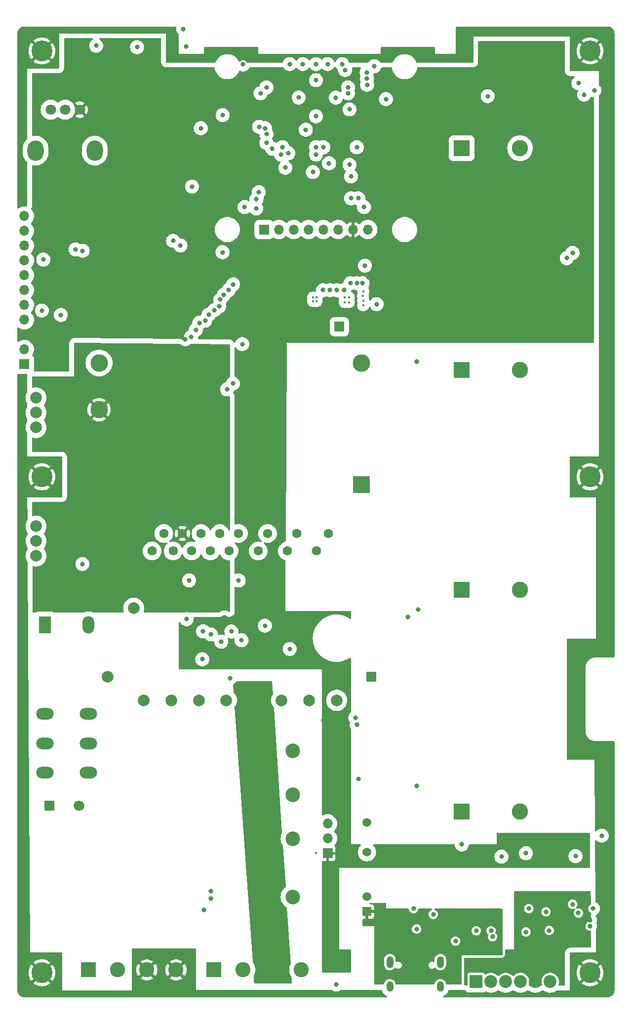
<source format=gbr>
%TF.GenerationSoftware,KiCad,Pcbnew,7.0.6*%
%TF.CreationDate,2023-12-09T00:06:22+01:00*%
%TF.ProjectId,MecProInverter,4d656350-726f-4496-9e76-65727465722e,rev?*%
%TF.SameCoordinates,Original*%
%TF.FileFunction,Copper,L3,Inr*%
%TF.FilePolarity,Positive*%
%FSLAX46Y46*%
G04 Gerber Fmt 4.6, Leading zero omitted, Abs format (unit mm)*
G04 Created by KiCad (PCBNEW 7.0.6) date 2023-12-09 00:06:22*
%MOMM*%
%LPD*%
G01*
G04 APERTURE LIST*
%TA.AperFunction,ComponentPad*%
%ADD10C,2.000000*%
%TD*%
%TA.AperFunction,ComponentPad*%
%ADD11R,1.500000X1.500000*%
%TD*%
%TA.AperFunction,ComponentPad*%
%ADD12C,1.500000*%
%TD*%
%TA.AperFunction,ComponentPad*%
%ADD13R,1.700000X1.700000*%
%TD*%
%TA.AperFunction,ComponentPad*%
%ADD14O,1.700000X1.700000*%
%TD*%
%TA.AperFunction,ComponentPad*%
%ADD15C,3.600000*%
%TD*%
%TA.AperFunction,ComponentPad*%
%ADD16O,3.000000X2.000000*%
%TD*%
%TA.AperFunction,ComponentPad*%
%ADD17R,2.000000X3.000000*%
%TD*%
%TA.AperFunction,ComponentPad*%
%ADD18O,2.000000X3.000000*%
%TD*%
%TA.AperFunction,ComponentPad*%
%ADD19R,2.600000X2.600000*%
%TD*%
%TA.AperFunction,ComponentPad*%
%ADD20C,2.600000*%
%TD*%
%TA.AperFunction,ComponentPad*%
%ADD21R,2.200000X2.200000*%
%TD*%
%TA.AperFunction,ComponentPad*%
%ADD22C,2.200000*%
%TD*%
%TA.AperFunction,ComponentPad*%
%ADD23O,1.200000X2.000000*%
%TD*%
%TA.AperFunction,ComponentPad*%
%ADD24O,1.200000X1.800000*%
%TD*%
%TA.AperFunction,ComponentPad*%
%ADD25C,1.800000*%
%TD*%
%TA.AperFunction,ComponentPad*%
%ADD26O,2.800000X3.500000*%
%TD*%
%TA.AperFunction,ComponentPad*%
%ADD27R,3.000000X3.000000*%
%TD*%
%TA.AperFunction,ComponentPad*%
%ADD28C,3.000000*%
%TD*%
%TA.AperFunction,ComponentPad*%
%ADD29R,1.800000X1.800000*%
%TD*%
%TA.AperFunction,ComponentPad*%
%ADD30R,2.794000X2.794000*%
%TD*%
%TA.AperFunction,ComponentPad*%
%ADD31C,2.794000*%
%TD*%
%TA.AperFunction,ComponentPad*%
%ADD32C,1.600000*%
%TD*%
%TA.AperFunction,ComponentPad*%
%ADD33C,2.500000*%
%TD*%
%TA.AperFunction,ViaPad*%
%ADD34C,0.800000*%
%TD*%
%TA.AperFunction,ViaPad*%
%ADD35C,0.450000*%
%TD*%
%TA.AperFunction,ViaPad*%
%ADD36C,2.000000*%
%TD*%
G04 APERTURE END LIST*
D10*
%TO.N,GND*%
%TO.C,Fan1*%
X98000000Y-122540005D03*
%TO.N,Net-(D5-K)*%
X98000000Y-120000000D03*
%TO.N,Net-(Fan1-Pad3)*%
X98000000Y-117459995D03*
%TD*%
D11*
%TO.N,+5VD*%
%TO.C,U12*%
X154750000Y-205500000D03*
D12*
%TO.N,GNDD*%
X154750000Y-202960000D03*
%TO.N,GND*%
X154750000Y-195340000D03*
%TO.N,+5V*%
X154750000Y-190260000D03*
%TD*%
D13*
%TO.N,GND*%
%TO.C,J7*%
X96000000Y-111700000D03*
D14*
%TO.N,+15V*%
X96000000Y-109160000D03*
%TO.N,+3.3V*%
X96000000Y-106620000D03*
%TO.N,/Control/SPI_CS*%
X96000000Y-104080000D03*
%TO.N,/Control/SPI_CLK*%
X96000000Y-101540000D03*
%TO.N,/Control/SPI_MOSI*%
X96000000Y-99000000D03*
%TO.N,/Control/SPI_MISO*%
X96000000Y-96460000D03*
%TO.N,/Control/UART_TX*%
X96000000Y-93920000D03*
%TO.N,/Control/UART_RX*%
X96000000Y-91380000D03*
%TO.N,Net-(J7-Pin_10)*%
X96000000Y-88840000D03*
%TO.N,Net-(J7-Pin_11)*%
X96000000Y-86300000D03*
%TD*%
D15*
%TO.N,Earth*%
%TO.C,H1*%
X99000000Y-216000000D03*
%TD*%
D16*
%TO.N,Net-(U4-~Phase)*%
%TO.C,K2*%
X107000000Y-176650000D03*
X99500000Y-176650000D03*
%TO.N,unconnected-(K2-Pad12)*%
X107000000Y-171610000D03*
X99500000Y-171610000D03*
%TO.N,/Power/AC_L*%
X107000000Y-181690000D03*
X99500000Y-181690000D03*
D17*
%TO.N,Net-(D4-K)*%
X99500000Y-156350000D03*
D18*
%TO.N,Net-(D4-A)*%
X107000000Y-156350000D03*
%TD*%
D10*
%TO.N,GND*%
%TO.C,Fan2*%
X98000000Y-144540005D03*
%TO.N,Net-(D5-K)*%
X98000000Y-142000000D03*
%TO.N,Net-(Fan2-Pad3)*%
X98000000Y-139459995D03*
%TD*%
D19*
%TO.N,GND*%
%TO.C,J4*%
X128500000Y-215500000D03*
D20*
%TO.N,/Power/W*%
X133500000Y-215500000D03*
%TO.N,/Power/V*%
X138500000Y-215500000D03*
%TO.N,/Power/U*%
X143500000Y-215500000D03*
%TD*%
D15*
%TO.N,Earth*%
%TO.C,H6*%
X193000000Y-58000000D03*
%TD*%
D21*
%TO.N,Net-(J3-Pin_1)*%
%TO.C,J3*%
X173460000Y-217500000D03*
D22*
%TO.N,Net-(J3-Pin_2)*%
X176000000Y-217500000D03*
%TO.N,Net-(J3-Pin_3)*%
X178540000Y-217500000D03*
%TO.N,Net-(J3-Pin_4)*%
X181080000Y-217500000D03*
%TO.N,VSS*%
X183620000Y-217500000D03*
%TO.N,GNDS*%
X186160000Y-217500000D03*
%TD*%
D15*
%TO.N,Earth*%
%TO.C,H5*%
X99000000Y-58000000D03*
%TD*%
D23*
%TO.N,GNDD*%
%TO.C,U3*%
X158675006Y-214174879D03*
D24*
X158675006Y-218375032D03*
D23*
X167324994Y-214174879D03*
D24*
X167324994Y-218375032D03*
%TD*%
D15*
%TO.N,Earth*%
%TO.C,H4*%
X99000000Y-131000000D03*
%TD*%
D13*
%TO.N,Net-(J8-Pin_1)*%
%TO.C,J8*%
X155500000Y-165250000D03*
%TD*%
D15*
%TO.N,Earth*%
%TO.C,H2*%
X193000000Y-131000000D03*
%TD*%
D13*
%TO.N,Net-(J5-Pin_1)*%
%TO.C,J5*%
X137110000Y-88600000D03*
D14*
%TO.N,Net-(J5-Pin_2)*%
X139650000Y-88600000D03*
%TO.N,Net-(J5-Pin_3)*%
X142190000Y-88600000D03*
%TO.N,Net-(J5-Pin_4)*%
X144730000Y-88600000D03*
%TO.N,Net-(J5-Pin_5)*%
X147270000Y-88600000D03*
%TO.N,Net-(J5-Pin_6)*%
X149810000Y-88600000D03*
%TO.N,+3.3V*%
X152350000Y-88600000D03*
%TO.N,GND*%
X154890000Y-88600000D03*
%TD*%
D13*
%TO.N,VS*%
%TO.C,J9*%
X150000000Y-105250000D03*
%TD*%
D15*
%TO.N,Earth*%
%TO.C,H3*%
X193000000Y-216000000D03*
%TD*%
D25*
%TO.N,+3.3V*%
%TO.C,U21*%
X105500127Y-68064478D03*
%TO.N,/Control/POT1OUT*%
X103000000Y-68064478D03*
%TO.N,GND*%
X100500127Y-68064478D03*
D26*
X108080010Y-75064478D03*
X97919990Y-75064478D03*
%TD*%
D19*
%TO.N,/Power/AC_L*%
%TO.C,J10*%
X107000000Y-215500000D03*
D20*
%TO.N,/Power/AC_N*%
X112000000Y-215500000D03*
%TO.N,Earth*%
X117000000Y-215500000D03*
X122000000Y-215500000D03*
%TD*%
D13*
%TO.N,+3.3V*%
%TO.C,J6*%
X148000000Y-195525000D03*
D14*
%TO.N,/Control/TEMP_HEATSINK*%
X148000000Y-192985000D03*
%TO.N,GND*%
X148000000Y-190445000D03*
%TD*%
D27*
%TO.N,/Power/AC_L*%
%TO.C,PS1*%
X153800000Y-132282500D03*
D28*
%TO.N,/Power/AC_N*%
X153800000Y-111482500D03*
%TO.N,GND*%
X108800000Y-111482500D03*
%TO.N,+15V*%
X108800000Y-119482500D03*
%TD*%
D29*
%TO.N,/Power/AC_L*%
%TO.C,R1*%
X100250000Y-187375000D03*
D25*
%TO.N,Net-(U4-~Phase)*%
X105330000Y-187375000D03*
%TD*%
D30*
%TO.N,Net-(J8-Pin_1)*%
%TO.C,C2*%
X171000000Y-112666750D03*
D31*
%TO.N,GND*%
X181000000Y-112666750D03*
%TD*%
D30*
%TO.N,Net-(J8-Pin_1)*%
%TO.C,C1*%
X171000000Y-74666750D03*
D31*
%TO.N,GND*%
X181000000Y-74666750D03*
%TD*%
D30*
%TO.N,Net-(J8-Pin_1)*%
%TO.C,C4*%
X171000000Y-188333500D03*
D31*
%TO.N,GND*%
X181000000Y-188333500D03*
%TD*%
D30*
%TO.N,Net-(J8-Pin_1)*%
%TO.C,C3*%
X171000000Y-150333500D03*
D31*
%TO.N,GND*%
X181000000Y-150333500D03*
%TD*%
D32*
%TO.N,Net-(U13-VS(U))*%
%TO.C,U13*%
X148100203Y-140700025D03*
%TO.N,Net-(U13-VB(U))*%
X146099949Y-143700025D03*
%TO.N,Net-(U13-VS(V))*%
X142700152Y-140700025D03*
%TO.N,Net-(U13-VB(V))*%
X141099949Y-143700025D03*
%TO.N,Net-(U13-VS(W))*%
X137699898Y-140700025D03*
%TO.N,Net-(U13-VB(W))*%
X136099949Y-143700025D03*
%TO.N,Net-(U13-HIN(U))*%
X132699898Y-140700025D03*
%TO.N,Net-(U13-HIN(V))*%
X131099949Y-143700025D03*
%TO.N,Net-(U13-HIN(W))*%
X129500000Y-140700025D03*
%TO.N,Net-(U13-LIN(U))*%
X127900051Y-143700025D03*
%TO.N,Net-(U13-LIN(V))*%
X126300102Y-140700025D03*
%TO.N,Net-(U13-LIN(W))*%
X124699898Y-143700025D03*
%TO.N,+15V*%
X123099949Y-140700025D03*
%TO.N,VFO*%
X121500000Y-143700025D03*
%TO.N,Net-(U13-ITRIP)*%
X119900051Y-140700025D03*
%TO.N,GND*%
X117900051Y-143700025D03*
D10*
X116444882Y-169299975D03*
X121175133Y-169299975D03*
X125905131Y-169299975D03*
%TO.N,Net-(U13-W)*%
X130635128Y-169299975D03*
%TO.N,/Power/V*%
X135365126Y-169299975D03*
%TO.N,Net-(U13-U)*%
X140095123Y-169299975D03*
%TO.N,Net-(J8-Pin_1)*%
X144825121Y-169299975D03*
%TO.N,unconnected-(U13-NC-Pad24)*%
X149555118Y-169299975D03*
%TD*%
D33*
%TO.N,Net-(U4-VDD)*%
%TO.C,U4*%
X142000000Y-178000000D03*
%TO.N,Net-(U4-~Phase)*%
X142000000Y-185500000D03*
%TO.N,/Power/AC_N*%
X142000000Y-193000000D03*
%TO.N,GND*%
X142000000Y-203000000D03*
%TD*%
D34*
%TO.N,*%
X146000000Y-63000000D03*
X133500000Y-60300000D03*
X146000000Y-69200000D03*
X149400000Y-66000000D03*
X153000000Y-74500000D03*
X143025146Y-65974854D03*
X156000000Y-60600000D03*
X137500000Y-73750000D03*
%TO.N,+15V*%
X163250000Y-184000000D03*
X98700000Y-147200000D03*
X163500000Y-153750000D03*
X163250000Y-111250000D03*
X133350000Y-108250000D03*
X100750000Y-114500000D03*
D35*
%TO.N,GND*%
X154100000Y-100800000D03*
X154060000Y-100000000D03*
D34*
X149600000Y-99000000D03*
X124750000Y-81250000D03*
X147200000Y-99000000D03*
X131500127Y-157500127D03*
X130000000Y-69000000D03*
X133250000Y-159000000D03*
X171000000Y-194000000D03*
X123815332Y-155384668D03*
X149500000Y-218000000D03*
X132750000Y-148750000D03*
D35*
X154100000Y-99200000D03*
D34*
X146000000Y-60250000D03*
X129750000Y-159250000D03*
X175450000Y-65750000D03*
X195000000Y-192500000D03*
X126500000Y-162250000D03*
X141500000Y-160500000D03*
D35*
X154100000Y-101600000D03*
D34*
X150800000Y-99000000D03*
X99000000Y-102500000D03*
X182000000Y-195500000D03*
X141500000Y-60250000D03*
X148400000Y-99000000D03*
X148000000Y-60250000D03*
X143750000Y-60250000D03*
X115315088Y-57340088D03*
X105950000Y-145937500D03*
X126750000Y-205250000D03*
X102250000Y-103250000D03*
X124250000Y-148750000D03*
X150500000Y-60250000D03*
X154700000Y-61700000D03*
X99250000Y-93750000D03*
X190500000Y-196000000D03*
X108315088Y-57090088D03*
X153000000Y-97800000D03*
X177800000Y-196088000D03*
X154000000Y-97800000D03*
X129974951Y-92500451D03*
X137250000Y-156500000D03*
X151900000Y-97800000D03*
X153000000Y-173500000D03*
X126250000Y-71250000D03*
%TO.N,+3.3V*%
X99000000Y-97250000D03*
X131000000Y-162000000D03*
X130280959Y-155081361D03*
X113000000Y-61749987D03*
X136000000Y-158750000D03*
X140200000Y-96200000D03*
X191250000Y-194500000D03*
X166000000Y-195326000D03*
X145800000Y-95400000D03*
X170500000Y-65000000D03*
X140200000Y-93800000D03*
X155000000Y-96800000D03*
X129750000Y-76250000D03*
X150750000Y-213250000D03*
X147250000Y-172750000D03*
X137500000Y-81000000D03*
X134250000Y-61750000D03*
X145800000Y-96600000D03*
D35*
X146000000Y-195500000D03*
D34*
X144600000Y-92800000D03*
X101975462Y-88750000D03*
X123500000Y-157500000D03*
X128000000Y-202000000D03*
X113000000Y-72750000D03*
X114100000Y-106700000D03*
X113000000Y-83750000D03*
X141800000Y-92800000D03*
X174750000Y-195250000D03*
X123600000Y-107400000D03*
X143200000Y-92800000D03*
X140200000Y-95000000D03*
X145800000Y-94000000D03*
X113000000Y-61749987D03*
X192300000Y-192700000D03*
%TO.N,/Control/RGBLED*%
X158000000Y-66250000D03*
X144250000Y-71500000D03*
D36*
%TO.N,/Power/AC_L*%
X110250000Y-165250000D03*
D34*
%TO.N,Net-(U1-IO0)*%
X123250000Y-54250000D03*
%TO.N,/Control/FAN_CONTROL*%
X136250000Y-71000000D03*
X136500000Y-65250000D03*
%TO.N,/Control/FAN2_PWM_FB*%
X131000000Y-99000000D03*
X145474500Y-78750000D03*
%TO.N,/Control/FAN1_PWM_FB*%
X131800000Y-98000000D03*
X151750000Y-77500000D03*
%TO.N,LINW*%
X125400000Y-105800000D03*
X137250000Y-71250000D03*
%TO.N,LINV*%
X137500000Y-72250000D03*
X126000000Y-104600000D03*
%TO.N,LINU*%
X138500000Y-74750000D03*
X127000000Y-104200000D03*
%TO.N,HINW*%
X140250000Y-74500000D03*
X127600000Y-103201034D03*
%TO.N,HINV*%
X140012299Y-75762299D03*
X128605447Y-102406375D03*
%TO.N,HINU*%
X141274952Y-75524952D03*
X129400000Y-101800000D03*
%TO.N,RELAY*%
X130200000Y-99800000D03*
X140750000Y-78000000D03*
%TO.N,/Control/TEMP_HEATSINK*%
X146000000Y-75750000D03*
%TO.N,/Control/USB_N*%
X146000000Y-74500000D03*
X189000000Y-93500000D03*
%TO.N,/Control/USB_P*%
X147250000Y-74500000D03*
X189994685Y-92606367D03*
%TO.N,/Control/SPI_MISO*%
X133750000Y-84750000D03*
X154250000Y-84750000D03*
%TO.N,/Control/SPI_MOSI*%
X136200000Y-82200000D03*
X152000000Y-83250000D03*
%TO.N,/Control/SPI_CLK*%
X153250000Y-83250000D03*
X135800000Y-83400000D03*
%TO.N,/Control/SPI_CS*%
X152000000Y-79500000D03*
X135750000Y-85000000D03*
%TO.N,/Control/UART_TX*%
X154776915Y-63798448D03*
X151500000Y-65250000D03*
X106000000Y-92250000D03*
X191014452Y-63500000D03*
%TO.N,/Control/UART_RX*%
X193750000Y-64750000D03*
X104762299Y-92012299D03*
X154750000Y-62750000D03*
X151500000Y-64250000D03*
%TO.N,Net-(U1-EN)*%
X151000000Y-61250000D03*
X123750000Y-57250000D03*
%TO.N,Net-(U2-UD-)*%
X173482000Y-208788000D03*
X162750000Y-205000000D03*
%TO.N,Net-(U2-UD+)*%
X176022000Y-208788000D03*
X166116000Y-205994000D03*
D35*
%TO.N,Net-(U5-SW)*%
X145500000Y-100275000D03*
X150930000Y-100230000D03*
X151640000Y-101040000D03*
X145500000Y-100875000D03*
X146100000Y-100875000D03*
X151640000Y-100230000D03*
X146100000Y-100275000D03*
X150920000Y-101040000D03*
D34*
%TO.N,Net-(U5-VFB)*%
X154400000Y-94800000D03*
X156400000Y-101400000D03*
%TO.N,I2C_SDA*%
X130750000Y-116000000D03*
X121500000Y-90525500D03*
%TO.N,I2C_SCL*%
X131750000Y-115000000D03*
X122750000Y-91325402D03*
%TO.N,Earth*%
X95700000Y-80600000D03*
D36*
%TO.N,/Power/AC_N*%
X114750000Y-153500000D03*
D34*
%TO.N,VFO*%
X137500000Y-64250000D03*
X124600000Y-107000000D03*
%TO.N,ITRIP*%
X148250000Y-77250000D03*
X129600000Y-100600000D03*
%TO.N,+5VD*%
X160500000Y-212250000D03*
X168402000Y-210566000D03*
X165500000Y-212250000D03*
X169250000Y-216750000D03*
X159000000Y-206000000D03*
%TO.N,GNDD*%
X169926000Y-210566000D03*
X163250000Y-208500000D03*
X176276000Y-209804000D03*
%TO.N,/Control/ISO_GPIO_1*%
X191974284Y-65482278D03*
X151750000Y-68000000D03*
%TO.N,VSS*%
X192987701Y-206987701D03*
X187250000Y-204500000D03*
%TO.N,Net-(U15-VIA)*%
X182000000Y-209000000D03*
X185444767Y-205555233D03*
%TO.N,GNDS*%
X182500000Y-205000000D03*
X193000000Y-208000000D03*
X190000000Y-204250000D03*
%TO.N,+5V*%
X161750000Y-155000000D03*
%TO.N,Net-(U16-VIA)*%
X193500000Y-205000000D03*
X191000000Y-205750000D03*
X186000000Y-208750000D03*
%TO.N,Net-(D9-K)*%
X126637299Y-157474564D03*
X153250000Y-182750000D03*
%TO.N,Net-(D10-K)*%
X128000000Y-203250000D03*
X128000000Y-158000000D03*
%TO.N,Net-(D8-A)*%
X152750000Y-172250000D03*
X131250000Y-165500000D03*
%TD*%
%TA.AperFunction,Conductor*%
%TO.N,/Power/V*%
G36*
X138450911Y-166019685D02*
G01*
X138496666Y-166072489D01*
X138507606Y-166115879D01*
X138643157Y-168181058D01*
X138627905Y-168249242D01*
X138616374Y-168266487D01*
X138603303Y-168282877D01*
X138603303Y-168282878D01*
X138468384Y-168516568D01*
X138468379Y-168516578D01*
X138369789Y-168767779D01*
X138369787Y-168767786D01*
X138309739Y-169030873D01*
X138289574Y-169299970D01*
X138289574Y-169299979D01*
X138309739Y-169569076D01*
X138369787Y-169832163D01*
X138369789Y-169832170D01*
X138468380Y-170083373D01*
X138603308Y-170317077D01*
X138771562Y-170528060D01*
X138771564Y-170528061D01*
X138774455Y-170531687D01*
X138772894Y-170532931D01*
X138800373Y-170588030D01*
X138802044Y-170601742D01*
X140204544Y-191969238D01*
X140190908Y-192034407D01*
X140114865Y-192181166D01*
X140114863Y-192181169D01*
X140020926Y-192445483D01*
X140020921Y-192445500D01*
X139963852Y-192720135D01*
X139963851Y-192720137D01*
X139944709Y-193000000D01*
X139963851Y-193279862D01*
X139963852Y-193279864D01*
X140020921Y-193554499D01*
X140020926Y-193554516D01*
X140114863Y-193818828D01*
X140243919Y-194067896D01*
X140332236Y-194193012D01*
X140354666Y-194256399D01*
X140813982Y-201254206D01*
X140798730Y-201322391D01*
X140768503Y-201358516D01*
X140597154Y-201497918D01*
X140405692Y-201702925D01*
X140405692Y-201702926D01*
X140243919Y-201932103D01*
X140114863Y-202181171D01*
X140020926Y-202445483D01*
X140020921Y-202445500D01*
X139963852Y-202720135D01*
X139963851Y-202720137D01*
X139944709Y-203000000D01*
X139963851Y-203279862D01*
X139963852Y-203279864D01*
X140020921Y-203554499D01*
X140020926Y-203554516D01*
X140114863Y-203818828D01*
X140114864Y-203818830D01*
X140243919Y-204067896D01*
X140405688Y-204297069D01*
X140405692Y-204297073D01*
X140405692Y-204297074D01*
X140597154Y-204502080D01*
X140597155Y-204502081D01*
X140814754Y-204679111D01*
X140993013Y-204787512D01*
X141040065Y-204839163D01*
X141052319Y-204885338D01*
X141677651Y-214412460D01*
X141664015Y-214477630D01*
X141568895Y-214661204D01*
X141472667Y-214931962D01*
X141472666Y-214931965D01*
X141414201Y-215213319D01*
X141394592Y-215499999D01*
X141414201Y-215786680D01*
X141472666Y-216068034D01*
X141472667Y-216068037D01*
X141568894Y-216338793D01*
X141568893Y-216338793D01*
X141701099Y-216593937D01*
X141701103Y-216593943D01*
X141812970Y-216752422D01*
X141835400Y-216815808D01*
X141891328Y-217667878D01*
X141876076Y-217736063D01*
X141826383Y-217785178D01*
X141767594Y-217800000D01*
X135515570Y-217800000D01*
X135448531Y-217780315D01*
X135402776Y-217727511D01*
X135391877Y-217684716D01*
X135377656Y-217482912D01*
X135315538Y-216601347D01*
X135329133Y-216535590D01*
X135431104Y-216338797D01*
X135527334Y-216068032D01*
X135585798Y-215786686D01*
X135605408Y-215500000D01*
X135585798Y-215213314D01*
X135527334Y-214931968D01*
X135431105Y-214661206D01*
X135431106Y-214661206D01*
X135298903Y-214406068D01*
X135298901Y-214406064D01*
X135165497Y-214217073D01*
X135143110Y-214154284D01*
X132063499Y-170449118D01*
X132078422Y-170380865D01*
X132090242Y-170363097D01*
X132126943Y-170317077D01*
X132261871Y-170083373D01*
X132360462Y-169832170D01*
X132420511Y-169569078D01*
X132440677Y-169299975D01*
X132420511Y-169030872D01*
X132360462Y-168767780D01*
X132261871Y-168516577D01*
X132126943Y-168282873D01*
X131958689Y-168071890D01*
X131958687Y-168071888D01*
X131958683Y-168071883D01*
X131958681Y-168071881D01*
X131927515Y-168042964D01*
X131891759Y-167982937D01*
X131888164Y-167960793D01*
X131795937Y-166651929D01*
X131810859Y-166583677D01*
X131854347Y-166537795D01*
X131976562Y-166462124D01*
X132140981Y-166312236D01*
X132275058Y-166134689D01*
X132275063Y-166134679D01*
X132307903Y-166068729D01*
X132355406Y-166017491D01*
X132418903Y-166000000D01*
X138383872Y-166000000D01*
X138450911Y-166019685D01*
G37*
%TD.AperFunction*%
%TD*%
%TA.AperFunction,Conductor*%
%TO.N,+3.3V*%
G36*
X107740548Y-55825185D02*
G01*
X107786303Y-55877989D01*
X107796247Y-55947147D01*
X107767222Y-56010703D01*
X107738786Y-56034927D01*
X107588527Y-56127962D01*
X107588525Y-56127964D01*
X107424108Y-56277849D01*
X107290031Y-56455396D01*
X107290026Y-56455404D01*
X107190863Y-56654549D01*
X107190857Y-56654564D01*
X107129973Y-56868550D01*
X107129972Y-56868552D01*
X107109445Y-57090087D01*
X107109445Y-57090088D01*
X107129972Y-57311623D01*
X107129973Y-57311625D01*
X107190857Y-57525611D01*
X107190863Y-57525626D01*
X107290026Y-57724771D01*
X107290031Y-57724779D01*
X107424108Y-57902326D01*
X107588525Y-58052211D01*
X107588527Y-58052213D01*
X107777683Y-58169333D01*
X107777684Y-58169333D01*
X107777687Y-58169335D01*
X107985148Y-58249706D01*
X108203845Y-58290588D01*
X108203847Y-58290588D01*
X108426329Y-58290588D01*
X108426331Y-58290588D01*
X108645028Y-58249706D01*
X108852489Y-58169335D01*
X109041650Y-58052212D01*
X109206069Y-57902324D01*
X109340146Y-57724777D01*
X109439317Y-57525616D01*
X109492104Y-57340088D01*
X114109445Y-57340088D01*
X114129972Y-57561623D01*
X114129973Y-57561625D01*
X114190857Y-57775611D01*
X114190863Y-57775626D01*
X114290026Y-57974771D01*
X114290031Y-57974779D01*
X114424108Y-58152326D01*
X114588525Y-58302211D01*
X114588527Y-58302213D01*
X114777683Y-58419333D01*
X114777684Y-58419333D01*
X114777687Y-58419335D01*
X114985148Y-58499706D01*
X115203845Y-58540588D01*
X115203847Y-58540588D01*
X115426329Y-58540588D01*
X115426331Y-58540588D01*
X115645028Y-58499706D01*
X115852489Y-58419335D01*
X116041650Y-58302212D01*
X116206069Y-58152324D01*
X116340146Y-57974777D01*
X116439317Y-57775616D01*
X116500203Y-57561624D01*
X116520731Y-57340088D01*
X116518093Y-57311624D01*
X116500203Y-57118552D01*
X116500202Y-57118550D01*
X116474570Y-57028464D01*
X116439317Y-56904560D01*
X116439312Y-56904549D01*
X116340149Y-56705404D01*
X116340144Y-56705396D01*
X116206067Y-56527849D01*
X116041650Y-56377964D01*
X116041648Y-56377962D01*
X115852492Y-56260842D01*
X115852486Y-56260840D01*
X115645028Y-56180470D01*
X115426331Y-56139588D01*
X115203845Y-56139588D01*
X114985148Y-56180470D01*
X114853952Y-56231295D01*
X114777689Y-56260840D01*
X114777683Y-56260842D01*
X114588527Y-56377962D01*
X114588525Y-56377964D01*
X114424108Y-56527849D01*
X114290031Y-56705396D01*
X114290026Y-56705404D01*
X114190863Y-56904549D01*
X114190857Y-56904564D01*
X114129973Y-57118550D01*
X114129972Y-57118552D01*
X114109445Y-57340087D01*
X114109445Y-57340088D01*
X109492104Y-57340088D01*
X109500203Y-57311624D01*
X109520731Y-57090088D01*
X109500203Y-56868552D01*
X109439317Y-56654560D01*
X109420461Y-56616692D01*
X109340149Y-56455404D01*
X109340144Y-56455396D01*
X109206067Y-56277849D01*
X109041650Y-56127964D01*
X109041648Y-56127962D01*
X108891390Y-56034927D01*
X108844754Y-55982899D01*
X108833650Y-55913918D01*
X108861603Y-55849883D01*
X108919738Y-55811127D01*
X108956667Y-55805500D01*
X119320500Y-55805500D01*
X119387539Y-55825185D01*
X119433294Y-55877989D01*
X119444500Y-55929500D01*
X119444499Y-59875991D01*
X119444500Y-59876008D01*
X119462909Y-60047226D01*
X119474116Y-60098739D01*
X119483864Y-60138629D01*
X119483865Y-60138632D01*
X119483866Y-60138635D01*
X119550335Y-60306316D01*
X119652450Y-60455002D01*
X119698205Y-60507806D01*
X119767158Y-60578180D01*
X119913730Y-60683308D01*
X120080019Y-60753185D01*
X120147058Y-60772870D01*
X120194752Y-60785303D01*
X120194757Y-60785303D01*
X120194759Y-60785304D01*
X120373995Y-60805499D01*
X120373996Y-60805500D01*
X120374000Y-60805500D01*
X126800000Y-60805500D01*
X128535884Y-60805500D01*
X128602923Y-60825185D01*
X128648678Y-60877989D01*
X128659595Y-60921039D01*
X128664551Y-60993510D01*
X128664552Y-60993513D01*
X128724404Y-61281543D01*
X128724409Y-61281559D01*
X128822927Y-61558762D01*
X128958278Y-61819977D01*
X128958282Y-61819983D01*
X129127932Y-62060323D01*
X129328743Y-62275338D01*
X129439331Y-62365308D01*
X129556951Y-62460999D01*
X129556953Y-62461000D01*
X129556954Y-62461001D01*
X129808319Y-62613860D01*
X129808324Y-62613862D01*
X130078154Y-62731065D01*
X130078159Y-62731067D01*
X130361445Y-62810440D01*
X130617681Y-62845659D01*
X130652901Y-62850500D01*
X130652902Y-62850500D01*
X130947099Y-62850500D01*
X130978520Y-62846180D01*
X131238555Y-62810440D01*
X131521841Y-62731067D01*
X131791682Y-62613859D01*
X132043049Y-62460999D01*
X132271260Y-62275335D01*
X132472065Y-62060326D01*
X132641722Y-61819976D01*
X132777072Y-61558764D01*
X132812894Y-61457969D01*
X132853891Y-61401394D01*
X132918969Y-61375963D01*
X132974526Y-61383867D01*
X133170060Y-61459618D01*
X133388757Y-61500500D01*
X133388759Y-61500500D01*
X133611241Y-61500500D01*
X133611243Y-61500500D01*
X133829940Y-61459618D01*
X134037401Y-61379247D01*
X134226562Y-61262124D01*
X134390981Y-61112236D01*
X134525058Y-60934689D01*
X134555164Y-60874227D01*
X134602666Y-60822992D01*
X134666164Y-60805500D01*
X140244571Y-60805500D01*
X140275006Y-60804349D01*
X140308869Y-60801783D01*
X140308874Y-60801782D01*
X140308877Y-60801782D01*
X140321452Y-60799958D01*
X140336453Y-60797783D01*
X140405623Y-60807642D01*
X140458483Y-60853332D01*
X140465249Y-60865225D01*
X140474938Y-60884682D01*
X140474943Y-60884691D01*
X140609020Y-61062238D01*
X140773437Y-61212123D01*
X140773439Y-61212125D01*
X140962595Y-61329245D01*
X140962596Y-61329245D01*
X140962599Y-61329247D01*
X141170060Y-61409618D01*
X141388757Y-61450500D01*
X141388759Y-61450500D01*
X141611241Y-61450500D01*
X141611243Y-61450500D01*
X141829940Y-61409618D01*
X142037401Y-61329247D01*
X142226562Y-61212124D01*
X142387618Y-61065302D01*
X142390980Y-61062237D01*
X142390981Y-61062236D01*
X142516845Y-60895565D01*
X142526046Y-60883381D01*
X142582155Y-60841744D01*
X142651866Y-60837052D01*
X142713049Y-60870795D01*
X142723954Y-60883381D01*
X142859017Y-61062234D01*
X142859019Y-61062237D01*
X143023437Y-61212123D01*
X143023439Y-61212125D01*
X143212595Y-61329245D01*
X143212596Y-61329245D01*
X143212599Y-61329247D01*
X143420060Y-61409618D01*
X143638757Y-61450500D01*
X143638759Y-61450500D01*
X143861241Y-61450500D01*
X143861243Y-61450500D01*
X144079940Y-61409618D01*
X144287401Y-61329247D01*
X144476562Y-61212124D01*
X144637618Y-61065302D01*
X144640980Y-61062237D01*
X144640981Y-61062236D01*
X144766845Y-60895565D01*
X144776046Y-60883381D01*
X144832155Y-60841744D01*
X144901866Y-60837052D01*
X144963049Y-60870795D01*
X144973954Y-60883381D01*
X145109017Y-61062234D01*
X145109019Y-61062237D01*
X145273437Y-61212123D01*
X145273439Y-61212125D01*
X145462595Y-61329245D01*
X145462596Y-61329245D01*
X145462599Y-61329247D01*
X145670060Y-61409618D01*
X145888757Y-61450500D01*
X145888759Y-61450500D01*
X146111241Y-61450500D01*
X146111243Y-61450500D01*
X146329940Y-61409618D01*
X146537401Y-61329247D01*
X146726562Y-61212124D01*
X146890981Y-61062236D01*
X146901046Y-61048906D01*
X146957153Y-61007271D01*
X147026865Y-61002578D01*
X147088047Y-61036319D01*
X147098948Y-61048900D01*
X147109019Y-61062236D01*
X147109022Y-61062239D01*
X147109025Y-61062242D01*
X147273437Y-61212123D01*
X147273439Y-61212125D01*
X147462595Y-61329245D01*
X147462596Y-61329245D01*
X147462599Y-61329247D01*
X147670060Y-61409618D01*
X147888757Y-61450500D01*
X147888759Y-61450500D01*
X148111241Y-61450500D01*
X148111243Y-61450500D01*
X148329940Y-61409618D01*
X148537401Y-61329247D01*
X148726562Y-61212124D01*
X148866282Y-61084751D01*
X148890979Y-61062238D01*
X148890981Y-61062236D01*
X149025058Y-60884689D01*
X149069841Y-60794751D01*
X149117342Y-60743517D01*
X149185005Y-60726095D01*
X149189894Y-60726356D01*
X149259018Y-60731425D01*
X149306744Y-60726626D01*
X149375415Y-60739505D01*
X149426223Y-60787466D01*
X149430148Y-60794732D01*
X149474938Y-60884683D01*
X149474943Y-60884691D01*
X149609020Y-61062238D01*
X149756952Y-61197096D01*
X149793234Y-61256807D01*
X149796885Y-61277291D01*
X149814885Y-61471535D01*
X149814885Y-61471537D01*
X149875769Y-61685523D01*
X149875775Y-61685538D01*
X149974938Y-61884683D01*
X149974943Y-61884691D01*
X150109020Y-62062238D01*
X150273437Y-62212123D01*
X150273439Y-62212125D01*
X150462595Y-62329245D01*
X150462596Y-62329245D01*
X150462599Y-62329247D01*
X150670060Y-62409618D01*
X150888757Y-62450500D01*
X150888759Y-62450500D01*
X151111241Y-62450500D01*
X151111243Y-62450500D01*
X151329940Y-62409618D01*
X151537401Y-62329247D01*
X151726562Y-62212124D01*
X151890981Y-62062236D01*
X152025058Y-61884689D01*
X152124229Y-61685528D01*
X152185115Y-61471536D01*
X152205643Y-61250000D01*
X152204224Y-61234691D01*
X152188245Y-61062242D01*
X152185115Y-61028464D01*
X152166612Y-60963432D01*
X152167200Y-60893566D01*
X152205467Y-60835108D01*
X152269264Y-60806618D01*
X152285879Y-60805500D01*
X153622116Y-60805500D01*
X153689155Y-60825185D01*
X153734910Y-60877989D01*
X153744854Y-60947147D01*
X153721070Y-61004226D01*
X153674947Y-61065302D01*
X153674938Y-61065316D01*
X153575775Y-61264461D01*
X153575769Y-61264476D01*
X153514885Y-61478462D01*
X153514884Y-61478464D01*
X153494356Y-61699999D01*
X153494356Y-61700000D01*
X153514884Y-61921535D01*
X153514885Y-61921537D01*
X153575769Y-62135523D01*
X153575770Y-62135525D01*
X153575771Y-62135528D01*
X153599563Y-62183308D01*
X153618577Y-62221493D01*
X153630838Y-62290279D01*
X153626844Y-62310699D01*
X153597476Y-62413917D01*
X153569939Y-62510703D01*
X153564884Y-62528468D01*
X153544356Y-62749999D01*
X153544356Y-62750000D01*
X153564884Y-62971535D01*
X153564885Y-62971537D01*
X153625769Y-63185523D01*
X153625775Y-63185538D01*
X153655871Y-63245977D01*
X153668132Y-63314762D01*
X153655874Y-63356515D01*
X153652687Y-63362915D01*
X153652683Y-63362924D01*
X153591800Y-63576909D01*
X153591799Y-63576912D01*
X153571272Y-63798447D01*
X153571272Y-63798448D01*
X153591799Y-64019983D01*
X153591800Y-64019985D01*
X153652684Y-64233971D01*
X153652690Y-64233986D01*
X153751853Y-64433131D01*
X153751858Y-64433139D01*
X153885935Y-64610686D01*
X154050352Y-64760571D01*
X154050354Y-64760573D01*
X154239510Y-64877693D01*
X154239511Y-64877693D01*
X154239514Y-64877695D01*
X154446975Y-64958066D01*
X154665672Y-64998948D01*
X154665674Y-64998948D01*
X154888156Y-64998948D01*
X154888158Y-64998948D01*
X155106855Y-64958066D01*
X155314316Y-64877695D01*
X155503477Y-64760572D01*
X155662815Y-64615316D01*
X155667894Y-64610686D01*
X155691638Y-64579245D01*
X155801973Y-64433137D01*
X155901144Y-64233976D01*
X155962030Y-64019984D01*
X155982558Y-63798448D01*
X155962030Y-63576912D01*
X155901144Y-63362920D01*
X155871041Y-63302466D01*
X155858780Y-63233686D01*
X155871046Y-63191919D01*
X155874229Y-63185528D01*
X155935115Y-62971536D01*
X155955643Y-62750000D01*
X155953888Y-62731065D01*
X155935115Y-62528464D01*
X155935114Y-62528462D01*
X155930061Y-62510703D01*
X155874229Y-62314472D01*
X155831422Y-62228505D01*
X155819161Y-62159719D01*
X155823156Y-62139299D01*
X155840547Y-62078176D01*
X155885115Y-61921536D01*
X155885900Y-61913061D01*
X155911684Y-61848124D01*
X155968483Y-61807435D01*
X156009371Y-61800500D01*
X156111241Y-61800500D01*
X156111243Y-61800500D01*
X156329940Y-61759618D01*
X156537401Y-61679247D01*
X156726562Y-61562124D01*
X156890981Y-61412236D01*
X157025058Y-61234689D01*
X157124229Y-61035528D01*
X157164051Y-60895565D01*
X157201331Y-60836472D01*
X157264641Y-60806915D01*
X157283318Y-60805500D01*
X158935884Y-60805500D01*
X159002923Y-60825185D01*
X159048678Y-60877989D01*
X159059595Y-60921039D01*
X159064551Y-60993510D01*
X159064552Y-60993513D01*
X159124404Y-61281543D01*
X159124409Y-61281559D01*
X159222927Y-61558762D01*
X159358278Y-61819977D01*
X159358282Y-61819983D01*
X159527932Y-62060323D01*
X159728743Y-62275338D01*
X159839331Y-62365308D01*
X159956951Y-62460999D01*
X159956953Y-62461000D01*
X159956954Y-62461001D01*
X160208319Y-62613860D01*
X160208324Y-62613862D01*
X160478154Y-62731065D01*
X160478159Y-62731067D01*
X160761445Y-62810440D01*
X161017681Y-62845659D01*
X161052901Y-62850500D01*
X161052902Y-62850500D01*
X161347099Y-62850500D01*
X161378520Y-62846180D01*
X161638555Y-62810440D01*
X161921841Y-62731067D01*
X162191682Y-62613859D01*
X162443049Y-62460999D01*
X162671260Y-62275335D01*
X162872065Y-62060326D01*
X163041722Y-61819976D01*
X163177072Y-61558764D01*
X163275592Y-61281554D01*
X163275592Y-61281549D01*
X163275595Y-61281543D01*
X163312708Y-61102942D01*
X163335448Y-60993511D01*
X163340405Y-60921038D01*
X163364618Y-60855499D01*
X163420421Y-60813454D01*
X163464116Y-60805500D01*
X172875991Y-60805500D01*
X172876000Y-60805500D01*
X173047228Y-60787090D01*
X173098739Y-60775884D01*
X173138635Y-60766134D01*
X173306316Y-60699665D01*
X173455002Y-60597550D01*
X173507806Y-60551795D01*
X173578180Y-60482842D01*
X173683308Y-60336270D01*
X173753185Y-60169981D01*
X173772870Y-60102942D01*
X173773966Y-60098739D01*
X173785303Y-60055247D01*
X173805499Y-59876008D01*
X173805500Y-59876000D01*
X173805500Y-56429499D01*
X173825185Y-56362461D01*
X173877989Y-56316706D01*
X173929500Y-56305500D01*
X188570500Y-56305500D01*
X188637539Y-56325185D01*
X188683294Y-56377989D01*
X188694500Y-56429500D01*
X188694500Y-61376008D01*
X188712909Y-61547226D01*
X188724116Y-61598739D01*
X188733864Y-61638629D01*
X188733865Y-61638632D01*
X188733866Y-61638635D01*
X188800335Y-61806316D01*
X188851392Y-61880658D01*
X188884935Y-61929500D01*
X188902450Y-61955002D01*
X188948205Y-62007806D01*
X188948206Y-62007807D01*
X188999664Y-62060326D01*
X189017158Y-62078180D01*
X189163730Y-62183308D01*
X189330019Y-62253185D01*
X189397057Y-62272870D01*
X189397058Y-62272870D01*
X189444752Y-62285303D01*
X189444757Y-62285303D01*
X189444759Y-62285304D01*
X189623995Y-62305499D01*
X189623996Y-62305500D01*
X189624000Y-62305500D01*
X190227375Y-62305500D01*
X190294414Y-62325185D01*
X190340169Y-62377989D01*
X190350113Y-62447147D01*
X190321088Y-62510703D01*
X190292653Y-62534927D01*
X190287888Y-62537877D01*
X190123472Y-62687761D01*
X189989395Y-62865308D01*
X189989390Y-62865316D01*
X189890227Y-63064461D01*
X189890221Y-63064476D01*
X189829337Y-63278462D01*
X189829336Y-63278464D01*
X189808808Y-63499999D01*
X189808808Y-63500000D01*
X189829336Y-63721535D01*
X189829337Y-63721537D01*
X189890221Y-63935523D01*
X189890227Y-63935538D01*
X189989390Y-64134683D01*
X189989395Y-64134691D01*
X190123472Y-64312238D01*
X190287889Y-64462123D01*
X190287891Y-64462125D01*
X190477047Y-64579245D01*
X190477048Y-64579245D01*
X190477051Y-64579247D01*
X190684512Y-64659618D01*
X190850906Y-64690722D01*
X190913186Y-64722390D01*
X190948459Y-64782703D01*
X190945525Y-64852511D01*
X190939120Y-64867883D01*
X190850059Y-65046739D01*
X190850053Y-65046754D01*
X190789169Y-65260740D01*
X190789168Y-65260742D01*
X190768640Y-65482277D01*
X190768640Y-65482278D01*
X190789168Y-65703813D01*
X190789169Y-65703815D01*
X190850053Y-65917801D01*
X190850059Y-65917816D01*
X190949222Y-66116961D01*
X190949227Y-66116969D01*
X191083304Y-66294516D01*
X191247721Y-66444401D01*
X191247723Y-66444403D01*
X191436879Y-66561523D01*
X191436880Y-66561523D01*
X191436883Y-66561525D01*
X191644344Y-66641896D01*
X191863041Y-66682778D01*
X191863043Y-66682778D01*
X192085525Y-66682778D01*
X192085527Y-66682778D01*
X192304224Y-66641896D01*
X192511685Y-66561525D01*
X192700846Y-66444402D01*
X192865265Y-66294514D01*
X192999342Y-66116967D01*
X192999345Y-66116961D01*
X193101069Y-65912674D01*
X193102130Y-65913202D01*
X193140995Y-65862610D01*
X193206758Y-65839009D01*
X193258854Y-65847166D01*
X193420060Y-65909618D01*
X193593287Y-65942000D01*
X193655566Y-65973667D01*
X193690839Y-66033980D01*
X193694500Y-66063888D01*
X193694500Y-107876000D01*
X193674815Y-107943039D01*
X193622011Y-107988794D01*
X193570500Y-108000000D01*
X140980488Y-108000000D01*
X140814510Y-142025424D01*
X140794498Y-142092367D01*
X140741472Y-142137863D01*
X140719459Y-142145393D01*
X140603838Y-142173151D01*
X140371089Y-142269558D01*
X140156295Y-142401185D01*
X140156292Y-142401186D01*
X139964725Y-142564801D01*
X139801110Y-142756368D01*
X139801109Y-142756371D01*
X139669482Y-142971165D01*
X139573075Y-143203914D01*
X139514266Y-143448873D01*
X139494500Y-143700025D01*
X139514266Y-143951176D01*
X139573075Y-144196135D01*
X139669482Y-144428884D01*
X139801109Y-144643678D01*
X139801110Y-144643681D01*
X139801113Y-144643684D01*
X139964725Y-144835249D01*
X140113015Y-144961900D01*
X140156292Y-144998863D01*
X140156295Y-144998864D01*
X140371089Y-145130491D01*
X140487463Y-145178694D01*
X140603838Y-145226898D01*
X140703132Y-145250736D01*
X140763724Y-145285526D01*
X140795889Y-145347552D01*
X140798185Y-145371915D01*
X140756098Y-154000000D01*
X151876000Y-154000000D01*
X151943039Y-154019685D01*
X151988794Y-154072489D01*
X152000000Y-154124000D01*
X152000000Y-155223447D01*
X151980315Y-155290486D01*
X151927511Y-155336241D01*
X151858353Y-155346185D01*
X151802135Y-155323046D01*
X151770386Y-155299500D01*
X151763051Y-155294060D01*
X151757088Y-155290486D01*
X151421698Y-155089460D01*
X151061929Y-154919302D01*
X151061927Y-154919301D01*
X150687216Y-154785228D01*
X150301162Y-154688526D01*
X149907505Y-154630133D01*
X149907503Y-154630132D01*
X149907497Y-154630132D01*
X149510000Y-154610604D01*
X149509999Y-154610604D01*
X149477825Y-154612184D01*
X149112503Y-154630132D01*
X149112497Y-154630132D01*
X149112494Y-154630133D01*
X148718837Y-154688526D01*
X148332783Y-154785228D01*
X147958072Y-154919301D01*
X147958070Y-154919302D01*
X147598301Y-155089460D01*
X147256951Y-155294058D01*
X146937285Y-155531138D01*
X146642409Y-155798398D01*
X146375149Y-156093274D01*
X146138069Y-156412940D01*
X145933471Y-156754290D01*
X145763313Y-157114059D01*
X145763312Y-157114061D01*
X145629239Y-157488772D01*
X145532537Y-157874826D01*
X145484179Y-158200834D01*
X145474143Y-158268492D01*
X145454615Y-158665989D01*
X145474143Y-159063486D01*
X145474143Y-159063492D01*
X145474144Y-159063494D01*
X145532537Y-159457151D01*
X145629239Y-159843205D01*
X145763312Y-160217916D01*
X145763313Y-160217918D01*
X145933471Y-160577687D01*
X146138069Y-160919037D01*
X146138071Y-160919040D01*
X146324754Y-161170754D01*
X146375149Y-161238703D01*
X146642409Y-161533579D01*
X146881191Y-161749998D01*
X146937291Y-161800844D01*
X147256949Y-162037918D01*
X147256951Y-162037919D01*
X147598301Y-162242517D01*
X147598304Y-162242518D01*
X147598305Y-162242519D01*
X147958071Y-162412676D01*
X148332784Y-162546750D01*
X148718834Y-162643451D01*
X149112503Y-162701846D01*
X149510000Y-162721374D01*
X149907497Y-162701846D01*
X150301166Y-162643451D01*
X150687216Y-162546750D01*
X151061929Y-162412676D01*
X151421695Y-162242519D01*
X151763051Y-162037918D01*
X151802132Y-162008933D01*
X151867705Y-161984808D01*
X151935911Y-161999964D01*
X151985096Y-162049589D01*
X152000000Y-162108530D01*
X152000000Y-171254490D01*
X151980315Y-171321529D01*
X151959539Y-171346127D01*
X151859020Y-171437762D01*
X151724943Y-171615308D01*
X151724938Y-171615316D01*
X151625775Y-171814461D01*
X151625769Y-171814476D01*
X151564885Y-172028462D01*
X151564884Y-172028464D01*
X151544356Y-172249999D01*
X151544356Y-172250000D01*
X151564884Y-172471535D01*
X151564885Y-172471537D01*
X151625769Y-172685523D01*
X151625775Y-172685538D01*
X151724938Y-172884683D01*
X151724943Y-172884691D01*
X151834438Y-173029685D01*
X151859130Y-173095046D01*
X151854751Y-173138345D01*
X151814884Y-173278466D01*
X151794356Y-173499999D01*
X151794356Y-173500000D01*
X151814884Y-173721535D01*
X151814885Y-173721537D01*
X151875769Y-173935523D01*
X151875775Y-173935538D01*
X151974938Y-174134683D01*
X151974943Y-174134691D01*
X151974954Y-174134705D01*
X151974956Y-174134712D01*
X151977959Y-174139561D01*
X151977010Y-174140148D01*
X151999646Y-174200066D01*
X152000000Y-174209432D01*
X152000000Y-194000000D01*
X153595411Y-194000000D01*
X153662450Y-194019685D01*
X153708205Y-194072489D01*
X153718149Y-194141647D01*
X153689124Y-194205203D01*
X153675942Y-194218290D01*
X153650243Y-194240238D01*
X153491738Y-194425823D01*
X153491737Y-194425826D01*
X153364222Y-194633910D01*
X153270830Y-194859380D01*
X153213853Y-195096702D01*
X153194706Y-195339999D01*
X153213853Y-195583297D01*
X153213853Y-195583300D01*
X153213854Y-195583302D01*
X153259877Y-195775000D01*
X153270830Y-195820619D01*
X153364222Y-196046089D01*
X153491737Y-196254173D01*
X153491738Y-196254176D01*
X153491741Y-196254179D01*
X153650241Y-196439759D01*
X153748322Y-196523528D01*
X153835823Y-196598261D01*
X153835826Y-196598262D01*
X154043910Y-196725777D01*
X154269381Y-196819169D01*
X154269378Y-196819169D01*
X154269384Y-196819170D01*
X154269388Y-196819172D01*
X154506698Y-196876146D01*
X154750000Y-196895294D01*
X154993302Y-196876146D01*
X155230612Y-196819172D01*
X155456089Y-196725777D01*
X155664179Y-196598259D01*
X155849759Y-196439759D01*
X156008259Y-196254179D01*
X156110094Y-196088000D01*
X176594356Y-196088000D01*
X176614884Y-196309535D01*
X176614885Y-196309537D01*
X176675769Y-196523523D01*
X176675775Y-196523538D01*
X176774938Y-196722683D01*
X176774943Y-196722691D01*
X176909020Y-196900238D01*
X177073437Y-197050123D01*
X177073439Y-197050125D01*
X177262595Y-197167245D01*
X177262596Y-197167245D01*
X177262599Y-197167247D01*
X177470060Y-197247618D01*
X177688757Y-197288500D01*
X177688759Y-197288500D01*
X177911241Y-197288500D01*
X177911243Y-197288500D01*
X178129940Y-197247618D01*
X178337401Y-197167247D01*
X178526562Y-197050124D01*
X178690981Y-196900236D01*
X178825058Y-196722689D01*
X178924229Y-196523528D01*
X178985115Y-196309536D01*
X179005643Y-196088000D01*
X179001759Y-196046089D01*
X178985115Y-195866464D01*
X178985114Y-195866462D01*
X178943879Y-195721537D01*
X178924229Y-195652472D01*
X178896552Y-195596889D01*
X178848307Y-195500000D01*
X180794356Y-195500000D01*
X180814884Y-195721535D01*
X180814885Y-195721537D01*
X180875769Y-195935523D01*
X180875775Y-195935538D01*
X180974938Y-196134683D01*
X180974943Y-196134691D01*
X181109020Y-196312238D01*
X181273437Y-196462123D01*
X181273439Y-196462125D01*
X181462595Y-196579245D01*
X181462596Y-196579245D01*
X181462599Y-196579247D01*
X181670060Y-196659618D01*
X181888757Y-196700500D01*
X181888759Y-196700500D01*
X182111241Y-196700500D01*
X182111243Y-196700500D01*
X182329940Y-196659618D01*
X182537401Y-196579247D01*
X182726562Y-196462124D01*
X182890981Y-196312236D01*
X183025058Y-196134689D01*
X183092126Y-196000000D01*
X189294356Y-196000000D01*
X189314884Y-196221535D01*
X189314885Y-196221537D01*
X189375769Y-196435523D01*
X189375775Y-196435538D01*
X189474938Y-196634683D01*
X189474943Y-196634691D01*
X189609020Y-196812238D01*
X189773437Y-196962123D01*
X189773439Y-196962125D01*
X189962595Y-197079245D01*
X189962596Y-197079245D01*
X189962599Y-197079247D01*
X190170060Y-197159618D01*
X190388757Y-197200500D01*
X190388759Y-197200500D01*
X190611241Y-197200500D01*
X190611243Y-197200500D01*
X190829940Y-197159618D01*
X191037401Y-197079247D01*
X191226562Y-196962124D01*
X191390981Y-196812236D01*
X191525058Y-196634689D01*
X191624229Y-196435528D01*
X191685115Y-196221536D01*
X191705643Y-196000000D01*
X191701005Y-195949952D01*
X191685115Y-195778464D01*
X191685114Y-195778462D01*
X191668917Y-195721536D01*
X191624229Y-195564472D01*
X191592126Y-195500000D01*
X191525061Y-195365316D01*
X191525056Y-195365308D01*
X191390979Y-195187761D01*
X191226562Y-195037876D01*
X191226560Y-195037874D01*
X191037404Y-194920754D01*
X191037398Y-194920752D01*
X190829940Y-194840382D01*
X190611243Y-194799500D01*
X190388757Y-194799500D01*
X190170060Y-194840382D01*
X190048435Y-194887500D01*
X189962601Y-194920752D01*
X189962595Y-194920754D01*
X189773439Y-195037874D01*
X189773437Y-195037876D01*
X189609020Y-195187761D01*
X189474943Y-195365308D01*
X189474938Y-195365316D01*
X189375775Y-195564461D01*
X189375769Y-195564476D01*
X189314885Y-195778462D01*
X189314884Y-195778464D01*
X189294356Y-195999999D01*
X189294356Y-196000000D01*
X183092126Y-196000000D01*
X183124229Y-195935528D01*
X183185115Y-195721536D01*
X183205643Y-195500000D01*
X183185115Y-195278464D01*
X183124229Y-195064472D01*
X183110985Y-195037874D01*
X183025061Y-194865316D01*
X183025056Y-194865308D01*
X182890979Y-194687761D01*
X182726562Y-194537876D01*
X182726560Y-194537874D01*
X182537404Y-194420754D01*
X182537398Y-194420752D01*
X182329940Y-194340382D01*
X182111243Y-194299500D01*
X181888757Y-194299500D01*
X181670060Y-194340382D01*
X181565830Y-194380761D01*
X181462601Y-194420752D01*
X181462595Y-194420754D01*
X181273439Y-194537874D01*
X181273437Y-194537876D01*
X181109020Y-194687761D01*
X180974943Y-194865308D01*
X180974938Y-194865316D01*
X180875775Y-195064461D01*
X180875769Y-195064476D01*
X180814885Y-195278462D01*
X180814884Y-195278464D01*
X180794356Y-195499999D01*
X180794356Y-195500000D01*
X178848307Y-195500000D01*
X178825061Y-195453316D01*
X178825056Y-195453308D01*
X178690979Y-195275761D01*
X178526562Y-195125876D01*
X178526560Y-195125874D01*
X178337404Y-195008754D01*
X178337398Y-195008752D01*
X178129940Y-194928382D01*
X177911243Y-194887500D01*
X177688757Y-194887500D01*
X177470060Y-194928382D01*
X177338864Y-194979207D01*
X177262601Y-195008752D01*
X177262595Y-195008754D01*
X177073439Y-195125874D01*
X177073437Y-195125876D01*
X176909020Y-195275761D01*
X176774943Y-195453308D01*
X176774938Y-195453316D01*
X176675775Y-195652461D01*
X176675769Y-195652476D01*
X176614885Y-195866462D01*
X176614884Y-195866464D01*
X176594356Y-196087999D01*
X176594356Y-196088000D01*
X156110094Y-196088000D01*
X156135777Y-196046089D01*
X156229172Y-195820612D01*
X156286146Y-195583302D01*
X156305294Y-195340000D01*
X156286146Y-195096698D01*
X156229172Y-194859388D01*
X156204366Y-194799500D01*
X156135777Y-194633910D01*
X156008262Y-194425826D01*
X156008261Y-194425823D01*
X155910654Y-194311540D01*
X155849759Y-194240241D01*
X155849757Y-194240239D01*
X155849756Y-194240238D01*
X155824058Y-194218290D01*
X155785864Y-194159784D01*
X155785365Y-194089916D01*
X155822719Y-194030869D01*
X155886066Y-194001391D01*
X155904589Y-194000000D01*
X169681316Y-194000000D01*
X169748355Y-194019685D01*
X169794110Y-194072489D01*
X169804787Y-194112559D01*
X169814884Y-194221535D01*
X169814885Y-194221537D01*
X169875769Y-194435523D01*
X169875775Y-194435538D01*
X169974938Y-194634683D01*
X169974943Y-194634691D01*
X170109020Y-194812238D01*
X170273437Y-194962123D01*
X170273439Y-194962125D01*
X170462595Y-195079245D01*
X170462596Y-195079245D01*
X170462599Y-195079247D01*
X170670060Y-195159618D01*
X170888757Y-195200500D01*
X170888759Y-195200500D01*
X171111241Y-195200500D01*
X171111243Y-195200500D01*
X171329940Y-195159618D01*
X171537401Y-195079247D01*
X171726562Y-194962124D01*
X171890981Y-194812236D01*
X172025058Y-194634689D01*
X172124229Y-194435528D01*
X172185115Y-194221536D01*
X172195213Y-194112558D01*
X172220999Y-194047622D01*
X172277799Y-194006934D01*
X172318684Y-194000000D01*
X177000000Y-194000000D01*
X177000000Y-192124000D01*
X177019685Y-192056961D01*
X177072489Y-192011206D01*
X177124000Y-192000000D01*
X192876000Y-192000000D01*
X192943039Y-192019685D01*
X192988794Y-192072489D01*
X193000000Y-192124000D01*
X193000000Y-197876000D01*
X192980315Y-197943039D01*
X192927511Y-197988794D01*
X192876000Y-198000000D01*
X150000000Y-198000000D01*
X150000000Y-212000000D01*
X151876000Y-212000000D01*
X151943039Y-212019685D01*
X151988794Y-212072489D01*
X152000000Y-212124000D01*
X152000000Y-215876000D01*
X151980315Y-215943039D01*
X151927511Y-215988794D01*
X151876000Y-216000000D01*
X147124000Y-216000000D01*
X147056961Y-215980315D01*
X147011206Y-215927511D01*
X147000000Y-215876000D01*
X147000000Y-196999000D01*
X147019685Y-196931961D01*
X147072489Y-196886206D01*
X147124000Y-196875000D01*
X147750000Y-196875000D01*
X147750000Y-195960501D01*
X147857685Y-196009680D01*
X147964237Y-196025000D01*
X148035763Y-196025000D01*
X148142315Y-196009680D01*
X148250000Y-195960501D01*
X148250000Y-196875000D01*
X148897828Y-196875000D01*
X148897844Y-196874999D01*
X148957372Y-196868598D01*
X148957379Y-196868596D01*
X149092086Y-196818354D01*
X149092093Y-196818350D01*
X149207187Y-196732190D01*
X149207190Y-196732187D01*
X149293350Y-196617093D01*
X149293354Y-196617086D01*
X149343596Y-196482379D01*
X149343598Y-196482372D01*
X149349999Y-196422844D01*
X149350000Y-196422827D01*
X149350000Y-195775000D01*
X148433686Y-195775000D01*
X148459493Y-195734844D01*
X148500000Y-195596889D01*
X148500000Y-195453111D01*
X148459493Y-195315156D01*
X148433686Y-195275000D01*
X149350000Y-195275000D01*
X149350000Y-194627172D01*
X149349999Y-194627155D01*
X149343598Y-194567627D01*
X149343596Y-194567620D01*
X149293354Y-194432913D01*
X149293350Y-194432906D01*
X149207190Y-194317812D01*
X149206319Y-194317160D01*
X149205666Y-194316288D01*
X149200918Y-194311540D01*
X149201600Y-194310857D01*
X149164448Y-194261225D01*
X149159465Y-194191534D01*
X149186339Y-194137364D01*
X149339412Y-193958140D01*
X149475154Y-193736628D01*
X149574573Y-193496610D01*
X149635221Y-193243994D01*
X149655604Y-192985000D01*
X149635221Y-192726006D01*
X149574573Y-192473390D01*
X149475154Y-192233372D01*
X149339412Y-192011860D01*
X149170689Y-191814311D01*
X149164809Y-191809289D01*
X149126617Y-191750787D01*
X149126116Y-191680919D01*
X149163468Y-191621872D01*
X149164702Y-191620802D01*
X149170689Y-191615689D01*
X149339412Y-191418140D01*
X149475154Y-191196628D01*
X149574573Y-190956610D01*
X149635221Y-190703994D01*
X149655604Y-190445000D01*
X149635221Y-190186006D01*
X149574573Y-189933390D01*
X149475154Y-189693372D01*
X149339412Y-189471860D01*
X149170689Y-189274311D01*
X148973140Y-189105588D01*
X148751628Y-188969846D01*
X148751627Y-188969845D01*
X148751623Y-188969843D01*
X148584526Y-188900630D01*
X148511610Y-188870427D01*
X148511611Y-188870427D01*
X148373921Y-188837370D01*
X148258994Y-188809779D01*
X148258992Y-188809778D01*
X148258991Y-188809778D01*
X148000000Y-188789396D01*
X147741009Y-188809778D01*
X147488389Y-188870427D01*
X147248373Y-188969845D01*
X147188789Y-189006358D01*
X147121343Y-189024602D01*
X147054741Y-189003485D01*
X147010128Y-188949713D01*
X147000000Y-188900630D01*
X147000000Y-169299979D01*
X147749569Y-169299979D01*
X147769734Y-169569076D01*
X147828060Y-169824617D01*
X147829784Y-169832170D01*
X147928375Y-170083373D01*
X148063303Y-170317077D01*
X148196627Y-170484259D01*
X148231560Y-170528064D01*
X148418301Y-170701333D01*
X148429377Y-170711610D01*
X148652344Y-170863626D01*
X148895477Y-170980713D01*
X149153346Y-171060255D01*
X149153347Y-171060255D01*
X149153350Y-171060256D01*
X149420181Y-171100474D01*
X149420186Y-171100474D01*
X149420189Y-171100475D01*
X149420190Y-171100475D01*
X149690046Y-171100475D01*
X149690047Y-171100475D01*
X149690054Y-171100474D01*
X149956885Y-171060256D01*
X149956886Y-171060255D01*
X149956890Y-171060255D01*
X150214759Y-170980713D01*
X150457893Y-170863626D01*
X150680859Y-170711610D01*
X150878679Y-170528060D01*
X151046933Y-170317077D01*
X151181861Y-170083373D01*
X151280452Y-169832170D01*
X151340501Y-169569078D01*
X151360667Y-169299975D01*
X151340501Y-169030872D01*
X151280452Y-168767780D01*
X151181861Y-168516577D01*
X151046933Y-168282873D01*
X150878679Y-168071890D01*
X150878678Y-168071889D01*
X150878675Y-168071885D01*
X150680859Y-167888340D01*
X150680858Y-167888339D01*
X150457893Y-167736324D01*
X150457887Y-167736321D01*
X150457886Y-167736320D01*
X150457885Y-167736319D01*
X150214761Y-167619238D01*
X150214763Y-167619238D01*
X149956891Y-167539695D01*
X149956885Y-167539693D01*
X149690054Y-167499475D01*
X149690047Y-167499475D01*
X149420189Y-167499475D01*
X149420181Y-167499475D01*
X149153350Y-167539693D01*
X149153344Y-167539695D01*
X148895476Y-167619237D01*
X148652348Y-167736321D01*
X148429376Y-167888340D01*
X148231560Y-168071885D01*
X148063303Y-168282873D01*
X147928376Y-168516574D01*
X147928374Y-168516578D01*
X147829784Y-168767779D01*
X147829782Y-168767786D01*
X147769734Y-169030873D01*
X147749569Y-169299970D01*
X147749569Y-169299979D01*
X147000000Y-169299979D01*
X147000000Y-164000000D01*
X138000000Y-164000000D01*
X122624000Y-164000000D01*
X122556961Y-163980315D01*
X122511206Y-163927511D01*
X122500000Y-163876000D01*
X122500000Y-162250000D01*
X125294357Y-162250000D01*
X125314884Y-162471535D01*
X125314885Y-162471537D01*
X125375769Y-162685523D01*
X125375775Y-162685538D01*
X125474938Y-162884683D01*
X125474943Y-162884691D01*
X125609020Y-163062238D01*
X125773437Y-163212123D01*
X125773439Y-163212125D01*
X125962595Y-163329245D01*
X125962596Y-163329245D01*
X125962599Y-163329247D01*
X126170060Y-163409618D01*
X126388757Y-163450500D01*
X126388759Y-163450500D01*
X126611241Y-163450500D01*
X126611243Y-163450500D01*
X126829940Y-163409618D01*
X127037401Y-163329247D01*
X127226562Y-163212124D01*
X127390981Y-163062236D01*
X127525058Y-162884689D01*
X127624229Y-162685528D01*
X127685115Y-162471536D01*
X127705643Y-162250000D01*
X127685115Y-162028464D01*
X127624229Y-161814472D01*
X127624224Y-161814461D01*
X127525061Y-161615316D01*
X127525056Y-161615308D01*
X127390979Y-161437761D01*
X127226562Y-161287876D01*
X127226560Y-161287874D01*
X127037404Y-161170754D01*
X127037398Y-161170752D01*
X126829940Y-161090382D01*
X126611243Y-161049500D01*
X126388757Y-161049500D01*
X126170060Y-161090382D01*
X126055706Y-161134683D01*
X125962601Y-161170752D01*
X125962595Y-161170754D01*
X125773439Y-161287874D01*
X125773437Y-161287876D01*
X125609020Y-161437761D01*
X125474943Y-161615308D01*
X125474938Y-161615316D01*
X125375775Y-161814461D01*
X125375769Y-161814476D01*
X125314885Y-162028462D01*
X125314884Y-162028464D01*
X125294357Y-162249999D01*
X125294357Y-162250000D01*
X122500000Y-162250000D01*
X122500000Y-160500000D01*
X140294357Y-160500000D01*
X140314884Y-160721535D01*
X140314885Y-160721537D01*
X140375769Y-160935523D01*
X140375775Y-160935538D01*
X140474938Y-161134683D01*
X140474943Y-161134691D01*
X140609020Y-161312238D01*
X140773437Y-161462123D01*
X140773439Y-161462125D01*
X140962595Y-161579245D01*
X140962596Y-161579245D01*
X140962599Y-161579247D01*
X141170060Y-161659618D01*
X141388757Y-161700500D01*
X141388759Y-161700500D01*
X141611241Y-161700500D01*
X141611243Y-161700500D01*
X141829940Y-161659618D01*
X142037401Y-161579247D01*
X142226562Y-161462124D01*
X142390981Y-161312236D01*
X142525058Y-161134689D01*
X142624229Y-160935528D01*
X142685115Y-160721536D01*
X142705643Y-160500000D01*
X142685115Y-160278464D01*
X142624229Y-160064472D01*
X142573266Y-159962125D01*
X142525061Y-159865316D01*
X142525056Y-159865308D01*
X142390979Y-159687761D01*
X142226562Y-159537876D01*
X142226560Y-159537874D01*
X142037404Y-159420754D01*
X142037398Y-159420752D01*
X142033304Y-159419166D01*
X141829940Y-159340382D01*
X141611243Y-159299500D01*
X141388757Y-159299500D01*
X141170060Y-159340382D01*
X141038864Y-159391207D01*
X140962601Y-159420752D01*
X140962595Y-159420754D01*
X140773439Y-159537874D01*
X140773437Y-159537876D01*
X140609020Y-159687761D01*
X140474943Y-159865308D01*
X140474938Y-159865316D01*
X140375775Y-160064461D01*
X140375769Y-160064476D01*
X140314885Y-160278462D01*
X140314884Y-160278464D01*
X140294357Y-160499999D01*
X140294357Y-160500000D01*
X122500000Y-160500000D01*
X122500000Y-157474564D01*
X125431656Y-157474564D01*
X125452183Y-157696099D01*
X125452184Y-157696101D01*
X125513068Y-157910087D01*
X125513074Y-157910102D01*
X125612237Y-158109247D01*
X125612242Y-158109255D01*
X125746319Y-158286802D01*
X125910736Y-158436687D01*
X125910738Y-158436689D01*
X126099894Y-158553809D01*
X126099895Y-158553809D01*
X126099898Y-158553811D01*
X126307359Y-158634182D01*
X126526056Y-158675064D01*
X126526058Y-158675064D01*
X126748539Y-158675064D01*
X126748542Y-158675064D01*
X126898185Y-158647090D01*
X126967697Y-158654121D01*
X127019922Y-158694252D01*
X127109020Y-158812238D01*
X127273437Y-158962123D01*
X127273439Y-158962125D01*
X127462595Y-159079245D01*
X127462596Y-159079245D01*
X127462599Y-159079247D01*
X127670060Y-159159618D01*
X127888757Y-159200500D01*
X127888759Y-159200500D01*
X128111241Y-159200500D01*
X128111243Y-159200500D01*
X128329940Y-159159618D01*
X128375730Y-159141878D01*
X128445348Y-159136016D01*
X128507089Y-159168725D01*
X128541345Y-159229620D01*
X128543992Y-159246064D01*
X128564884Y-159471535D01*
X128564885Y-159471537D01*
X128625769Y-159685523D01*
X128625775Y-159685538D01*
X128724938Y-159884683D01*
X128724943Y-159884691D01*
X128859020Y-160062238D01*
X129023437Y-160212123D01*
X129023439Y-160212125D01*
X129212595Y-160329245D01*
X129212596Y-160329245D01*
X129212599Y-160329247D01*
X129420060Y-160409618D01*
X129638757Y-160450500D01*
X129638759Y-160450500D01*
X129861241Y-160450500D01*
X129861243Y-160450500D01*
X130079940Y-160409618D01*
X130287401Y-160329247D01*
X130476562Y-160212124D01*
X130640981Y-160062236D01*
X130775058Y-159884689D01*
X130874229Y-159685528D01*
X130935115Y-159471536D01*
X130955643Y-159250000D01*
X130953005Y-159221536D01*
X130935115Y-159028464D01*
X130935114Y-159028462D01*
X130916239Y-158962124D01*
X130874229Y-158814472D01*
X130872002Y-158810000D01*
X130850706Y-158767231D01*
X130838445Y-158698446D01*
X130865318Y-158633951D01*
X130922793Y-158594223D01*
X130992624Y-158591875D01*
X131006497Y-158596331D01*
X131170187Y-158659745D01*
X131388884Y-158700627D01*
X131388886Y-158700627D01*
X131611368Y-158700627D01*
X131611370Y-158700627D01*
X131830067Y-158659745D01*
X131899728Y-158632757D01*
X131969351Y-158626895D01*
X132031091Y-158659605D01*
X132065346Y-158720501D01*
X132064040Y-158772477D01*
X132065938Y-158772832D01*
X132064884Y-158778464D01*
X132044357Y-158999999D01*
X132044357Y-159000000D01*
X132064884Y-159221535D01*
X132064885Y-159221537D01*
X132125769Y-159435523D01*
X132125775Y-159435538D01*
X132224938Y-159634683D01*
X132224943Y-159634691D01*
X132359020Y-159812238D01*
X132523437Y-159962123D01*
X132523439Y-159962125D01*
X132712595Y-160079245D01*
X132712596Y-160079245D01*
X132712599Y-160079247D01*
X132920060Y-160159618D01*
X133138757Y-160200500D01*
X133138759Y-160200500D01*
X133361241Y-160200500D01*
X133361243Y-160200500D01*
X133579940Y-160159618D01*
X133787401Y-160079247D01*
X133976562Y-159962124D01*
X134140981Y-159812236D01*
X134275058Y-159634689D01*
X134374229Y-159435528D01*
X134435115Y-159221536D01*
X134455643Y-159000000D01*
X134453140Y-158972993D01*
X134435115Y-158778464D01*
X134435114Y-158778462D01*
X134433512Y-158772832D01*
X134374229Y-158564472D01*
X134374224Y-158564461D01*
X134275061Y-158365316D01*
X134275056Y-158365308D01*
X134140979Y-158187761D01*
X133976562Y-158037876D01*
X133976560Y-158037874D01*
X133787404Y-157920754D01*
X133787398Y-157920752D01*
X133579940Y-157840382D01*
X133361243Y-157799500D01*
X133138757Y-157799500D01*
X132920060Y-157840382D01*
X132920057Y-157840383D01*
X132920053Y-157840384D01*
X132850396Y-157867369D01*
X132780773Y-157873230D01*
X132719033Y-157840520D01*
X132684779Y-157779623D01*
X132686103Y-157727652D01*
X132684189Y-157727295D01*
X132685242Y-157721662D01*
X132705770Y-157500127D01*
X132705770Y-157500126D01*
X132685242Y-157278591D01*
X132685241Y-157278589D01*
X132679403Y-157258071D01*
X132624356Y-157064599D01*
X132624351Y-157064588D01*
X132525188Y-156865443D01*
X132525183Y-156865435D01*
X132391106Y-156687888D01*
X132226689Y-156538003D01*
X132226687Y-156538001D01*
X132165313Y-156500000D01*
X136044357Y-156500000D01*
X136064884Y-156721535D01*
X136064885Y-156721537D01*
X136125769Y-156935523D01*
X136125775Y-156935538D01*
X136224938Y-157134683D01*
X136224943Y-157134691D01*
X136359020Y-157312238D01*
X136523437Y-157462123D01*
X136523439Y-157462125D01*
X136712595Y-157579245D01*
X136712596Y-157579245D01*
X136712599Y-157579247D01*
X136920060Y-157659618D01*
X137138757Y-157700500D01*
X137138759Y-157700500D01*
X137361241Y-157700500D01*
X137361243Y-157700500D01*
X137579940Y-157659618D01*
X137787401Y-157579247D01*
X137976562Y-157462124D01*
X138140981Y-157312236D01*
X138275058Y-157134689D01*
X138374229Y-156935528D01*
X138435115Y-156721536D01*
X138455643Y-156500000D01*
X138448311Y-156420879D01*
X138435115Y-156278464D01*
X138435114Y-156278462D01*
X138411909Y-156196906D01*
X138374229Y-156064472D01*
X138374224Y-156064461D01*
X138275061Y-155865316D01*
X138275056Y-155865308D01*
X138140979Y-155687761D01*
X137976562Y-155537876D01*
X137976560Y-155537874D01*
X137787404Y-155420754D01*
X137787398Y-155420752D01*
X137579940Y-155340382D01*
X137361243Y-155299500D01*
X137138757Y-155299500D01*
X136920060Y-155340382D01*
X136805745Y-155384668D01*
X136712601Y-155420752D01*
X136712595Y-155420754D01*
X136523439Y-155537874D01*
X136523437Y-155537876D01*
X136359020Y-155687761D01*
X136224943Y-155865308D01*
X136224938Y-155865316D01*
X136125775Y-156064461D01*
X136125769Y-156064476D01*
X136064885Y-156278462D01*
X136064884Y-156278464D01*
X136044357Y-156499999D01*
X136044357Y-156500000D01*
X132165313Y-156500000D01*
X132037531Y-156420881D01*
X132037525Y-156420879D01*
X131830067Y-156340509D01*
X131611370Y-156299627D01*
X131388884Y-156299627D01*
X131170187Y-156340509D01*
X131038991Y-156391334D01*
X130962728Y-156420879D01*
X130962722Y-156420881D01*
X130773566Y-156538001D01*
X130773564Y-156538003D01*
X130609147Y-156687888D01*
X130475070Y-156865435D01*
X130475065Y-156865443D01*
X130375902Y-157064588D01*
X130375896Y-157064603D01*
X130315012Y-157278589D01*
X130315011Y-157278591D01*
X130294484Y-157500126D01*
X130294484Y-157500127D01*
X130315011Y-157721662D01*
X130315012Y-157721664D01*
X130375896Y-157935650D01*
X130375904Y-157935670D01*
X130399420Y-157982896D01*
X130411681Y-158051681D01*
X130384808Y-158116176D01*
X130327332Y-158155903D01*
X130257501Y-158158250D01*
X130243627Y-158153794D01*
X130115075Y-158103993D01*
X130079940Y-158090382D01*
X129861243Y-158049500D01*
X129638757Y-158049500D01*
X129420060Y-158090382D01*
X129374270Y-158108121D01*
X129304648Y-158113983D01*
X129242908Y-158081272D01*
X129208653Y-158020376D01*
X129206007Y-158003935D01*
X129205642Y-158000003D01*
X129205643Y-158000000D01*
X129185115Y-157778464D01*
X129124229Y-157564472D01*
X129092189Y-157500127D01*
X129025061Y-157365316D01*
X129025056Y-157365308D01*
X128890979Y-157187761D01*
X128726562Y-157037876D01*
X128726560Y-157037874D01*
X128537404Y-156920754D01*
X128537398Y-156920752D01*
X128329940Y-156840382D01*
X128111243Y-156799500D01*
X127888757Y-156799500D01*
X127798009Y-156816463D01*
X127739115Y-156827473D01*
X127669600Y-156820442D01*
X127617376Y-156780310D01*
X127528281Y-156662329D01*
X127528279Y-156662326D01*
X127363861Y-156512440D01*
X127363859Y-156512438D01*
X127174703Y-156395318D01*
X127174697Y-156395316D01*
X126967239Y-156314946D01*
X126748542Y-156274064D01*
X126526056Y-156274064D01*
X126307359Y-156314946D01*
X126225153Y-156346793D01*
X126099900Y-156395316D01*
X126099894Y-156395318D01*
X125910738Y-156512438D01*
X125910736Y-156512440D01*
X125746319Y-156662325D01*
X125612242Y-156839872D01*
X125612237Y-156839880D01*
X125513074Y-157039025D01*
X125513068Y-157039040D01*
X125452184Y-157253026D01*
X125452183Y-157253028D01*
X125431656Y-157474563D01*
X125431656Y-157474564D01*
X122500000Y-157474564D01*
X122500000Y-155963625D01*
X122519685Y-155896586D01*
X122572489Y-155850831D01*
X122641647Y-155840887D01*
X122705203Y-155869912D01*
X122735000Y-155908353D01*
X122790270Y-156019351D01*
X122790275Y-156019359D01*
X122924352Y-156196906D01*
X123088769Y-156346791D01*
X123088771Y-156346793D01*
X123277927Y-156463913D01*
X123277928Y-156463913D01*
X123277931Y-156463915D01*
X123485392Y-156544286D01*
X123704089Y-156585168D01*
X123704091Y-156585168D01*
X123926573Y-156585168D01*
X123926575Y-156585168D01*
X124145272Y-156544286D01*
X124352733Y-156463915D01*
X124541894Y-156346792D01*
X124681614Y-156219419D01*
X124706311Y-156196906D01*
X124784571Y-156093274D01*
X124840390Y-156019357D01*
X124939561Y-155820196D01*
X125000447Y-155606204D01*
X125020975Y-155384668D01*
X125003023Y-155190941D01*
X125016439Y-155122371D01*
X125064796Y-155071940D01*
X125126495Y-155055500D01*
X129379839Y-155055500D01*
X129413651Y-155054079D01*
X129451249Y-155050913D01*
X129451248Y-155050913D01*
X129520494Y-155039978D01*
X129566661Y-155032689D01*
X129736625Y-154972299D01*
X129799429Y-154941682D01*
X129843055Y-154918736D01*
X129989121Y-154812907D01*
X130033412Y-154772529D01*
X130051671Y-154758742D01*
X130094361Y-154732309D01*
X130114844Y-154722109D01*
X130114852Y-154722106D01*
X130161684Y-154703962D01*
X130183688Y-154697702D01*
X130210334Y-154692721D01*
X130233069Y-154688472D01*
X130255852Y-154686361D01*
X130306066Y-154686361D01*
X130328850Y-154688472D01*
X130342802Y-154691079D01*
X130378228Y-154697702D01*
X130400228Y-154703961D01*
X130447072Y-154722108D01*
X130467545Y-154732303D01*
X130521491Y-154765705D01*
X130528286Y-154770576D01*
X130555527Y-154793044D01*
X130710181Y-154885874D01*
X130773737Y-154914899D01*
X130773740Y-154914900D01*
X130773739Y-154914900D01*
X130783715Y-154918737D01*
X130865706Y-154950274D01*
X131042704Y-154985010D01*
X131222994Y-154979490D01*
X131278698Y-154971480D01*
X131292146Y-154969547D01*
X131292145Y-154969547D01*
X131292152Y-154969546D01*
X131388635Y-154949586D01*
X131556316Y-154883117D01*
X131705002Y-154781002D01*
X131757806Y-154735247D01*
X131828180Y-154666294D01*
X131933308Y-154519722D01*
X132003185Y-154353433D01*
X132022870Y-154286394D01*
X132035303Y-154238699D01*
X132054031Y-154072489D01*
X132055500Y-154059452D01*
X132055500Y-149949404D01*
X132075185Y-149882365D01*
X132127989Y-149836610D01*
X132197147Y-149826666D01*
X132224288Y-149833775D01*
X132420060Y-149909618D01*
X132638757Y-149950500D01*
X132638759Y-149950500D01*
X132861241Y-149950500D01*
X132861243Y-149950500D01*
X133079940Y-149909618D01*
X133287401Y-149829247D01*
X133476562Y-149712124D01*
X133640981Y-149562236D01*
X133775058Y-149384689D01*
X133874229Y-149185528D01*
X133935115Y-148971536D01*
X133955643Y-148750000D01*
X133935115Y-148528464D01*
X133874229Y-148314472D01*
X133870351Y-148306684D01*
X133775061Y-148115316D01*
X133775056Y-148115308D01*
X133640979Y-147937761D01*
X133476562Y-147787876D01*
X133476560Y-147787874D01*
X133287404Y-147670754D01*
X133287398Y-147670752D01*
X133275705Y-147666222D01*
X133079940Y-147590382D01*
X132861243Y-147549500D01*
X132638757Y-147549500D01*
X132420060Y-147590382D01*
X132420057Y-147590382D01*
X132420057Y-147590383D01*
X132224293Y-147666222D01*
X132154670Y-147672084D01*
X132092930Y-147639374D01*
X132058675Y-147578477D01*
X132055500Y-147550595D01*
X132055500Y-145427807D01*
X132055160Y-145404401D01*
X132055160Y-145404395D01*
X132029763Y-145225817D01*
X132014168Y-145165614D01*
X132003619Y-145131346D01*
X132002710Y-145061483D01*
X132039716Y-145002218D01*
X132041600Y-145000576D01*
X132043608Y-144998861D01*
X132235173Y-144835249D01*
X132398785Y-144643684D01*
X132530415Y-144428884D01*
X132626822Y-144196136D01*
X132685632Y-143951173D01*
X132705398Y-143700025D01*
X132705398Y-143700024D01*
X134494500Y-143700024D01*
X134514266Y-143951176D01*
X134573075Y-144196135D01*
X134669482Y-144428884D01*
X134801109Y-144643678D01*
X134801110Y-144643681D01*
X134801113Y-144643684D01*
X134964725Y-144835249D01*
X135113015Y-144961900D01*
X135156292Y-144998863D01*
X135156295Y-144998864D01*
X135371089Y-145130491D01*
X135601219Y-145225813D01*
X135603838Y-145226898D01*
X135848801Y-145285708D01*
X136099949Y-145305474D01*
X136351097Y-145285708D01*
X136596060Y-145226898D01*
X136828808Y-145130491D01*
X137043608Y-144998861D01*
X137235173Y-144835249D01*
X137398785Y-144643684D01*
X137530415Y-144428884D01*
X137626822Y-144196136D01*
X137685632Y-143951173D01*
X137705398Y-143700025D01*
X137685632Y-143448877D01*
X137626822Y-143203914D01*
X137530415Y-142971166D01*
X137530415Y-142971165D01*
X137398788Y-142756371D01*
X137398787Y-142756368D01*
X137361824Y-142713091D01*
X137235173Y-142564801D01*
X137089862Y-142440693D01*
X137051670Y-142382188D01*
X137051171Y-142312321D01*
X137088525Y-142253274D01*
X137151872Y-142223796D01*
X137199342Y-142225831D01*
X137381480Y-142269558D01*
X137448750Y-142285708D01*
X137699898Y-142305474D01*
X137951046Y-142285708D01*
X138196009Y-142226898D01*
X138428757Y-142130491D01*
X138643557Y-141998861D01*
X138835122Y-141835249D01*
X138998734Y-141643684D01*
X139130364Y-141428884D01*
X139226771Y-141196136D01*
X139285581Y-140951173D01*
X139305347Y-140700025D01*
X139285581Y-140448877D01*
X139226771Y-140203914D01*
X139130364Y-139971166D01*
X139130364Y-139971165D01*
X138998737Y-139756371D01*
X138998736Y-139756368D01*
X138961773Y-139713091D01*
X138835122Y-139564801D01*
X138708469Y-139456629D01*
X138643554Y-139401186D01*
X138643551Y-139401185D01*
X138428757Y-139269558D01*
X138196008Y-139173151D01*
X137951049Y-139114342D01*
X137762684Y-139099517D01*
X137699898Y-139094576D01*
X137699897Y-139094576D01*
X137448746Y-139114342D01*
X137203787Y-139173151D01*
X136971038Y-139269558D01*
X136756244Y-139401185D01*
X136756241Y-139401186D01*
X136564674Y-139564801D01*
X136401059Y-139756368D01*
X136401058Y-139756371D01*
X136269431Y-139971165D01*
X136173024Y-140203914D01*
X136114215Y-140448873D01*
X136094449Y-140700025D01*
X136114215Y-140951176D01*
X136173024Y-141196135D01*
X136269431Y-141428884D01*
X136401058Y-141643678D01*
X136401059Y-141643681D01*
X136401062Y-141643684D01*
X136564674Y-141835249D01*
X136709983Y-141959355D01*
X136748176Y-142017861D01*
X136748675Y-142087728D01*
X136711321Y-142146775D01*
X136647974Y-142176253D01*
X136600504Y-142174218D01*
X136351100Y-142114342D01*
X136162735Y-142099517D01*
X136099949Y-142094576D01*
X136099948Y-142094576D01*
X135848797Y-142114342D01*
X135603838Y-142173151D01*
X135371089Y-142269558D01*
X135156295Y-142401185D01*
X135156292Y-142401186D01*
X134964725Y-142564801D01*
X134801110Y-142756368D01*
X134801109Y-142756371D01*
X134669482Y-142971165D01*
X134573075Y-143203914D01*
X134514266Y-143448873D01*
X134494500Y-143700024D01*
X132705398Y-143700024D01*
X132685632Y-143448877D01*
X132626822Y-143203914D01*
X132530415Y-142971166D01*
X132530415Y-142971165D01*
X132398788Y-142756371D01*
X132398787Y-142756368D01*
X132361824Y-142713091D01*
X132235173Y-142564801D01*
X132089862Y-142440693D01*
X132051670Y-142382188D01*
X132051171Y-142312321D01*
X132088525Y-142253274D01*
X132151872Y-142223796D01*
X132199342Y-142225831D01*
X132381480Y-142269558D01*
X132448750Y-142285708D01*
X132699898Y-142305474D01*
X132951046Y-142285708D01*
X133196009Y-142226898D01*
X133428757Y-142130491D01*
X133643557Y-141998861D01*
X133835122Y-141835249D01*
X133998734Y-141643684D01*
X134130364Y-141428884D01*
X134226771Y-141196136D01*
X134285581Y-140951173D01*
X134305347Y-140700025D01*
X134285581Y-140448877D01*
X134226771Y-140203914D01*
X134130364Y-139971166D01*
X134130364Y-139971165D01*
X133998737Y-139756371D01*
X133998736Y-139756368D01*
X133961773Y-139713091D01*
X133835122Y-139564801D01*
X133708469Y-139456629D01*
X133643554Y-139401186D01*
X133643551Y-139401185D01*
X133428757Y-139269558D01*
X133196008Y-139173151D01*
X132951049Y-139114342D01*
X132762685Y-139099517D01*
X132699898Y-139094576D01*
X132699897Y-139094576D01*
X132448746Y-139114342D01*
X132208446Y-139172033D01*
X132138663Y-139168542D01*
X132081846Y-139127878D01*
X132056033Y-139062952D01*
X132055499Y-139051459D01*
X132055499Y-117251910D01*
X132052909Y-117206280D01*
X132052909Y-117206279D01*
X132047146Y-117155693D01*
X132047146Y-117155694D01*
X132019138Y-117018047D01*
X131948864Y-116851941D01*
X131948864Y-116851940D01*
X131948860Y-116851934D01*
X131948859Y-116851930D01*
X131914602Y-116791035D01*
X131914600Y-116791032D01*
X131914595Y-116791023D01*
X131914595Y-116791024D01*
X131861134Y-116708281D01*
X131839525Y-116684946D01*
X131808418Y-116622386D01*
X131816072Y-116552937D01*
X131819488Y-116545460D01*
X131874229Y-116435528D01*
X131924576Y-116258574D01*
X131961852Y-116199486D01*
X132021053Y-116170625D01*
X132079940Y-116159618D01*
X132287401Y-116079247D01*
X132476562Y-115962124D01*
X132640981Y-115812236D01*
X132775058Y-115634689D01*
X132874229Y-115435528D01*
X132935115Y-115221536D01*
X132955643Y-115000000D01*
X132935115Y-114778464D01*
X132874229Y-114564472D01*
X132874224Y-114564461D01*
X132775061Y-114365316D01*
X132775056Y-114365308D01*
X132640979Y-114187761D01*
X132476562Y-114037876D01*
X132476560Y-114037874D01*
X132287404Y-113920754D01*
X132287398Y-113920751D01*
X132134705Y-113861598D01*
X132079303Y-113819025D01*
X132055713Y-113753258D01*
X132055499Y-113745971D01*
X132055499Y-108870791D01*
X132075184Y-108803752D01*
X132127988Y-108757997D01*
X132197146Y-108748053D01*
X132260702Y-108777078D01*
X132290499Y-108815519D01*
X132324938Y-108884683D01*
X132324943Y-108884691D01*
X132459020Y-109062238D01*
X132623437Y-109212123D01*
X132623439Y-109212125D01*
X132812595Y-109329245D01*
X132812596Y-109329245D01*
X132812599Y-109329247D01*
X133020060Y-109409618D01*
X133238757Y-109450500D01*
X133238759Y-109450500D01*
X133461241Y-109450500D01*
X133461243Y-109450500D01*
X133679940Y-109409618D01*
X133887401Y-109329247D01*
X134076562Y-109212124D01*
X134240981Y-109062236D01*
X134375058Y-108884689D01*
X134474229Y-108685528D01*
X134535115Y-108471536D01*
X134555643Y-108250000D01*
X134535115Y-108028464D01*
X134474229Y-107814472D01*
X134467321Y-107800598D01*
X134375061Y-107615316D01*
X134375056Y-107615308D01*
X134240979Y-107437761D01*
X134076562Y-107287876D01*
X134076560Y-107287874D01*
X133887404Y-107170754D01*
X133887398Y-107170752D01*
X133679940Y-107090382D01*
X133461243Y-107049500D01*
X133238757Y-107049500D01*
X133020060Y-107090382D01*
X132888864Y-107141207D01*
X132812601Y-107170752D01*
X132812595Y-107170754D01*
X132623439Y-107287874D01*
X132623437Y-107287876D01*
X132459020Y-107437761D01*
X132324943Y-107615308D01*
X132324938Y-107615316D01*
X132225775Y-107814461D01*
X132225770Y-107814474D01*
X132189513Y-107941905D01*
X132152234Y-108000998D01*
X132088924Y-108030555D01*
X132019684Y-108021193D01*
X131966498Y-107975883D01*
X131954553Y-107952589D01*
X131953648Y-107950244D01*
X131953647Y-107950241D01*
X131852925Y-107800607D01*
X131852921Y-107800602D01*
X131852918Y-107800598D01*
X131807665Y-107747378D01*
X131807664Y-107747377D01*
X131805321Y-107744940D01*
X131739387Y-107676377D01*
X131723685Y-107664891D01*
X131615056Y-107585427D01*
X131593806Y-107569882D01*
X131593805Y-107569881D01*
X131593803Y-107569880D01*
X131428187Y-107498454D01*
X131428178Y-107498451D01*
X131401466Y-107490335D01*
X131361329Y-107478140D01*
X131340688Y-107472552D01*
X131313738Y-107465257D01*
X131313730Y-107465255D01*
X131134698Y-107443387D01*
X131134689Y-107443386D01*
X125898957Y-107394453D01*
X125832105Y-107374142D01*
X125786845Y-107320913D01*
X125777548Y-107251665D01*
X125780848Y-107236532D01*
X125785115Y-107221536D01*
X125805259Y-107004141D01*
X125831044Y-106939208D01*
X125883937Y-106899959D01*
X125937392Y-106879251D01*
X125937396Y-106879248D01*
X125937401Y-106879247D01*
X126126562Y-106762124D01*
X126290981Y-106612236D01*
X126425058Y-106434689D01*
X126524229Y-106235528D01*
X126549998Y-106144960D01*
X148349500Y-106144960D01*
X148364630Y-106279249D01*
X148364631Y-106279254D01*
X148424211Y-106449523D01*
X148496432Y-106564461D01*
X148520184Y-106602262D01*
X148647738Y-106729816D01*
X148800478Y-106825789D01*
X148953252Y-106879247D01*
X148970745Y-106885368D01*
X148970750Y-106885369D01*
X149061246Y-106895565D01*
X149105040Y-106900499D01*
X149105043Y-106900500D01*
X149105046Y-106900500D01*
X150894957Y-106900500D01*
X150894958Y-106900499D01*
X150962104Y-106892934D01*
X151029249Y-106885369D01*
X151029252Y-106885368D01*
X151029255Y-106885368D01*
X151199522Y-106825789D01*
X151352262Y-106729816D01*
X151479816Y-106602262D01*
X151575789Y-106449522D01*
X151635368Y-106279255D01*
X151650500Y-106144954D01*
X151650500Y-104355046D01*
X151635368Y-104220745D01*
X151575789Y-104050478D01*
X151479816Y-103897738D01*
X151352262Y-103770184D01*
X151241361Y-103700500D01*
X151199523Y-103674211D01*
X151029254Y-103614631D01*
X151029249Y-103614630D01*
X150894960Y-103599500D01*
X150894954Y-103599500D01*
X149105046Y-103599500D01*
X149105039Y-103599500D01*
X148970750Y-103614630D01*
X148970745Y-103614631D01*
X148800476Y-103674211D01*
X148647737Y-103770184D01*
X148520184Y-103897737D01*
X148424211Y-104050476D01*
X148364631Y-104220745D01*
X148364630Y-104220750D01*
X148349500Y-104355039D01*
X148349500Y-106144960D01*
X126549998Y-106144960D01*
X126585115Y-106021536D01*
X126605643Y-105800000D01*
X126598441Y-105722287D01*
X126611857Y-105653717D01*
X126656634Y-105605421D01*
X126726562Y-105562124D01*
X126868355Y-105432861D01*
X126931157Y-105402246D01*
X126951892Y-105400500D01*
X127111241Y-105400500D01*
X127111243Y-105400500D01*
X127329940Y-105359618D01*
X127537401Y-105279247D01*
X127726562Y-105162124D01*
X127890981Y-105012236D01*
X128025058Y-104834689D01*
X128124229Y-104635528D01*
X128185115Y-104421536D01*
X128196207Y-104301823D01*
X128221993Y-104236886D01*
X128254395Y-104207841D01*
X128326562Y-104163158D01*
X128490981Y-104013270D01*
X128625058Y-103835723D01*
X128713781Y-103657543D01*
X128761282Y-103606308D01*
X128801992Y-103590928D01*
X128935387Y-103565993D01*
X129142848Y-103485622D01*
X129332009Y-103368499D01*
X129496428Y-103218611D01*
X129630505Y-103041064D01*
X129637494Y-103027027D01*
X129684995Y-102975790D01*
X129725708Y-102960409D01*
X129729940Y-102959618D01*
X129937401Y-102879247D01*
X130126562Y-102762124D01*
X130270989Y-102630461D01*
X130290979Y-102612238D01*
X130292170Y-102610662D01*
X130425058Y-102434689D01*
X130524229Y-102235528D01*
X130585115Y-102021536D01*
X130605643Y-101800000D01*
X130605549Y-101798990D01*
X130585115Y-101578464D01*
X130547851Y-101447495D01*
X130541898Y-101426571D01*
X130542484Y-101356706D01*
X130562210Y-101317912D01*
X130576115Y-101299500D01*
X130625058Y-101234689D01*
X130724229Y-101035528D01*
X130762240Y-100901929D01*
X130779229Y-100875000D01*
X144469538Y-100875000D01*
X144489337Y-101076031D01*
X144547978Y-101269345D01*
X144643198Y-101447488D01*
X144643203Y-101447495D01*
X144771352Y-101603647D01*
X144873847Y-101687761D01*
X144927506Y-101731798D01*
X144927509Y-101731799D01*
X144927511Y-101731801D01*
X145105654Y-101827021D01*
X145105656Y-101827021D01*
X145105659Y-101827023D01*
X145298967Y-101885662D01*
X145500000Y-101905462D01*
X145701033Y-101885662D01*
X145764005Y-101866558D01*
X145833868Y-101865934D01*
X145835942Y-101866543D01*
X145898967Y-101885662D01*
X145898966Y-101885662D01*
X145918765Y-101887612D01*
X146100000Y-101905462D01*
X146301033Y-101885662D01*
X146494341Y-101827023D01*
X146542969Y-101801031D01*
X146597869Y-101771686D01*
X146672494Y-101731798D01*
X146828647Y-101603647D01*
X146956798Y-101447494D01*
X147052023Y-101269341D01*
X147110662Y-101076033D01*
X147130462Y-100875000D01*
X147110662Y-100673967D01*
X147091559Y-100610993D01*
X147090934Y-100541131D01*
X147091525Y-100539116D01*
X147110662Y-100476033D01*
X147121173Y-100369311D01*
X147126784Y-100312346D01*
X147152945Y-100247559D01*
X147209979Y-100207200D01*
X147250187Y-100200500D01*
X147311241Y-100200500D01*
X147311243Y-100200500D01*
X147529940Y-100159618D01*
X147737401Y-100079247D01*
X147737405Y-100079244D01*
X147742532Y-100076692D01*
X147743438Y-100078512D01*
X147802046Y-100062349D01*
X147856629Y-100078376D01*
X147857468Y-100076692D01*
X147862599Y-100079247D01*
X148070060Y-100159618D01*
X148288757Y-100200500D01*
X148288759Y-100200500D01*
X148511241Y-100200500D01*
X148511243Y-100200500D01*
X148729940Y-100159618D01*
X148937401Y-100079247D01*
X148937405Y-100079244D01*
X148942532Y-100076692D01*
X148943438Y-100078512D01*
X149002046Y-100062349D01*
X149056629Y-100078376D01*
X149057468Y-100076692D01*
X149062599Y-100079247D01*
X149270060Y-100159618D01*
X149488757Y-100200500D01*
X149488759Y-100200500D01*
X149711240Y-100200500D01*
X149711243Y-100200500D01*
X149760348Y-100191320D01*
X149829862Y-100198351D01*
X149884541Y-100241848D01*
X149906536Y-100301055D01*
X149919337Y-100431031D01*
X149965291Y-100582521D01*
X149965914Y-100652388D01*
X149965291Y-100654511D01*
X149909337Y-100838968D01*
X149889538Y-101040000D01*
X149909337Y-101241031D01*
X149967978Y-101434345D01*
X150063198Y-101612488D01*
X150063203Y-101612495D01*
X150191352Y-101768647D01*
X150272842Y-101835523D01*
X150347506Y-101896798D01*
X150347509Y-101896799D01*
X150347511Y-101896801D01*
X150525654Y-101992021D01*
X150525656Y-101992021D01*
X150525659Y-101992023D01*
X150718967Y-102050662D01*
X150920000Y-102070462D01*
X151121033Y-102050662D01*
X151244004Y-102013358D01*
X151313871Y-102012735D01*
X151315971Y-102013351D01*
X151438967Y-102050662D01*
X151640000Y-102070462D01*
X151841033Y-102050662D01*
X152034341Y-101992023D01*
X152073959Y-101970847D01*
X152113217Y-101949863D01*
X152212494Y-101896798D01*
X152368647Y-101768647D01*
X152496798Y-101612494D01*
X152592023Y-101434341D01*
X152650662Y-101241033D01*
X152670462Y-101040000D01*
X152650662Y-100838967D01*
X152599707Y-100670993D01*
X152599085Y-100601128D01*
X152599691Y-100599060D01*
X152650662Y-100431033D01*
X152670462Y-100230000D01*
X152650662Y-100028967D01*
X152592023Y-99835659D01*
X152592021Y-99835656D01*
X152592021Y-99835654D01*
X152496801Y-99657511D01*
X152496799Y-99657509D01*
X152496798Y-99657506D01*
X152424623Y-99569560D01*
X152368647Y-99501352D01*
X152212495Y-99373203D01*
X152212488Y-99373197D01*
X152055070Y-99289056D01*
X152005225Y-99240094D01*
X151989765Y-99171956D01*
X151990052Y-99168257D01*
X151992980Y-99136654D01*
X151996857Y-99094813D01*
X152022643Y-99029878D01*
X152079443Y-98989190D01*
X152097535Y-98984368D01*
X152229940Y-98959618D01*
X152405207Y-98891718D01*
X152474828Y-98885857D01*
X152494792Y-98891719D01*
X152545106Y-98911210D01*
X152670060Y-98959618D01*
X152888757Y-99000500D01*
X152952374Y-99000500D01*
X153019413Y-99020185D01*
X153065168Y-99072989D01*
X153075777Y-99136654D01*
X153069538Y-99200000D01*
X153078309Y-99289056D01*
X153089338Y-99401033D01*
X153120775Y-99504671D01*
X153121398Y-99574538D01*
X153111477Y-99599110D01*
X153107978Y-99605656D01*
X153049337Y-99798968D01*
X153029538Y-100000000D01*
X153049337Y-100201031D01*
X153083104Y-100312346D01*
X153107977Y-100394341D01*
X153110530Y-100399118D01*
X153111473Y-100400881D01*
X153125714Y-100469284D01*
X153120775Y-100495328D01*
X153089337Y-100598967D01*
X153069538Y-100800000D01*
X153089337Y-101001031D01*
X153138774Y-101164005D01*
X153139397Y-101233872D01*
X153138774Y-101235995D01*
X153089337Y-101398968D01*
X153069538Y-101600000D01*
X153089337Y-101801031D01*
X153147978Y-101994345D01*
X153243198Y-102172488D01*
X153243203Y-102172495D01*
X153371352Y-102328647D01*
X153444647Y-102388798D01*
X153527506Y-102456798D01*
X153527509Y-102456799D01*
X153527511Y-102456801D01*
X153705654Y-102552021D01*
X153705656Y-102552021D01*
X153705659Y-102552023D01*
X153898967Y-102610662D01*
X154100000Y-102630462D01*
X154301033Y-102610662D01*
X154494341Y-102552023D01*
X154672494Y-102456798D01*
X154828647Y-102328647D01*
X154956798Y-102172494D01*
X155052023Y-101994341D01*
X155076088Y-101915006D01*
X155114384Y-101856570D01*
X155178196Y-101828113D01*
X155247263Y-101838672D01*
X155299657Y-101884896D01*
X155305748Y-101895731D01*
X155374938Y-102034683D01*
X155374943Y-102034691D01*
X155509020Y-102212238D01*
X155673437Y-102362123D01*
X155673439Y-102362125D01*
X155862595Y-102479245D01*
X155862596Y-102479245D01*
X155862599Y-102479247D01*
X156070060Y-102559618D01*
X156288757Y-102600500D01*
X156288759Y-102600500D01*
X156511241Y-102600500D01*
X156511243Y-102600500D01*
X156729940Y-102559618D01*
X156937401Y-102479247D01*
X157126562Y-102362124D01*
X157290981Y-102212236D01*
X157425058Y-102034689D01*
X157524229Y-101835528D01*
X157585115Y-101621536D01*
X157605643Y-101400000D01*
X157596330Y-101299500D01*
X157585115Y-101178464D01*
X157585114Y-101178462D01*
X157581372Y-101165311D01*
X157524229Y-100964472D01*
X157479677Y-100875000D01*
X157425061Y-100765316D01*
X157425056Y-100765308D01*
X157290979Y-100587761D01*
X157126562Y-100437876D01*
X157126560Y-100437874D01*
X156937404Y-100320754D01*
X156937398Y-100320752D01*
X156729940Y-100240382D01*
X156511243Y-100199500D01*
X156288757Y-100199500D01*
X156070060Y-100240382D01*
X155980701Y-100275000D01*
X155862601Y-100320752D01*
X155862595Y-100320754D01*
X155673439Y-100437874D01*
X155673437Y-100437876D01*
X155509020Y-100587761D01*
X155374943Y-100765308D01*
X155374938Y-100765316D01*
X155360131Y-100795054D01*
X155312628Y-100846291D01*
X155244965Y-100863712D01*
X155178624Y-100841786D01*
X155134669Y-100787474D01*
X155125728Y-100751936D01*
X155116132Y-100654511D01*
X155110662Y-100598967D01*
X155052023Y-100405659D01*
X155048527Y-100399118D01*
X155034284Y-100330716D01*
X155039222Y-100304673D01*
X155070662Y-100201033D01*
X155070662Y-100201031D01*
X155070663Y-100201029D01*
X155078133Y-100125171D01*
X155090462Y-100000000D01*
X155070662Y-99798967D01*
X155039224Y-99695330D01*
X155038600Y-99625463D01*
X155048526Y-99600882D01*
X155052023Y-99594341D01*
X155110662Y-99401033D01*
X155130462Y-99200000D01*
X155110662Y-98998967D01*
X155052023Y-98805659D01*
X154962110Y-98637445D01*
X154947869Y-98569044D01*
X154972515Y-98504266D01*
X155025058Y-98434689D01*
X155124229Y-98235528D01*
X155185115Y-98021536D01*
X155205643Y-97800000D01*
X155203647Y-97778464D01*
X155185115Y-97578464D01*
X155185114Y-97578462D01*
X155181130Y-97564461D01*
X155124229Y-97364472D01*
X155124224Y-97364461D01*
X155025061Y-97165316D01*
X155025056Y-97165308D01*
X154890979Y-96987761D01*
X154726562Y-96837876D01*
X154726560Y-96837874D01*
X154537404Y-96720754D01*
X154537398Y-96720752D01*
X154329940Y-96640382D01*
X154111243Y-96599500D01*
X153888757Y-96599500D01*
X153723731Y-96630348D01*
X153670054Y-96640383D01*
X153544793Y-96688909D01*
X153475170Y-96694770D01*
X153455207Y-96688909D01*
X153329945Y-96640383D01*
X153329940Y-96640382D01*
X153111243Y-96599500D01*
X152888757Y-96599500D01*
X152670060Y-96640382D01*
X152494792Y-96708281D01*
X152425170Y-96714143D01*
X152405210Y-96708282D01*
X152229940Y-96640382D01*
X152011243Y-96599500D01*
X151788757Y-96599500D01*
X151570060Y-96640382D01*
X151444798Y-96688909D01*
X151362601Y-96720752D01*
X151362595Y-96720754D01*
X151173439Y-96837874D01*
X151173437Y-96837876D01*
X151009020Y-96987761D01*
X150874943Y-97165308D01*
X150874938Y-97165316D01*
X150775775Y-97364461D01*
X150775769Y-97364476D01*
X150714885Y-97578462D01*
X150714885Y-97578464D01*
X150703142Y-97705185D01*
X150677355Y-97770122D01*
X150620555Y-97810809D01*
X150602457Y-97815631D01*
X150470071Y-97840379D01*
X150470062Y-97840381D01*
X150470060Y-97840382D01*
X150338864Y-97891207D01*
X150262601Y-97920752D01*
X150257473Y-97923306D01*
X150256572Y-97921497D01*
X150197888Y-97937649D01*
X150143357Y-97921637D01*
X150142527Y-97923306D01*
X150137405Y-97920755D01*
X150137401Y-97920753D01*
X149929940Y-97840382D01*
X149711243Y-97799500D01*
X149488757Y-97799500D01*
X149270060Y-97840382D01*
X149138864Y-97891207D01*
X149062601Y-97920752D01*
X149057473Y-97923306D01*
X149056572Y-97921497D01*
X148997888Y-97937649D01*
X148943357Y-97921637D01*
X148942527Y-97923306D01*
X148937405Y-97920755D01*
X148937401Y-97920753D01*
X148729940Y-97840382D01*
X148511243Y-97799500D01*
X148288757Y-97799500D01*
X148070060Y-97840382D01*
X147938864Y-97891207D01*
X147862601Y-97920752D01*
X147857473Y-97923306D01*
X147856572Y-97921497D01*
X147797888Y-97937649D01*
X147743357Y-97921637D01*
X147742527Y-97923306D01*
X147737405Y-97920755D01*
X147737401Y-97920753D01*
X147529940Y-97840382D01*
X147311243Y-97799500D01*
X147088757Y-97799500D01*
X146870060Y-97840382D01*
X146738864Y-97891207D01*
X146662601Y-97920752D01*
X146662595Y-97920754D01*
X146473439Y-98037874D01*
X146473437Y-98037876D01*
X146309020Y-98187761D01*
X146174943Y-98365308D01*
X146174938Y-98365316D01*
X146075775Y-98564461D01*
X146075769Y-98564476D01*
X146014885Y-98778462D01*
X146014884Y-98778464D01*
X145994356Y-98999999D01*
X145994357Y-99000001D01*
X146006391Y-99129877D01*
X145992976Y-99198447D01*
X145944618Y-99248879D01*
X145904647Y-99261662D01*
X145904943Y-99263149D01*
X145898967Y-99264337D01*
X145835993Y-99283440D01*
X145766126Y-99284063D01*
X145764019Y-99283444D01*
X145745995Y-99277977D01*
X145701031Y-99264337D01*
X145500000Y-99244538D01*
X145298968Y-99264337D01*
X145105654Y-99322978D01*
X144927511Y-99418198D01*
X144927504Y-99418203D01*
X144771352Y-99546352D01*
X144643203Y-99702504D01*
X144643198Y-99702511D01*
X144547978Y-99880654D01*
X144489337Y-100073968D01*
X144469538Y-100274999D01*
X144489337Y-100476031D01*
X144508440Y-100539004D01*
X144509063Y-100608871D01*
X144508440Y-100610993D01*
X144489338Y-100673966D01*
X144469538Y-100875000D01*
X130779229Y-100875000D01*
X130799519Y-100842837D01*
X130816215Y-100830446D01*
X130926562Y-100762124D01*
X131076272Y-100625645D01*
X131090979Y-100612238D01*
X131091916Y-100610998D01*
X131225058Y-100434689D01*
X131324229Y-100235528D01*
X131330897Y-100212089D01*
X131368174Y-100152997D01*
X131405371Y-100130395D01*
X131537401Y-100079247D01*
X131726562Y-99962124D01*
X131890981Y-99812236D01*
X132025058Y-99634689D01*
X132124229Y-99435528D01*
X132185115Y-99221536D01*
X132186036Y-99211593D01*
X132211820Y-99146656D01*
X132264714Y-99107405D01*
X132337401Y-99079247D01*
X132526562Y-98962124D01*
X132690981Y-98812236D01*
X132825058Y-98634689D01*
X132924229Y-98435528D01*
X132985115Y-98221536D01*
X133005643Y-98000000D01*
X132985115Y-97778464D01*
X132924229Y-97564472D01*
X132924224Y-97564461D01*
X132825061Y-97365316D01*
X132825056Y-97365308D01*
X132690979Y-97187761D01*
X132526562Y-97037876D01*
X132526560Y-97037874D01*
X132337404Y-96920754D01*
X132337398Y-96920752D01*
X132129940Y-96840382D01*
X131911243Y-96799500D01*
X131688757Y-96799500D01*
X131470060Y-96840382D01*
X131338864Y-96891207D01*
X131262601Y-96920752D01*
X131262595Y-96920754D01*
X131073439Y-97037874D01*
X131073437Y-97037876D01*
X130909020Y-97187761D01*
X130774943Y-97365308D01*
X130774938Y-97365316D01*
X130675775Y-97564461D01*
X130675769Y-97564476D01*
X130614885Y-97778462D01*
X130613963Y-97788412D01*
X130588174Y-97853349D01*
X130535287Y-97892593D01*
X130462598Y-97920753D01*
X130462595Y-97920755D01*
X130273439Y-98037874D01*
X130273437Y-98037876D01*
X130109020Y-98187761D01*
X129974943Y-98365308D01*
X129974936Y-98365320D01*
X129875775Y-98564462D01*
X129875767Y-98564483D01*
X129869100Y-98587915D01*
X129831819Y-98647007D01*
X129794629Y-98669603D01*
X129662610Y-98720747D01*
X129662595Y-98720754D01*
X129473439Y-98837874D01*
X129473437Y-98837876D01*
X129309020Y-98987761D01*
X129174943Y-99165308D01*
X129174936Y-99165320D01*
X129075775Y-99364462D01*
X129075768Y-99364480D01*
X129037759Y-99498068D01*
X129000480Y-99557161D01*
X128983771Y-99569560D01*
X128873436Y-99637877D01*
X128709020Y-99787761D01*
X128574943Y-99965308D01*
X128574938Y-99965316D01*
X128475775Y-100164461D01*
X128475769Y-100164476D01*
X128414885Y-100378462D01*
X128414884Y-100378464D01*
X128394357Y-100599999D01*
X128394357Y-100600000D01*
X128414884Y-100821533D01*
X128458101Y-100973427D01*
X128457513Y-101043294D01*
X128437789Y-101082085D01*
X128374944Y-101165307D01*
X128374943Y-101165307D01*
X128367948Y-101179355D01*
X128320442Y-101230590D01*
X128279745Y-101245964D01*
X128275514Y-101246755D01*
X128275510Y-101246756D01*
X128068048Y-101327126D01*
X128068042Y-101327129D01*
X127878886Y-101444249D01*
X127878884Y-101444251D01*
X127714467Y-101594136D01*
X127580390Y-101771683D01*
X127580385Y-101771691D01*
X127491666Y-101949863D01*
X127444163Y-102001100D01*
X127403452Y-102016479D01*
X127270071Y-102041413D01*
X127270062Y-102041415D01*
X127270060Y-102041416D01*
X127138864Y-102092241D01*
X127062601Y-102121786D01*
X127062595Y-102121788D01*
X126873439Y-102238908D01*
X126873437Y-102238910D01*
X126709020Y-102388795D01*
X126574943Y-102566342D01*
X126574938Y-102566350D01*
X126475775Y-102765495D01*
X126475769Y-102765510D01*
X126414885Y-102979496D01*
X126414884Y-102979498D01*
X126403792Y-103099209D01*
X126378006Y-103164147D01*
X126345600Y-103193194D01*
X126273440Y-103237873D01*
X126202811Y-103302260D01*
X126131644Y-103367138D01*
X126068843Y-103397754D01*
X126048108Y-103399500D01*
X125888757Y-103399500D01*
X125670060Y-103440382D01*
X125589640Y-103471537D01*
X125462601Y-103520752D01*
X125462595Y-103520754D01*
X125273439Y-103637874D01*
X125273437Y-103637876D01*
X125109020Y-103787761D01*
X124974943Y-103965308D01*
X124974938Y-103965316D01*
X124875775Y-104164461D01*
X124875769Y-104164476D01*
X124814885Y-104378462D01*
X124814884Y-104378464D01*
X124794356Y-104599999D01*
X124794356Y-104600001D01*
X124801557Y-104677711D01*
X124788141Y-104746281D01*
X124743365Y-104794577D01*
X124673438Y-104837875D01*
X124673437Y-104837876D01*
X124509020Y-104987761D01*
X124374943Y-105165308D01*
X124374938Y-105165316D01*
X124275775Y-105364461D01*
X124275769Y-105364476D01*
X124214885Y-105578462D01*
X124214884Y-105578464D01*
X124194741Y-105795854D01*
X124168955Y-105860791D01*
X124116067Y-105900039D01*
X124062594Y-105920755D01*
X123873439Y-106037874D01*
X123873437Y-106037876D01*
X123709020Y-106187761D01*
X123574943Y-106365308D01*
X123574938Y-106365316D01*
X123475775Y-106564461D01*
X123475769Y-106564476D01*
X123414885Y-106778462D01*
X123414884Y-106778464D01*
X123394357Y-106999999D01*
X123394357Y-107000000D01*
X123414884Y-107221535D01*
X123414885Y-107221537D01*
X123475769Y-107435523D01*
X123475775Y-107435538D01*
X123531821Y-107548092D01*
X123544082Y-107616878D01*
X123517209Y-107681373D01*
X123459733Y-107721100D01*
X123389903Y-107723448D01*
X123337283Y-107695001D01*
X123265740Y-107629781D01*
X123252400Y-107616878D01*
X123248651Y-107613251D01*
X123205789Y-107576701D01*
X123165091Y-107548092D01*
X123082928Y-107490334D01*
X123082925Y-107490333D01*
X122917305Y-107418909D01*
X122917302Y-107418908D01*
X122917300Y-107418907D01*
X122917296Y-107418906D01*
X122917294Y-107418905D01*
X122850451Y-107398597D01*
X122802873Y-107385717D01*
X122802866Y-107385716D01*
X122623830Y-107363847D01*
X122623821Y-107363846D01*
X122623823Y-107363845D01*
X104632682Y-107195704D01*
X104632681Y-107195704D01*
X104632676Y-107195704D01*
X104457595Y-107213290D01*
X104457592Y-107213290D01*
X104457588Y-107213291D01*
X104404922Y-107224492D01*
X104361359Y-107235031D01*
X104193687Y-107301497D01*
X104193685Y-107301498D01*
X104193683Y-107301499D01*
X104133145Y-107343075D01*
X104044997Y-107403613D01*
X104044993Y-107403617D01*
X104011423Y-107432705D01*
X103992193Y-107449369D01*
X103992192Y-107449370D01*
X103921825Y-107518315D01*
X103921816Y-107518325D01*
X103816692Y-107664891D01*
X103746813Y-107831184D01*
X103739127Y-107857363D01*
X103727131Y-107898216D01*
X103720153Y-107924983D01*
X103714696Y-107945916D01*
X103714695Y-107945924D01*
X103694500Y-108125155D01*
X103694500Y-112820500D01*
X103674815Y-112887539D01*
X103622011Y-112933294D01*
X103570500Y-112944500D01*
X97734812Y-112944500D01*
X97667773Y-112924815D01*
X97622018Y-112872011D01*
X97612074Y-112802853D01*
X97617771Y-112779544D01*
X97635367Y-112729259D01*
X97635369Y-112729249D01*
X97650499Y-112594960D01*
X97650500Y-112594956D01*
X97650500Y-110805043D01*
X97650499Y-110805039D01*
X97635369Y-110670750D01*
X97635368Y-110670745D01*
X97575788Y-110500476D01*
X97479815Y-110347737D01*
X97380343Y-110248265D01*
X97346858Y-110186942D01*
X97351842Y-110117250D01*
X97362294Y-110095798D01*
X97475154Y-109911628D01*
X97574573Y-109671610D01*
X97635221Y-109418994D01*
X97655604Y-109160000D01*
X97635221Y-108901006D01*
X97574573Y-108648390D01*
X97501318Y-108471537D01*
X97475156Y-108408376D01*
X97453383Y-108372846D01*
X97339412Y-108186860D01*
X97170689Y-107989311D01*
X96973140Y-107820588D01*
X96751628Y-107684846D01*
X96751627Y-107684845D01*
X96751623Y-107684843D01*
X96578773Y-107613247D01*
X96511610Y-107585427D01*
X96511611Y-107585427D01*
X96356099Y-107548092D01*
X96258994Y-107524779D01*
X96258992Y-107524778D01*
X96258991Y-107524778D01*
X96000000Y-107504396D01*
X95741009Y-107524778D01*
X95488389Y-107585427D01*
X95248376Y-107684843D01*
X95026860Y-107820588D01*
X95005032Y-107839231D01*
X94941270Y-107867801D01*
X94872185Y-107857363D01*
X94819709Y-107811232D01*
X94800501Y-107744940D01*
X94800501Y-105495059D01*
X94820186Y-105428020D01*
X94872990Y-105382265D01*
X94942148Y-105372321D01*
X95005031Y-105400769D01*
X95026860Y-105419412D01*
X95248372Y-105555154D01*
X95248374Y-105555154D01*
X95248376Y-105555156D01*
X95304642Y-105578462D01*
X95488390Y-105654573D01*
X95741006Y-105715221D01*
X96000000Y-105735604D01*
X96258994Y-105715221D01*
X96511610Y-105654573D01*
X96751628Y-105555154D01*
X96973140Y-105419412D01*
X97170689Y-105250689D01*
X97339412Y-105053140D01*
X97475154Y-104831628D01*
X97574573Y-104591610D01*
X97635221Y-104338994D01*
X97655604Y-104080000D01*
X97635221Y-103821006D01*
X97574573Y-103568390D01*
X97475154Y-103328372D01*
X97339412Y-103106860D01*
X97170689Y-102909311D01*
X97164809Y-102904289D01*
X97126617Y-102845787D01*
X97126116Y-102775919D01*
X97163468Y-102716872D01*
X97164702Y-102715802D01*
X97170689Y-102710689D01*
X97339412Y-102513140D01*
X97347464Y-102500000D01*
X97794357Y-102500000D01*
X97814884Y-102721535D01*
X97814885Y-102721537D01*
X97875769Y-102935523D01*
X97875775Y-102935538D01*
X97974938Y-103134683D01*
X97974943Y-103134691D01*
X98109020Y-103312238D01*
X98273437Y-103462123D01*
X98273439Y-103462125D01*
X98462595Y-103579245D01*
X98462596Y-103579245D01*
X98462599Y-103579247D01*
X98670060Y-103659618D01*
X98888757Y-103700500D01*
X98888759Y-103700500D01*
X99111241Y-103700500D01*
X99111243Y-103700500D01*
X99329940Y-103659618D01*
X99537401Y-103579247D01*
X99726562Y-103462124D01*
X99890981Y-103312236D01*
X99937979Y-103250000D01*
X101044357Y-103250000D01*
X101064884Y-103471535D01*
X101064885Y-103471537D01*
X101125769Y-103685523D01*
X101125775Y-103685538D01*
X101224938Y-103884683D01*
X101224943Y-103884691D01*
X101359020Y-104062238D01*
X101523437Y-104212123D01*
X101523439Y-104212125D01*
X101712595Y-104329245D01*
X101712596Y-104329245D01*
X101712599Y-104329247D01*
X101920060Y-104409618D01*
X102138757Y-104450500D01*
X102138759Y-104450500D01*
X102361241Y-104450500D01*
X102361243Y-104450500D01*
X102579940Y-104409618D01*
X102787401Y-104329247D01*
X102976562Y-104212124D01*
X103140981Y-104062236D01*
X103275058Y-103884689D01*
X103374229Y-103685528D01*
X103435115Y-103471536D01*
X103455643Y-103250000D01*
X103452734Y-103218611D01*
X103435115Y-103028464D01*
X103435114Y-103028462D01*
X103418979Y-102971754D01*
X103374229Y-102814472D01*
X103374224Y-102814461D01*
X103275061Y-102615316D01*
X103275056Y-102615308D01*
X103140979Y-102437761D01*
X102976562Y-102287876D01*
X102976560Y-102287874D01*
X102787404Y-102170754D01*
X102787398Y-102170752D01*
X102579940Y-102090382D01*
X102361243Y-102049500D01*
X102138757Y-102049500D01*
X101920060Y-102090382D01*
X101838997Y-102121786D01*
X101712601Y-102170752D01*
X101712595Y-102170754D01*
X101523439Y-102287874D01*
X101523437Y-102287876D01*
X101359020Y-102437761D01*
X101224943Y-102615308D01*
X101224938Y-102615316D01*
X101125775Y-102814461D01*
X101125769Y-102814476D01*
X101064885Y-103028462D01*
X101064884Y-103028464D01*
X101044357Y-103249999D01*
X101044357Y-103250000D01*
X99937979Y-103250000D01*
X100025058Y-103134689D01*
X100124229Y-102935528D01*
X100185115Y-102721536D01*
X100205643Y-102500000D01*
X100185115Y-102278464D01*
X100124229Y-102064472D01*
X100124224Y-102064461D01*
X100025061Y-101865316D01*
X100025056Y-101865308D01*
X99890979Y-101687761D01*
X99726562Y-101537876D01*
X99726560Y-101537874D01*
X99537404Y-101420754D01*
X99537398Y-101420752D01*
X99329940Y-101340382D01*
X99111243Y-101299500D01*
X98888757Y-101299500D01*
X98670060Y-101340382D01*
X98600874Y-101367185D01*
X98462601Y-101420752D01*
X98462595Y-101420754D01*
X98273439Y-101537874D01*
X98273437Y-101537876D01*
X98109020Y-101687761D01*
X97974943Y-101865308D01*
X97974938Y-101865316D01*
X97875775Y-102064461D01*
X97875769Y-102064476D01*
X97814885Y-102278462D01*
X97814884Y-102278464D01*
X97794357Y-102499999D01*
X97794357Y-102500000D01*
X97347464Y-102500000D01*
X97475154Y-102291628D01*
X97574573Y-102051610D01*
X97635221Y-101798994D01*
X97655604Y-101540000D01*
X97635221Y-101281006D01*
X97574573Y-101028390D01*
X97506361Y-100863712D01*
X97475156Y-100788376D01*
X97474603Y-100787474D01*
X97339412Y-100566860D01*
X97170689Y-100369311D01*
X97164809Y-100364289D01*
X97126617Y-100305787D01*
X97126116Y-100235919D01*
X97163468Y-100176872D01*
X97164702Y-100175802D01*
X97170689Y-100170689D01*
X97339412Y-99973140D01*
X97475154Y-99751628D01*
X97574573Y-99511610D01*
X97635221Y-99258994D01*
X97655604Y-99000000D01*
X97635221Y-98741006D01*
X97574573Y-98488390D01*
X97475154Y-98248372D01*
X97339412Y-98026860D01*
X97170689Y-97829311D01*
X97164809Y-97824289D01*
X97126617Y-97765787D01*
X97126116Y-97695919D01*
X97163468Y-97636872D01*
X97164702Y-97635802D01*
X97170689Y-97630689D01*
X97339412Y-97433140D01*
X97475154Y-97211628D01*
X97574573Y-96971610D01*
X97635221Y-96718994D01*
X97655604Y-96460000D01*
X97635221Y-96201006D01*
X97574573Y-95948390D01*
X97497419Y-95762124D01*
X97475156Y-95708376D01*
X97339411Y-95486859D01*
X97294855Y-95434691D01*
X97170689Y-95289311D01*
X97164809Y-95284289D01*
X97126617Y-95225787D01*
X97126116Y-95155919D01*
X97163468Y-95096872D01*
X97164702Y-95095802D01*
X97170689Y-95090689D01*
X97339412Y-94893140D01*
X97475154Y-94671628D01*
X97574573Y-94431610D01*
X97635221Y-94178994D01*
X97655604Y-93920000D01*
X97642225Y-93750000D01*
X98044357Y-93750000D01*
X98064884Y-93971535D01*
X98064885Y-93971537D01*
X98125769Y-94185523D01*
X98125775Y-94185538D01*
X98224938Y-94384683D01*
X98224943Y-94384691D01*
X98359020Y-94562238D01*
X98523437Y-94712123D01*
X98523439Y-94712125D01*
X98712595Y-94829245D01*
X98712596Y-94829245D01*
X98712599Y-94829247D01*
X98920060Y-94909618D01*
X99138757Y-94950500D01*
X99138759Y-94950500D01*
X99361241Y-94950500D01*
X99361243Y-94950500D01*
X99579940Y-94909618D01*
X99787401Y-94829247D01*
X99834637Y-94800000D01*
X153194356Y-94800000D01*
X153214884Y-95021535D01*
X153214885Y-95021537D01*
X153275769Y-95235523D01*
X153275775Y-95235538D01*
X153374938Y-95434683D01*
X153374943Y-95434691D01*
X153509020Y-95612238D01*
X153673437Y-95762123D01*
X153673439Y-95762125D01*
X153862595Y-95879245D01*
X153862596Y-95879245D01*
X153862599Y-95879247D01*
X154070060Y-95959618D01*
X154288757Y-96000500D01*
X154288759Y-96000500D01*
X154511241Y-96000500D01*
X154511243Y-96000500D01*
X154729940Y-95959618D01*
X154937401Y-95879247D01*
X155126562Y-95762124D01*
X155290981Y-95612236D01*
X155425058Y-95434689D01*
X155524229Y-95235528D01*
X155585115Y-95021536D01*
X155605643Y-94800000D01*
X155585115Y-94578464D01*
X155524229Y-94364472D01*
X155524224Y-94364461D01*
X155425061Y-94165316D01*
X155425056Y-94165308D01*
X155290979Y-93987761D01*
X155126562Y-93837876D01*
X155126560Y-93837874D01*
X154937404Y-93720754D01*
X154937398Y-93720752D01*
X154729940Y-93640382D01*
X154511243Y-93599500D01*
X154288757Y-93599500D01*
X154070060Y-93640382D01*
X154016816Y-93661009D01*
X153862601Y-93720752D01*
X153862595Y-93720754D01*
X153673439Y-93837874D01*
X153673437Y-93837876D01*
X153509020Y-93987761D01*
X153374943Y-94165308D01*
X153374938Y-94165316D01*
X153275775Y-94364461D01*
X153275769Y-94364476D01*
X153214885Y-94578462D01*
X153214884Y-94578464D01*
X153194356Y-94799999D01*
X153194356Y-94800000D01*
X99834637Y-94800000D01*
X99976562Y-94712124D01*
X100140981Y-94562236D01*
X100275058Y-94384689D01*
X100374229Y-94185528D01*
X100435115Y-93971536D01*
X100455643Y-93750000D01*
X100453005Y-93721536D01*
X100435115Y-93528464D01*
X100435114Y-93528462D01*
X100416367Y-93462574D01*
X100374229Y-93314472D01*
X100374224Y-93314461D01*
X100275061Y-93115316D01*
X100275056Y-93115308D01*
X100140979Y-92937761D01*
X99976562Y-92787876D01*
X99976560Y-92787874D01*
X99787404Y-92670754D01*
X99787398Y-92670752D01*
X99579940Y-92590382D01*
X99361243Y-92549500D01*
X99138757Y-92549500D01*
X98920060Y-92590382D01*
X98854142Y-92615919D01*
X98712601Y-92670752D01*
X98712595Y-92670754D01*
X98523439Y-92787874D01*
X98523437Y-92787876D01*
X98359020Y-92937761D01*
X98224943Y-93115308D01*
X98224938Y-93115316D01*
X98125775Y-93314461D01*
X98125769Y-93314476D01*
X98064885Y-93528462D01*
X98064884Y-93528464D01*
X98044357Y-93749999D01*
X98044357Y-93750000D01*
X97642225Y-93750000D01*
X97635221Y-93661006D01*
X97574573Y-93408390D01*
X97482609Y-93186369D01*
X97475156Y-93168376D01*
X97471482Y-93162381D01*
X97339412Y-92946860D01*
X97170689Y-92749311D01*
X97164809Y-92744289D01*
X97126617Y-92685787D01*
X97126116Y-92615919D01*
X97163468Y-92556872D01*
X97164702Y-92555802D01*
X97170689Y-92550689D01*
X97339412Y-92353140D01*
X97475154Y-92131628D01*
X97524582Y-92012299D01*
X103556656Y-92012299D01*
X103577183Y-92233834D01*
X103577184Y-92233836D01*
X103638068Y-92447822D01*
X103638074Y-92447837D01*
X103737237Y-92646982D01*
X103737242Y-92646990D01*
X103871319Y-92824537D01*
X104035736Y-92974422D01*
X104035738Y-92974424D01*
X104224894Y-93091544D01*
X104224895Y-93091544D01*
X104224898Y-93091546D01*
X104432359Y-93171917D01*
X104651056Y-93212799D01*
X104651058Y-93212799D01*
X104873540Y-93212799D01*
X104873542Y-93212799D01*
X105092239Y-93171917D01*
X105116855Y-93162380D01*
X105186472Y-93156516D01*
X105245185Y-93186368D01*
X105273438Y-93212124D01*
X105273440Y-93212125D01*
X105273441Y-93212126D01*
X105462595Y-93329245D01*
X105462596Y-93329245D01*
X105462599Y-93329247D01*
X105670060Y-93409618D01*
X105888757Y-93450500D01*
X105888759Y-93450500D01*
X106111241Y-93450500D01*
X106111243Y-93450500D01*
X106329940Y-93409618D01*
X106537401Y-93329247D01*
X106726562Y-93212124D01*
X106890981Y-93062236D01*
X107025058Y-92884689D01*
X107124229Y-92685528D01*
X107185115Y-92471536D01*
X107205643Y-92250000D01*
X107195231Y-92137640D01*
X107185115Y-92028464D01*
X107185114Y-92028462D01*
X107180515Y-92012299D01*
X107124229Y-91814472D01*
X107124224Y-91814461D01*
X107025061Y-91615316D01*
X107025056Y-91615308D01*
X106890979Y-91437761D01*
X106726562Y-91287876D01*
X106726560Y-91287874D01*
X106537404Y-91170754D01*
X106537398Y-91170752D01*
X106510137Y-91160191D01*
X106329940Y-91090382D01*
X106111243Y-91049500D01*
X105888757Y-91049500D01*
X105670060Y-91090382D01*
X105670057Y-91090382D01*
X105670057Y-91090383D01*
X105645441Y-91099919D01*
X105575817Y-91105779D01*
X105517111Y-91075928D01*
X105488861Y-91050175D01*
X105488859Y-91050173D01*
X105299703Y-90933053D01*
X105299697Y-90933051D01*
X105092239Y-90852681D01*
X104873542Y-90811799D01*
X104651056Y-90811799D01*
X104432359Y-90852681D01*
X104336353Y-90889874D01*
X104224900Y-90933051D01*
X104224894Y-90933053D01*
X104035738Y-91050173D01*
X104035736Y-91050175D01*
X103871319Y-91200060D01*
X103737242Y-91377607D01*
X103737237Y-91377615D01*
X103638074Y-91576760D01*
X103638068Y-91576775D01*
X103577184Y-91790761D01*
X103577183Y-91790763D01*
X103556656Y-92012298D01*
X103556656Y-92012299D01*
X97524582Y-92012299D01*
X97574573Y-91891610D01*
X97635221Y-91638994D01*
X97655604Y-91380000D01*
X97635221Y-91121006D01*
X97574573Y-90868390D01*
X97500975Y-90690710D01*
X97475156Y-90628376D01*
X97412114Y-90525500D01*
X120294357Y-90525500D01*
X120314884Y-90747035D01*
X120314885Y-90747037D01*
X120375769Y-90961023D01*
X120375775Y-90961038D01*
X120474938Y-91160183D01*
X120474943Y-91160191D01*
X120609020Y-91337738D01*
X120773437Y-91487623D01*
X120773439Y-91487625D01*
X120962595Y-91604745D01*
X120962596Y-91604745D01*
X120962599Y-91604747D01*
X121170060Y-91685118D01*
X121388757Y-91726000D01*
X121388759Y-91726000D01*
X121531601Y-91726000D01*
X121598640Y-91745685D01*
X121642601Y-91794729D01*
X121724936Y-91960081D01*
X121724943Y-91960093D01*
X121859020Y-92137640D01*
X122023437Y-92287525D01*
X122023439Y-92287527D01*
X122212595Y-92404647D01*
X122212596Y-92404647D01*
X122212599Y-92404649D01*
X122420060Y-92485020D01*
X122638757Y-92525902D01*
X122638759Y-92525902D01*
X122861241Y-92525902D01*
X122861243Y-92525902D01*
X122997392Y-92500451D01*
X128769308Y-92500451D01*
X128789835Y-92721986D01*
X128789836Y-92721988D01*
X128850720Y-92935974D01*
X128850726Y-92935989D01*
X128949889Y-93135134D01*
X128949894Y-93135142D01*
X129083971Y-93312689D01*
X129248388Y-93462574D01*
X129248390Y-93462576D01*
X129437546Y-93579696D01*
X129437547Y-93579696D01*
X129437550Y-93579698D01*
X129645011Y-93660069D01*
X129863708Y-93700951D01*
X129863710Y-93700951D01*
X130086192Y-93700951D01*
X130086194Y-93700951D01*
X130304891Y-93660069D01*
X130512352Y-93579698D01*
X130641069Y-93500000D01*
X187794356Y-93500000D01*
X187814884Y-93721535D01*
X187814885Y-93721537D01*
X187875769Y-93935523D01*
X187875775Y-93935538D01*
X187974938Y-94134683D01*
X187974943Y-94134691D01*
X188109020Y-94312238D01*
X188273437Y-94462123D01*
X188273439Y-94462125D01*
X188462595Y-94579245D01*
X188462596Y-94579245D01*
X188462599Y-94579247D01*
X188670060Y-94659618D01*
X188888757Y-94700500D01*
X188888759Y-94700500D01*
X189111241Y-94700500D01*
X189111243Y-94700500D01*
X189329940Y-94659618D01*
X189537401Y-94579247D01*
X189726562Y-94462124D01*
X189890981Y-94312236D01*
X190025058Y-94134689D01*
X190124229Y-93935528D01*
X190142909Y-93869872D01*
X190180188Y-93810779D01*
X190239389Y-93781918D01*
X190324625Y-93765985D01*
X190532086Y-93685614D01*
X190721247Y-93568491D01*
X190885666Y-93418603D01*
X191019743Y-93241056D01*
X191118914Y-93041895D01*
X191179800Y-92827903D01*
X191200328Y-92606367D01*
X191195168Y-92550686D01*
X191179800Y-92384831D01*
X191179799Y-92384829D01*
X191167152Y-92340380D01*
X191118914Y-92170839D01*
X191102382Y-92137638D01*
X191019746Y-91971683D01*
X191019741Y-91971675D01*
X190885664Y-91794128D01*
X190721247Y-91644243D01*
X190721245Y-91644241D01*
X190532089Y-91527121D01*
X190532083Y-91527119D01*
X190324625Y-91446749D01*
X190105928Y-91405867D01*
X189883442Y-91405867D01*
X189664745Y-91446749D01*
X189559237Y-91487623D01*
X189457286Y-91527119D01*
X189457280Y-91527121D01*
X189268124Y-91644241D01*
X189268122Y-91644243D01*
X189103705Y-91794128D01*
X188969628Y-91971675D01*
X188969621Y-91971687D01*
X188870460Y-92170829D01*
X188870453Y-92170847D01*
X188851775Y-92236494D01*
X188814495Y-92295587D01*
X188755296Y-92324447D01*
X188670068Y-92340380D01*
X188670060Y-92340382D01*
X188462601Y-92420751D01*
X188462595Y-92420754D01*
X188273439Y-92537874D01*
X188273437Y-92537876D01*
X188109020Y-92687761D01*
X187974943Y-92865308D01*
X187974938Y-92865316D01*
X187875775Y-93064461D01*
X187875769Y-93064476D01*
X187814885Y-93278462D01*
X187814884Y-93278464D01*
X187794356Y-93499999D01*
X187794356Y-93500000D01*
X130641069Y-93500000D01*
X130701513Y-93462575D01*
X130865932Y-93312687D01*
X131000009Y-93135140D01*
X131099180Y-92935979D01*
X131160066Y-92721987D01*
X131180594Y-92500451D01*
X131165761Y-92340380D01*
X131160066Y-92278915D01*
X131160065Y-92278913D01*
X131151838Y-92249999D01*
X131099180Y-92064923D01*
X131099175Y-92064912D01*
X131000012Y-91865767D01*
X131000007Y-91865759D01*
X130865930Y-91688212D01*
X130701513Y-91538327D01*
X130701511Y-91538325D01*
X130512355Y-91421205D01*
X130512349Y-91421203D01*
X130304891Y-91340833D01*
X130086194Y-91299951D01*
X129863708Y-91299951D01*
X129645011Y-91340833D01*
X129550087Y-91377607D01*
X129437552Y-91421203D01*
X129437546Y-91421205D01*
X129248390Y-91538325D01*
X129248388Y-91538327D01*
X129083971Y-91688212D01*
X128949894Y-91865759D01*
X128949889Y-91865767D01*
X128850726Y-92064912D01*
X128850720Y-92064927D01*
X128789836Y-92278913D01*
X128789835Y-92278915D01*
X128769308Y-92500450D01*
X128769308Y-92500451D01*
X122997392Y-92500451D01*
X123079940Y-92485020D01*
X123287401Y-92404649D01*
X123476562Y-92287526D01*
X123640981Y-92137638D01*
X123775058Y-91960091D01*
X123874229Y-91760930D01*
X123935115Y-91546938D01*
X123955643Y-91325402D01*
X123935115Y-91103866D01*
X123874229Y-90889874D01*
X123874224Y-90889863D01*
X123775061Y-90690718D01*
X123775056Y-90690710D01*
X123640979Y-90513163D01*
X123476562Y-90363278D01*
X123476560Y-90363276D01*
X123287404Y-90246156D01*
X123287398Y-90246154D01*
X123279368Y-90243043D01*
X123079940Y-90165784D01*
X122861243Y-90124902D01*
X122718400Y-90124902D01*
X122651361Y-90105217D01*
X122607400Y-90056174D01*
X122525061Y-89890816D01*
X122525056Y-89890808D01*
X122390979Y-89713261D01*
X122226562Y-89563376D01*
X122226560Y-89563374D01*
X122037404Y-89446254D01*
X122037398Y-89446252D01*
X121829940Y-89365882D01*
X121611243Y-89325000D01*
X121388757Y-89325000D01*
X121170060Y-89365882D01*
X121038864Y-89416707D01*
X120962601Y-89446252D01*
X120962595Y-89446254D01*
X120773439Y-89563374D01*
X120773437Y-89563376D01*
X120609020Y-89713261D01*
X120474943Y-89890808D01*
X120474938Y-89890816D01*
X120375775Y-90089961D01*
X120375769Y-90089976D01*
X120314885Y-90303962D01*
X120314884Y-90303964D01*
X120294357Y-90525499D01*
X120294357Y-90525500D01*
X97412114Y-90525500D01*
X97412113Y-90525499D01*
X97339412Y-90406860D01*
X97170689Y-90209311D01*
X97164809Y-90204289D01*
X97126617Y-90145787D01*
X97126116Y-90075919D01*
X97163468Y-90016872D01*
X97164702Y-90015802D01*
X97170689Y-90010689D01*
X97339412Y-89813140D01*
X97475154Y-89591628D01*
X97574573Y-89351610D01*
X97635221Y-89098994D01*
X97655604Y-88840000D01*
X97636716Y-88599999D01*
X128644475Y-88599999D01*
X128664551Y-88893511D01*
X128664552Y-88893513D01*
X128724404Y-89181543D01*
X128724409Y-89181559D01*
X128822927Y-89458762D01*
X128958278Y-89719977D01*
X128958282Y-89719983D01*
X129127932Y-89960323D01*
X129174968Y-90010686D01*
X129328028Y-90174573D01*
X129328743Y-90175338D01*
X129456384Y-90279181D01*
X129556951Y-90360999D01*
X129556953Y-90361000D01*
X129556954Y-90361001D01*
X129808319Y-90513860D01*
X129808324Y-90513862D01*
X130078154Y-90631065D01*
X130078159Y-90631067D01*
X130361445Y-90710440D01*
X130617681Y-90745659D01*
X130652901Y-90750500D01*
X130652902Y-90750500D01*
X130947099Y-90750500D01*
X130978520Y-90746180D01*
X131238555Y-90710440D01*
X131521841Y-90631067D01*
X131791682Y-90513859D01*
X132043049Y-90360999D01*
X132271260Y-90175335D01*
X132472065Y-89960326D01*
X132641722Y-89719976D01*
X132758317Y-89494960D01*
X135459500Y-89494960D01*
X135474630Y-89629249D01*
X135474631Y-89629254D01*
X135534211Y-89799523D01*
X135616594Y-89930634D01*
X135630184Y-89952262D01*
X135757738Y-90079816D01*
X135805776Y-90110000D01*
X135908542Y-90174573D01*
X135910478Y-90175789D01*
X136006284Y-90209313D01*
X136080745Y-90235368D01*
X136080750Y-90235369D01*
X136171246Y-90245565D01*
X136215040Y-90250499D01*
X136215043Y-90250500D01*
X136215046Y-90250500D01*
X138004957Y-90250500D01*
X138004958Y-90250499D01*
X138072104Y-90242934D01*
X138139249Y-90235369D01*
X138139252Y-90235368D01*
X138139255Y-90235368D01*
X138309522Y-90175789D01*
X138462262Y-90079816D01*
X138561737Y-89980340D01*
X138623056Y-89946858D01*
X138692748Y-89951842D01*
X138714205Y-89962297D01*
X138898371Y-90075154D01*
X138934155Y-90089976D01*
X139138390Y-90174573D01*
X139391006Y-90235221D01*
X139650000Y-90255604D01*
X139908994Y-90235221D01*
X140161610Y-90174573D01*
X140401628Y-90075154D01*
X140623140Y-89939412D01*
X140820689Y-89770689D01*
X140825710Y-89764809D01*
X140884213Y-89726617D01*
X140954081Y-89726116D01*
X141013128Y-89763468D01*
X141014197Y-89764702D01*
X141019311Y-89770689D01*
X141216860Y-89939412D01*
X141438372Y-90075154D01*
X141438374Y-90075154D01*
X141438376Y-90075156D01*
X141474155Y-90089976D01*
X141678390Y-90174573D01*
X141931006Y-90235221D01*
X142190000Y-90255604D01*
X142448994Y-90235221D01*
X142701610Y-90174573D01*
X142941628Y-90075154D01*
X143163140Y-89939412D01*
X143360689Y-89770689D01*
X143365710Y-89764809D01*
X143424213Y-89726617D01*
X143494081Y-89726116D01*
X143553128Y-89763468D01*
X143554197Y-89764702D01*
X143559311Y-89770689D01*
X143756860Y-89939412D01*
X143978372Y-90075154D01*
X143978374Y-90075154D01*
X143978376Y-90075156D01*
X144014155Y-90089976D01*
X144218390Y-90174573D01*
X144471006Y-90235221D01*
X144730000Y-90255604D01*
X144988994Y-90235221D01*
X145241610Y-90174573D01*
X145481628Y-90075154D01*
X145703140Y-89939412D01*
X145900689Y-89770689D01*
X145905710Y-89764809D01*
X145964213Y-89726617D01*
X146034081Y-89726116D01*
X146093128Y-89763468D01*
X146094197Y-89764702D01*
X146099311Y-89770689D01*
X146296860Y-89939412D01*
X146518372Y-90075154D01*
X146518374Y-90075154D01*
X146518376Y-90075156D01*
X146554155Y-90089976D01*
X146758390Y-90174573D01*
X147011006Y-90235221D01*
X147270000Y-90255604D01*
X147528994Y-90235221D01*
X147781610Y-90174573D01*
X148021628Y-90075154D01*
X148243140Y-89939412D01*
X148440689Y-89770689D01*
X148445710Y-89764809D01*
X148504213Y-89726617D01*
X148574081Y-89726116D01*
X148633128Y-89763468D01*
X148634197Y-89764702D01*
X148639311Y-89770689D01*
X148836860Y-89939412D01*
X149058372Y-90075154D01*
X149058374Y-90075154D01*
X149058376Y-90075156D01*
X149094155Y-90089976D01*
X149298390Y-90174573D01*
X149551006Y-90235221D01*
X149810000Y-90255604D01*
X150068994Y-90235221D01*
X150321610Y-90174573D01*
X150561628Y-90075154D01*
X150783140Y-89939412D01*
X150980689Y-89770689D01*
X151149412Y-89573140D01*
X151167740Y-89543230D01*
X151219550Y-89496355D01*
X151288479Y-89484931D01*
X151352643Y-89512587D01*
X151361149Y-89520337D01*
X151478921Y-89638108D01*
X151672421Y-89773600D01*
X151886507Y-89873429D01*
X151886516Y-89873433D01*
X152100000Y-89930634D01*
X152100000Y-89035501D01*
X152207685Y-89084680D01*
X152314237Y-89100000D01*
X152385763Y-89100000D01*
X152492315Y-89084680D01*
X152599999Y-89035501D01*
X152600000Y-89930634D01*
X152813483Y-89873433D01*
X152813492Y-89873429D01*
X153027578Y-89773600D01*
X153221082Y-89638105D01*
X153338850Y-89520338D01*
X153400173Y-89486853D01*
X153469865Y-89491837D01*
X153525798Y-89533709D01*
X153532258Y-89543229D01*
X153550584Y-89573135D01*
X153550585Y-89573137D01*
X153550588Y-89573140D01*
X153719311Y-89770689D01*
X153916860Y-89939412D01*
X154138372Y-90075154D01*
X154138374Y-90075154D01*
X154138376Y-90075156D01*
X154174155Y-90089976D01*
X154378390Y-90174573D01*
X154631006Y-90235221D01*
X154890000Y-90255604D01*
X155148994Y-90235221D01*
X155401610Y-90174573D01*
X155641628Y-90075154D01*
X155863140Y-89939412D01*
X156060689Y-89770689D01*
X156229412Y-89573140D01*
X156365154Y-89351628D01*
X156464573Y-89111610D01*
X156525221Y-88858994D01*
X156545604Y-88600000D01*
X156545604Y-88599999D01*
X159044475Y-88599999D01*
X159064551Y-88893511D01*
X159064552Y-88893513D01*
X159124404Y-89181543D01*
X159124409Y-89181559D01*
X159222927Y-89458762D01*
X159358278Y-89719977D01*
X159358282Y-89719983D01*
X159527932Y-89960323D01*
X159574968Y-90010686D01*
X159728028Y-90174573D01*
X159728743Y-90175338D01*
X159856384Y-90279181D01*
X159956951Y-90360999D01*
X159956953Y-90361000D01*
X159956954Y-90361001D01*
X160208319Y-90513860D01*
X160208324Y-90513862D01*
X160478154Y-90631065D01*
X160478159Y-90631067D01*
X160761445Y-90710440D01*
X161017681Y-90745659D01*
X161052901Y-90750500D01*
X161052902Y-90750500D01*
X161347099Y-90750500D01*
X161378520Y-90746180D01*
X161638555Y-90710440D01*
X161921841Y-90631067D01*
X162191682Y-90513859D01*
X162443049Y-90360999D01*
X162671260Y-90175335D01*
X162872065Y-89960326D01*
X163041722Y-89719976D01*
X163177072Y-89458764D01*
X163275592Y-89181554D01*
X163275592Y-89181549D01*
X163275595Y-89181543D01*
X163308511Y-89023135D01*
X163335448Y-88893511D01*
X163355525Y-88600000D01*
X163335448Y-88306489D01*
X163308134Y-88175048D01*
X163275595Y-88018456D01*
X163275590Y-88018440D01*
X163248851Y-87943204D01*
X163177072Y-87741236D01*
X163041722Y-87480024D01*
X163041721Y-87480022D01*
X163041717Y-87480016D01*
X162872067Y-87239676D01*
X162696437Y-87051623D01*
X162671260Y-87024665D01*
X162671258Y-87024664D01*
X162671256Y-87024661D01*
X162443045Y-86838998D01*
X162191680Y-86686139D01*
X162191675Y-86686137D01*
X161921845Y-86568934D01*
X161638560Y-86489561D01*
X161638556Y-86489560D01*
X161638555Y-86489560D01*
X161492826Y-86469529D01*
X161347099Y-86449500D01*
X161347098Y-86449500D01*
X161052902Y-86449500D01*
X161052901Y-86449500D01*
X160761445Y-86489560D01*
X160761439Y-86489561D01*
X160478154Y-86568934D01*
X160208324Y-86686137D01*
X160208319Y-86686139D01*
X159956954Y-86838998D01*
X159728743Y-87024661D01*
X159527932Y-87239676D01*
X159358282Y-87480016D01*
X159358278Y-87480022D01*
X159222927Y-87741237D01*
X159124409Y-88018440D01*
X159124404Y-88018456D01*
X159064552Y-88306486D01*
X159064551Y-88306488D01*
X159044475Y-88599999D01*
X156545604Y-88599999D01*
X156525221Y-88341006D01*
X156464573Y-88088390D01*
X156365154Y-87848372D01*
X156229412Y-87626860D01*
X156060689Y-87429311D01*
X155863140Y-87260588D01*
X155641628Y-87124846D01*
X155641627Y-87124845D01*
X155641623Y-87124843D01*
X155475627Y-87056086D01*
X155401610Y-87025427D01*
X155401611Y-87025427D01*
X155263921Y-86992370D01*
X155148994Y-86964779D01*
X155148992Y-86964778D01*
X155148991Y-86964778D01*
X154914189Y-86946299D01*
X154890000Y-86944396D01*
X154889999Y-86944396D01*
X154631009Y-86964778D01*
X154378389Y-87025427D01*
X154138376Y-87124843D01*
X153916859Y-87260588D01*
X153719311Y-87429311D01*
X153550586Y-87626861D01*
X153532258Y-87656771D01*
X153480445Y-87703646D01*
X153411515Y-87715067D01*
X153347353Y-87687410D01*
X153338850Y-87679662D01*
X153221078Y-87561891D01*
X153027578Y-87426399D01*
X152813492Y-87326570D01*
X152813486Y-87326567D01*
X152600000Y-87269364D01*
X152599999Y-87269364D01*
X152599999Y-88164498D01*
X152492315Y-88115320D01*
X152385763Y-88100000D01*
X152314237Y-88100000D01*
X152207685Y-88115320D01*
X152100000Y-88164498D01*
X152100000Y-87269364D01*
X152099999Y-87269364D01*
X151886513Y-87326567D01*
X151886507Y-87326570D01*
X151672422Y-87426399D01*
X151672420Y-87426400D01*
X151478926Y-87561886D01*
X151361150Y-87679662D01*
X151299827Y-87713146D01*
X151230135Y-87708162D01*
X151174202Y-87666290D01*
X151167742Y-87656771D01*
X151149413Y-87626861D01*
X151071741Y-87535919D01*
X150980689Y-87429311D01*
X150783140Y-87260588D01*
X150561628Y-87124846D01*
X150561627Y-87124845D01*
X150561623Y-87124843D01*
X150395627Y-87056086D01*
X150321610Y-87025427D01*
X150321611Y-87025427D01*
X150183921Y-86992370D01*
X150068994Y-86964779D01*
X150068992Y-86964778D01*
X150068991Y-86964778D01*
X149810000Y-86944396D01*
X149551009Y-86964778D01*
X149298389Y-87025427D01*
X149058376Y-87124843D01*
X148836859Y-87260588D01*
X148642719Y-87426400D01*
X148639311Y-87429311D01*
X148634287Y-87435193D01*
X148575781Y-87473383D01*
X148505913Y-87473881D01*
X148446868Y-87436526D01*
X148445767Y-87435256D01*
X148440689Y-87429311D01*
X148243140Y-87260588D01*
X148021628Y-87124846D01*
X148021627Y-87124845D01*
X148021623Y-87124843D01*
X147855627Y-87056086D01*
X147781610Y-87025427D01*
X147781611Y-87025427D01*
X147643921Y-86992370D01*
X147528994Y-86964779D01*
X147528992Y-86964778D01*
X147528991Y-86964778D01*
X147270000Y-86944396D01*
X147011009Y-86964778D01*
X146758389Y-87025427D01*
X146518376Y-87124843D01*
X146296859Y-87260588D01*
X146102719Y-87426400D01*
X146099311Y-87429311D01*
X146094287Y-87435193D01*
X146035781Y-87473383D01*
X145965913Y-87473881D01*
X145906868Y-87436526D01*
X145905767Y-87435256D01*
X145900689Y-87429311D01*
X145703140Y-87260588D01*
X145481628Y-87124846D01*
X145481627Y-87124845D01*
X145481623Y-87124843D01*
X145315627Y-87056086D01*
X145241610Y-87025427D01*
X145241611Y-87025427D01*
X145103921Y-86992370D01*
X144988994Y-86964779D01*
X144988992Y-86964778D01*
X144988991Y-86964778D01*
X144754189Y-86946299D01*
X144730000Y-86944396D01*
X144729999Y-86944396D01*
X144471009Y-86964778D01*
X144218389Y-87025427D01*
X143978376Y-87124843D01*
X143756859Y-87260588D01*
X143562719Y-87426400D01*
X143559311Y-87429311D01*
X143554287Y-87435193D01*
X143495781Y-87473383D01*
X143425913Y-87473881D01*
X143366868Y-87436526D01*
X143365767Y-87435256D01*
X143360689Y-87429311D01*
X143163140Y-87260588D01*
X142941628Y-87124846D01*
X142941627Y-87124845D01*
X142941623Y-87124843D01*
X142775627Y-87056086D01*
X142701610Y-87025427D01*
X142701611Y-87025427D01*
X142563921Y-86992370D01*
X142448994Y-86964779D01*
X142448992Y-86964778D01*
X142448991Y-86964778D01*
X142190000Y-86944396D01*
X141931009Y-86964778D01*
X141678389Y-87025427D01*
X141438376Y-87124843D01*
X141216859Y-87260588D01*
X141022719Y-87426400D01*
X141019311Y-87429311D01*
X141014287Y-87435193D01*
X140955781Y-87473383D01*
X140885913Y-87473881D01*
X140826868Y-87436526D01*
X140825767Y-87435256D01*
X140820689Y-87429311D01*
X140623140Y-87260588D01*
X140401628Y-87124846D01*
X140401627Y-87124845D01*
X140401623Y-87124843D01*
X140235627Y-87056086D01*
X140161610Y-87025427D01*
X140161611Y-87025427D01*
X140023921Y-86992370D01*
X139908994Y-86964779D01*
X139908992Y-86964778D01*
X139908991Y-86964778D01*
X139650000Y-86944396D01*
X139391009Y-86964778D01*
X139138389Y-87025427D01*
X138898373Y-87124845D01*
X138714204Y-87237703D01*
X138646759Y-87255947D01*
X138580156Y-87234830D01*
X138561734Y-87219656D01*
X138462262Y-87120184D01*
X138309523Y-87024211D01*
X138139254Y-86964631D01*
X138139249Y-86964630D01*
X138004960Y-86949500D01*
X138004954Y-86949500D01*
X136215046Y-86949500D01*
X136215039Y-86949500D01*
X136080750Y-86964630D01*
X136080745Y-86964631D01*
X135910476Y-87024211D01*
X135757737Y-87120184D01*
X135630184Y-87247737D01*
X135534211Y-87400476D01*
X135474631Y-87570745D01*
X135474630Y-87570750D01*
X135459500Y-87705039D01*
X135459500Y-89494960D01*
X132758317Y-89494960D01*
X132777072Y-89458764D01*
X132875592Y-89181554D01*
X132875592Y-89181549D01*
X132875595Y-89181543D01*
X132908511Y-89023135D01*
X132935448Y-88893511D01*
X132955525Y-88600000D01*
X132935448Y-88306489D01*
X132908134Y-88175048D01*
X132875595Y-88018456D01*
X132875590Y-88018440D01*
X132848851Y-87943204D01*
X132777072Y-87741236D01*
X132641722Y-87480024D01*
X132641721Y-87480022D01*
X132641717Y-87480016D01*
X132472067Y-87239676D01*
X132296437Y-87051623D01*
X132271260Y-87024665D01*
X132271258Y-87024664D01*
X132271256Y-87024661D01*
X132043045Y-86838998D01*
X131791680Y-86686139D01*
X131791675Y-86686137D01*
X131521845Y-86568934D01*
X131238560Y-86489561D01*
X131238556Y-86489560D01*
X131238555Y-86489560D01*
X131092826Y-86469529D01*
X130947099Y-86449500D01*
X130947098Y-86449500D01*
X130652902Y-86449500D01*
X130652901Y-86449500D01*
X130361445Y-86489560D01*
X130361439Y-86489561D01*
X130078154Y-86568934D01*
X129808324Y-86686137D01*
X129808319Y-86686139D01*
X129556954Y-86838998D01*
X129328743Y-87024661D01*
X129127932Y-87239676D01*
X128958282Y-87480016D01*
X128958278Y-87480022D01*
X128822927Y-87741237D01*
X128724409Y-88018440D01*
X128724404Y-88018456D01*
X128664552Y-88306486D01*
X128664551Y-88306488D01*
X128644475Y-88599999D01*
X97636716Y-88599999D01*
X97635221Y-88581006D01*
X97574573Y-88328390D01*
X97486316Y-88115320D01*
X97475156Y-88088376D01*
X97432309Y-88018456D01*
X97339412Y-87866860D01*
X97170689Y-87669311D01*
X97164809Y-87664289D01*
X97126617Y-87605787D01*
X97126116Y-87535919D01*
X97163468Y-87476872D01*
X97164702Y-87475802D01*
X97170689Y-87470689D01*
X97339412Y-87273140D01*
X97475154Y-87051628D01*
X97574573Y-86811610D01*
X97635221Y-86558994D01*
X97655604Y-86300000D01*
X97635221Y-86041006D01*
X97574573Y-85788390D01*
X97475154Y-85548372D01*
X97339412Y-85326860D01*
X97199361Y-85162882D01*
X97170791Y-85099121D01*
X97180906Y-85032160D01*
X97180610Y-85032036D01*
X97181103Y-85030862D01*
X97181228Y-85030036D01*
X97182471Y-85027607D01*
X97194072Y-85000000D01*
X97253185Y-84859327D01*
X97272870Y-84792288D01*
X97283894Y-84750000D01*
X132544357Y-84750000D01*
X132564884Y-84971535D01*
X132564885Y-84971537D01*
X132625769Y-85185523D01*
X132625775Y-85185538D01*
X132724938Y-85384683D01*
X132724943Y-85384691D01*
X132859020Y-85562238D01*
X133023437Y-85712123D01*
X133023439Y-85712125D01*
X133212595Y-85829245D01*
X133212596Y-85829245D01*
X133212599Y-85829247D01*
X133420060Y-85909618D01*
X133638757Y-85950500D01*
X133638759Y-85950500D01*
X133861241Y-85950500D01*
X133861243Y-85950500D01*
X134079940Y-85909618D01*
X134287401Y-85829247D01*
X134476562Y-85712124D01*
X134557783Y-85638080D01*
X134620585Y-85607465D01*
X134689973Y-85615662D01*
X134740274Y-85654992D01*
X134859020Y-85812238D01*
X135023437Y-85962123D01*
X135023439Y-85962125D01*
X135212595Y-86079245D01*
X135212596Y-86079245D01*
X135212599Y-86079247D01*
X135420060Y-86159618D01*
X135638757Y-86200500D01*
X135638759Y-86200500D01*
X135861241Y-86200500D01*
X135861243Y-86200500D01*
X136079940Y-86159618D01*
X136287401Y-86079247D01*
X136476562Y-85962124D01*
X136640981Y-85812236D01*
X136775058Y-85634689D01*
X136874229Y-85435528D01*
X136935115Y-85221536D01*
X136955643Y-85000000D01*
X136953005Y-84971536D01*
X136935115Y-84778464D01*
X136935114Y-84778462D01*
X136925477Y-84744593D01*
X136874229Y-84564472D01*
X136867427Y-84550811D01*
X136775061Y-84365316D01*
X136775056Y-84365308D01*
X136731652Y-84307832D01*
X136706960Y-84242470D01*
X136721525Y-84174136D01*
X136731648Y-84158383D01*
X136825058Y-84034689D01*
X136924229Y-83835528D01*
X136985115Y-83621536D01*
X137005643Y-83400000D01*
X136991744Y-83250000D01*
X150794356Y-83250000D01*
X150814884Y-83471535D01*
X150814885Y-83471537D01*
X150875769Y-83685523D01*
X150875775Y-83685538D01*
X150974938Y-83884683D01*
X150974943Y-83884691D01*
X151109020Y-84062238D01*
X151273437Y-84212123D01*
X151273439Y-84212125D01*
X151462595Y-84329245D01*
X151462596Y-84329245D01*
X151462599Y-84329247D01*
X151670060Y-84409618D01*
X151888757Y-84450500D01*
X151888759Y-84450500D01*
X152111241Y-84450500D01*
X152111243Y-84450500D01*
X152329940Y-84409618D01*
X152537401Y-84329247D01*
X152559722Y-84315426D01*
X152627083Y-84296871D01*
X152690277Y-84315426D01*
X152712595Y-84329245D01*
X152712596Y-84329245D01*
X152712599Y-84329247D01*
X152920060Y-84409618D01*
X152962129Y-84417482D01*
X153024408Y-84449149D01*
X153059682Y-84509461D01*
X153062814Y-84550811D01*
X153044357Y-84749999D01*
X153044356Y-84750000D01*
X153064884Y-84971535D01*
X153064885Y-84971537D01*
X153125769Y-85185523D01*
X153125775Y-85185538D01*
X153224938Y-85384683D01*
X153224943Y-85384691D01*
X153359020Y-85562238D01*
X153523437Y-85712123D01*
X153523439Y-85712125D01*
X153712595Y-85829245D01*
X153712596Y-85829245D01*
X153712599Y-85829247D01*
X153920060Y-85909618D01*
X154138757Y-85950500D01*
X154138759Y-85950500D01*
X154361241Y-85950500D01*
X154361243Y-85950500D01*
X154579940Y-85909618D01*
X154787401Y-85829247D01*
X154976562Y-85712124D01*
X155140981Y-85562236D01*
X155275058Y-85384689D01*
X155374229Y-85185528D01*
X155435115Y-84971536D01*
X155455643Y-84750000D01*
X155455141Y-84744587D01*
X155435115Y-84528464D01*
X155435114Y-84528462D01*
X155410321Y-84441325D01*
X155374229Y-84314472D01*
X155365465Y-84296871D01*
X155275061Y-84115316D01*
X155275056Y-84115308D01*
X155140979Y-83937761D01*
X154976562Y-83787876D01*
X154976560Y-83787874D01*
X154787404Y-83670754D01*
X154787398Y-83670752D01*
X154579940Y-83590382D01*
X154579935Y-83590381D01*
X154579930Y-83590379D01*
X154537870Y-83582517D01*
X154475589Y-83550849D01*
X154440317Y-83490537D01*
X154437185Y-83449192D01*
X154455643Y-83250000D01*
X154435115Y-83028464D01*
X154374229Y-82814472D01*
X154374224Y-82814461D01*
X154275061Y-82615316D01*
X154275056Y-82615308D01*
X154140979Y-82437761D01*
X153976562Y-82287876D01*
X153976560Y-82287874D01*
X153787404Y-82170754D01*
X153787398Y-82170752D01*
X153579940Y-82090382D01*
X153361243Y-82049500D01*
X153138757Y-82049500D01*
X152920060Y-82090382D01*
X152788864Y-82141207D01*
X152712601Y-82170752D01*
X152712600Y-82170752D01*
X152690275Y-82184575D01*
X152622913Y-82203128D01*
X152559725Y-82184575D01*
X152550130Y-82178634D01*
X152537401Y-82170753D01*
X152537399Y-82170752D01*
X152503725Y-82157706D01*
X152329940Y-82090382D01*
X152111243Y-82049500D01*
X151888757Y-82049500D01*
X151670060Y-82090382D01*
X151538864Y-82141207D01*
X151462601Y-82170752D01*
X151462595Y-82170754D01*
X151273439Y-82287874D01*
X151273437Y-82287876D01*
X151109020Y-82437761D01*
X150974943Y-82615308D01*
X150974938Y-82615316D01*
X150875775Y-82814461D01*
X150875769Y-82814476D01*
X150814885Y-83028462D01*
X150814884Y-83028464D01*
X150794356Y-83249999D01*
X150794356Y-83250000D01*
X136991744Y-83250000D01*
X136985115Y-83178464D01*
X136985113Y-83178459D01*
X136984854Y-83175657D01*
X136998269Y-83107087D01*
X137024785Y-83072580D01*
X137090981Y-83012236D01*
X137225058Y-82834689D01*
X137324229Y-82635528D01*
X137385115Y-82421536D01*
X137405643Y-82200000D01*
X137392877Y-82062236D01*
X137385115Y-81978464D01*
X137385114Y-81978462D01*
X137358433Y-81884689D01*
X137324229Y-81764472D01*
X137324224Y-81764461D01*
X137225061Y-81565316D01*
X137225056Y-81565308D01*
X137090979Y-81387761D01*
X136926562Y-81237876D01*
X136926560Y-81237874D01*
X136737404Y-81120754D01*
X136737398Y-81120752D01*
X136529940Y-81040382D01*
X136311243Y-80999500D01*
X136088757Y-80999500D01*
X135870060Y-81040382D01*
X135738864Y-81091207D01*
X135662601Y-81120752D01*
X135662595Y-81120754D01*
X135473439Y-81237874D01*
X135473437Y-81237876D01*
X135309020Y-81387761D01*
X135174943Y-81565308D01*
X135174938Y-81565316D01*
X135075775Y-81764461D01*
X135075769Y-81764476D01*
X135014885Y-81978462D01*
X135014884Y-81978464D01*
X134994357Y-82199999D01*
X134994357Y-82200000D01*
X135015145Y-82424342D01*
X135001730Y-82492912D01*
X134975213Y-82527420D01*
X134909018Y-82587764D01*
X134774943Y-82765308D01*
X134774938Y-82765316D01*
X134675775Y-82964461D01*
X134675769Y-82964476D01*
X134614885Y-83178462D01*
X134614884Y-83178464D01*
X134594357Y-83399999D01*
X134594357Y-83400000D01*
X134614884Y-83621535D01*
X134615938Y-83627168D01*
X134614254Y-83627482D01*
X134613728Y-83689424D01*
X134575455Y-83747879D01*
X134511655Y-83776362D01*
X134442584Y-83765831D01*
X134429775Y-83758906D01*
X134287404Y-83670754D01*
X134287398Y-83670752D01*
X134079940Y-83590382D01*
X133861243Y-83549500D01*
X133638757Y-83549500D01*
X133420060Y-83590382D01*
X133339640Y-83621537D01*
X133212601Y-83670752D01*
X133212595Y-83670754D01*
X133023439Y-83787874D01*
X133023437Y-83787876D01*
X132859020Y-83937761D01*
X132724943Y-84115308D01*
X132724938Y-84115316D01*
X132625775Y-84314461D01*
X132625769Y-84314476D01*
X132564885Y-84528462D01*
X132564884Y-84528464D01*
X132544357Y-84749999D01*
X132544357Y-84750000D01*
X97283894Y-84750000D01*
X97285303Y-84744593D01*
X97285304Y-84744587D01*
X97305500Y-84565346D01*
X97305500Y-81250000D01*
X123544357Y-81250000D01*
X123564884Y-81471535D01*
X123564885Y-81471537D01*
X123625769Y-81685523D01*
X123625775Y-81685538D01*
X123724938Y-81884683D01*
X123724943Y-81884691D01*
X123859020Y-82062238D01*
X124023437Y-82212123D01*
X124023439Y-82212125D01*
X124212595Y-82329245D01*
X124212596Y-82329245D01*
X124212599Y-82329247D01*
X124420060Y-82409618D01*
X124638757Y-82450500D01*
X124638759Y-82450500D01*
X124861241Y-82450500D01*
X124861243Y-82450500D01*
X125079940Y-82409618D01*
X125287401Y-82329247D01*
X125476562Y-82212124D01*
X125640981Y-82062236D01*
X125775058Y-81884689D01*
X125874229Y-81685528D01*
X125935115Y-81471536D01*
X125955643Y-81250000D01*
X125935115Y-81028464D01*
X125874229Y-80814472D01*
X125874224Y-80814461D01*
X125775061Y-80615316D01*
X125775056Y-80615308D01*
X125640979Y-80437761D01*
X125476562Y-80287876D01*
X125476560Y-80287874D01*
X125287404Y-80170754D01*
X125287398Y-80170752D01*
X125079940Y-80090382D01*
X124861243Y-80049500D01*
X124638757Y-80049500D01*
X124420060Y-80090382D01*
X124305706Y-80134683D01*
X124212601Y-80170752D01*
X124212595Y-80170754D01*
X124023439Y-80287874D01*
X124023437Y-80287876D01*
X123859020Y-80437761D01*
X123724943Y-80615308D01*
X123724938Y-80615316D01*
X123625775Y-80814461D01*
X123625769Y-80814476D01*
X123564885Y-81028462D01*
X123564884Y-81028464D01*
X123544357Y-81249999D01*
X123544357Y-81250000D01*
X97305500Y-81250000D01*
X97305500Y-77689078D01*
X97325185Y-77622040D01*
X97377989Y-77576285D01*
X97447147Y-77566341D01*
X97450056Y-77566795D01*
X97699236Y-77608827D01*
X97993684Y-77618671D01*
X98286817Y-77589182D01*
X98573404Y-77520885D01*
X98848330Y-77414999D01*
X99106690Y-77273414D01*
X99343874Y-77098656D01*
X99555648Y-76893843D01*
X99738234Y-76662632D01*
X99888373Y-76409147D01*
X99989462Y-76170752D01*
X100003384Y-76137920D01*
X100003384Y-76137916D01*
X100003387Y-76137912D01*
X100081222Y-75853768D01*
X100120490Y-75561784D01*
X100120490Y-75488057D01*
X105879510Y-75488057D01*
X105894262Y-75708429D01*
X105894264Y-75708438D01*
X105952946Y-75997143D01*
X106049586Y-76275453D01*
X106049588Y-76275456D01*
X106182455Y-76538393D01*
X106182458Y-76538398D01*
X106182459Y-76538399D01*
X106207265Y-76574535D01*
X106349191Y-76781286D01*
X106349193Y-76781289D01*
X106465258Y-76909617D01*
X106546815Y-76999790D01*
X106771797Y-77190000D01*
X107020123Y-77348525D01*
X107020126Y-77348526D01*
X107020127Y-77348527D01*
X107059850Y-77366960D01*
X107287363Y-77472538D01*
X107568748Y-77559824D01*
X107859256Y-77608827D01*
X108153704Y-77618671D01*
X108446837Y-77589182D01*
X108733424Y-77520885D01*
X109008350Y-77414999D01*
X109266710Y-77273414D01*
X109503894Y-77098656D01*
X109715668Y-76893843D01*
X109898254Y-76662632D01*
X110048393Y-76409147D01*
X110149482Y-76170752D01*
X110163404Y-76137920D01*
X110163404Y-76137916D01*
X110163407Y-76137912D01*
X110241242Y-75853768D01*
X110280510Y-75561784D01*
X110280510Y-74640907D01*
X110280510Y-74640899D01*
X110265757Y-74420526D01*
X110265757Y-74420524D01*
X110207074Y-74131815D01*
X110110434Y-73853504D01*
X110026680Y-73687761D01*
X109977564Y-73590562D01*
X109977440Y-73590382D01*
X109810826Y-73347666D01*
X109613205Y-73129166D01*
X109388223Y-72938956D01*
X109388222Y-72938955D01*
X109139892Y-72780428D01*
X108935376Y-72685523D01*
X108872657Y-72656418D01*
X108591272Y-72569132D01*
X108300764Y-72520129D01*
X108006316Y-72510285D01*
X108006315Y-72510285D01*
X108006308Y-72510285D01*
X107713184Y-72539773D01*
X107713182Y-72539774D01*
X107426604Y-72608068D01*
X107426590Y-72608073D01*
X107151676Y-72713954D01*
X107151667Y-72713958D01*
X106893309Y-72855542D01*
X106893303Y-72855546D01*
X106656128Y-73030297D01*
X106444352Y-73235112D01*
X106444346Y-73235119D01*
X106261767Y-73466322D01*
X106111628Y-73719807D01*
X106111623Y-73719816D01*
X105996615Y-73991035D01*
X105996610Y-73991052D01*
X105918778Y-74275185D01*
X105904777Y-74379295D01*
X105879510Y-74567172D01*
X105879510Y-74567176D01*
X105879510Y-75488057D01*
X100120490Y-75488057D01*
X100120490Y-74640907D01*
X100120490Y-74640899D01*
X100105737Y-74420526D01*
X100105737Y-74420524D01*
X100047054Y-74131815D01*
X99950414Y-73853504D01*
X99866660Y-73687761D01*
X99817544Y-73590562D01*
X99817420Y-73590382D01*
X99650806Y-73347666D01*
X99453185Y-73129166D01*
X99228203Y-72938956D01*
X99228202Y-72938955D01*
X98979872Y-72780428D01*
X98775356Y-72685523D01*
X98712637Y-72656418D01*
X98431252Y-72569132D01*
X98140744Y-72520129D01*
X97846296Y-72510285D01*
X97846295Y-72510285D01*
X97846288Y-72510285D01*
X97553164Y-72539773D01*
X97553158Y-72539774D01*
X97458244Y-72562394D01*
X97388468Y-72558787D01*
X97331719Y-72518028D01*
X97306014Y-72453059D01*
X97305499Y-72441772D01*
X97305499Y-71250000D01*
X125044357Y-71250000D01*
X125064884Y-71471535D01*
X125064885Y-71471537D01*
X125125769Y-71685523D01*
X125125775Y-71685538D01*
X125224938Y-71884683D01*
X125224943Y-71884691D01*
X125359020Y-72062238D01*
X125523437Y-72212123D01*
X125523439Y-72212125D01*
X125712595Y-72329245D01*
X125712596Y-72329245D01*
X125712599Y-72329247D01*
X125920060Y-72409618D01*
X126138757Y-72450500D01*
X126138759Y-72450500D01*
X126361241Y-72450500D01*
X126361243Y-72450500D01*
X126579940Y-72409618D01*
X126787401Y-72329247D01*
X126976562Y-72212124D01*
X127140981Y-72062236D01*
X127275058Y-71884689D01*
X127374229Y-71685528D01*
X127435115Y-71471536D01*
X127455643Y-71250000D01*
X127453005Y-71221536D01*
X127435115Y-71028464D01*
X127435114Y-71028462D01*
X127427016Y-71000000D01*
X135044357Y-71000000D01*
X135064884Y-71221535D01*
X135064885Y-71221537D01*
X135125769Y-71435523D01*
X135125775Y-71435538D01*
X135224938Y-71634683D01*
X135224943Y-71634691D01*
X135359020Y-71812238D01*
X135523437Y-71962123D01*
X135523439Y-71962125D01*
X135712595Y-72079245D01*
X135712596Y-72079245D01*
X135712599Y-72079247D01*
X135920060Y-72159618D01*
X136138757Y-72200500D01*
X136176729Y-72200500D01*
X136243768Y-72220185D01*
X136289523Y-72272989D01*
X136300200Y-72313059D01*
X136314884Y-72471535D01*
X136314885Y-72471537D01*
X136375769Y-72685523D01*
X136375775Y-72685538D01*
X136474938Y-72884682D01*
X136474946Y-72884695D01*
X136505590Y-72925275D01*
X136530281Y-72990637D01*
X136515715Y-73058971D01*
X136505590Y-73074725D01*
X136474946Y-73115304D01*
X136474938Y-73115317D01*
X136375775Y-73314461D01*
X136375769Y-73314476D01*
X136314885Y-73528462D01*
X136314884Y-73528464D01*
X136294357Y-73749999D01*
X136294357Y-73750000D01*
X136314884Y-73971535D01*
X136314885Y-73971537D01*
X136375769Y-74185523D01*
X136375775Y-74185538D01*
X136474938Y-74384683D01*
X136474943Y-74384691D01*
X136609020Y-74562238D01*
X136773437Y-74712123D01*
X136773439Y-74712125D01*
X136962595Y-74829245D01*
X136962601Y-74829248D01*
X137120091Y-74890260D01*
X137170060Y-74909618D01*
X137228944Y-74920625D01*
X137291223Y-74952292D01*
X137325424Y-75008578D01*
X137375770Y-75185525D01*
X137375775Y-75185538D01*
X137474938Y-75384683D01*
X137474943Y-75384691D01*
X137609020Y-75562238D01*
X137773437Y-75712123D01*
X137773439Y-75712125D01*
X137962595Y-75829245D01*
X137962596Y-75829245D01*
X137962599Y-75829247D01*
X138170060Y-75909618D01*
X138388757Y-75950500D01*
X138388759Y-75950500D01*
X138611240Y-75950500D01*
X138611243Y-75950500D01*
X138696158Y-75934626D01*
X138765670Y-75941657D01*
X138820349Y-75985154D01*
X138838207Y-76022580D01*
X138888069Y-76197824D01*
X138888074Y-76197837D01*
X138987237Y-76396982D01*
X138987242Y-76396990D01*
X139121319Y-76574537D01*
X139285736Y-76724422D01*
X139285738Y-76724424D01*
X139474894Y-76841544D01*
X139474895Y-76841544D01*
X139474898Y-76841546D01*
X139682359Y-76921917D01*
X139826172Y-76948800D01*
X139888450Y-76980467D01*
X139923723Y-77040779D01*
X139920789Y-77110588D01*
X139886925Y-77162323D01*
X139859019Y-77187763D01*
X139724943Y-77365308D01*
X139724938Y-77365316D01*
X139625775Y-77564461D01*
X139625769Y-77564476D01*
X139564885Y-77778462D01*
X139564884Y-77778464D01*
X139544357Y-77999999D01*
X139544357Y-78000000D01*
X139564884Y-78221535D01*
X139564885Y-78221537D01*
X139625769Y-78435523D01*
X139625775Y-78435538D01*
X139724938Y-78634683D01*
X139724943Y-78634691D01*
X139859020Y-78812238D01*
X140023437Y-78962123D01*
X140023439Y-78962125D01*
X140212595Y-79079245D01*
X140212596Y-79079245D01*
X140212599Y-79079247D01*
X140420060Y-79159618D01*
X140638757Y-79200500D01*
X140638759Y-79200500D01*
X140861241Y-79200500D01*
X140861243Y-79200500D01*
X141079940Y-79159618D01*
X141287401Y-79079247D01*
X141476562Y-78962124D01*
X141640981Y-78812236D01*
X141687979Y-78750000D01*
X144268857Y-78750000D01*
X144289384Y-78971535D01*
X144289385Y-78971537D01*
X144350269Y-79185523D01*
X144350275Y-79185538D01*
X144449438Y-79384683D01*
X144449443Y-79384691D01*
X144583520Y-79562238D01*
X144747937Y-79712123D01*
X144747939Y-79712125D01*
X144937095Y-79829245D01*
X144937096Y-79829245D01*
X144937099Y-79829247D01*
X145144560Y-79909618D01*
X145363257Y-79950500D01*
X145363259Y-79950500D01*
X145585741Y-79950500D01*
X145585743Y-79950500D01*
X145804440Y-79909618D01*
X146011901Y-79829247D01*
X146201062Y-79712124D01*
X146365481Y-79562236D01*
X146499558Y-79384689D01*
X146598729Y-79185528D01*
X146659615Y-78971536D01*
X146680143Y-78750000D01*
X146669457Y-78634683D01*
X146659615Y-78528464D01*
X146659614Y-78528462D01*
X146640739Y-78462124D01*
X146598729Y-78314472D01*
X146597616Y-78312236D01*
X146499561Y-78115316D01*
X146499556Y-78115308D01*
X146365479Y-77937761D01*
X146201062Y-77787876D01*
X146201060Y-77787874D01*
X146011904Y-77670754D01*
X146011898Y-77670752D01*
X145804440Y-77590382D01*
X145585743Y-77549500D01*
X145363257Y-77549500D01*
X145144560Y-77590382D01*
X145013364Y-77641207D01*
X144937101Y-77670752D01*
X144937095Y-77670754D01*
X144747939Y-77787874D01*
X144747937Y-77787876D01*
X144583520Y-77937761D01*
X144449443Y-78115308D01*
X144449438Y-78115316D01*
X144350275Y-78314461D01*
X144350269Y-78314476D01*
X144289385Y-78528462D01*
X144289384Y-78528464D01*
X144268857Y-78749999D01*
X144268857Y-78750000D01*
X141687979Y-78750000D01*
X141775058Y-78634689D01*
X141874229Y-78435528D01*
X141935115Y-78221536D01*
X141955643Y-78000000D01*
X141944957Y-77884683D01*
X141935115Y-77778464D01*
X141935114Y-77778462D01*
X141918917Y-77721536D01*
X141874229Y-77564472D01*
X141871915Y-77559824D01*
X141775061Y-77365316D01*
X141775056Y-77365308D01*
X141687980Y-77250000D01*
X147044356Y-77250000D01*
X147064884Y-77471535D01*
X147064885Y-77471537D01*
X147125769Y-77685523D01*
X147125775Y-77685538D01*
X147224938Y-77884683D01*
X147224943Y-77884691D01*
X147359020Y-78062238D01*
X147523437Y-78212123D01*
X147523439Y-78212125D01*
X147712595Y-78329245D01*
X147712596Y-78329245D01*
X147712599Y-78329247D01*
X147920060Y-78409618D01*
X148138757Y-78450500D01*
X148138759Y-78450500D01*
X148361241Y-78450500D01*
X148361243Y-78450500D01*
X148579940Y-78409618D01*
X148787401Y-78329247D01*
X148976562Y-78212124D01*
X149140981Y-78062236D01*
X149275058Y-77884689D01*
X149374229Y-77685528D01*
X149427016Y-77500000D01*
X150544356Y-77500000D01*
X150564884Y-77721535D01*
X150564885Y-77721537D01*
X150625769Y-77935523D01*
X150625775Y-77935538D01*
X150724938Y-78134683D01*
X150724943Y-78134691D01*
X150859020Y-78312238D01*
X151023437Y-78462123D01*
X151023439Y-78462125D01*
X151082662Y-78498794D01*
X151129298Y-78550821D01*
X151140402Y-78619803D01*
X151112449Y-78683838D01*
X151109045Y-78687735D01*
X151109026Y-78687755D01*
X150974943Y-78865308D01*
X150974938Y-78865316D01*
X150875775Y-79064461D01*
X150875769Y-79064476D01*
X150814885Y-79278462D01*
X150814884Y-79278464D01*
X150794356Y-79499999D01*
X150794356Y-79500000D01*
X150814884Y-79721535D01*
X150814885Y-79721537D01*
X150875769Y-79935523D01*
X150875775Y-79935538D01*
X150974938Y-80134683D01*
X150974943Y-80134691D01*
X151109020Y-80312238D01*
X151273437Y-80462123D01*
X151273439Y-80462125D01*
X151462595Y-80579245D01*
X151462596Y-80579245D01*
X151462599Y-80579247D01*
X151670060Y-80659618D01*
X151888757Y-80700500D01*
X151888759Y-80700500D01*
X152111241Y-80700500D01*
X152111243Y-80700500D01*
X152329940Y-80659618D01*
X152537401Y-80579247D01*
X152726562Y-80462124D01*
X152890981Y-80312236D01*
X153025058Y-80134689D01*
X153124229Y-79935528D01*
X153185115Y-79721536D01*
X153205643Y-79500000D01*
X153194957Y-79384683D01*
X153185115Y-79278464D01*
X153185114Y-79278462D01*
X153124230Y-79064476D01*
X153124229Y-79064472D01*
X153077953Y-78971537D01*
X153025061Y-78865316D01*
X153025056Y-78865308D01*
X152890979Y-78687761D01*
X152726563Y-78537877D01*
X152726562Y-78537876D01*
X152667335Y-78501204D01*
X152620701Y-78449177D01*
X152609597Y-78380195D01*
X152637550Y-78316161D01*
X152640985Y-78312231D01*
X152683089Y-78256475D01*
X152775058Y-78134689D01*
X152874229Y-77935528D01*
X152935115Y-77721536D01*
X152955643Y-77500000D01*
X152953005Y-77471536D01*
X152935115Y-77278464D01*
X152935114Y-77278462D01*
X152933677Y-77273413D01*
X152874229Y-77064472D01*
X152874224Y-77064461D01*
X152775061Y-76865316D01*
X152775056Y-76865308D01*
X152640979Y-76687761D01*
X152476562Y-76537876D01*
X152476560Y-76537874D01*
X152287404Y-76420754D01*
X152287398Y-76420752D01*
X152079940Y-76340382D01*
X151861243Y-76299500D01*
X151638757Y-76299500D01*
X151420060Y-76340382D01*
X151305706Y-76384683D01*
X151212601Y-76420752D01*
X151212595Y-76420754D01*
X151023439Y-76537874D01*
X151023437Y-76537876D01*
X150859020Y-76687761D01*
X150724943Y-76865308D01*
X150724938Y-76865316D01*
X150625775Y-77064461D01*
X150625769Y-77064476D01*
X150564885Y-77278462D01*
X150564884Y-77278464D01*
X150544356Y-77499999D01*
X150544356Y-77500000D01*
X149427016Y-77500000D01*
X149435115Y-77471536D01*
X149455643Y-77250000D01*
X149435115Y-77028464D01*
X149374229Y-76814472D01*
X149366774Y-76799500D01*
X149275061Y-76615316D01*
X149275056Y-76615308D01*
X149140979Y-76437761D01*
X148976562Y-76287876D01*
X148976560Y-76287874D01*
X148787404Y-76170754D01*
X148787398Y-76170752D01*
X148627250Y-76108710D01*
X168802500Y-76108710D01*
X168817630Y-76242999D01*
X168817631Y-76243004D01*
X168877211Y-76413273D01*
X168970811Y-76562236D01*
X168973184Y-76566012D01*
X169100738Y-76693566D01*
X169149845Y-76724422D01*
X169240349Y-76781290D01*
X169253478Y-76789539D01*
X169423744Y-76849118D01*
X169423745Y-76849118D01*
X169423750Y-76849119D01*
X169514246Y-76859315D01*
X169558040Y-76864249D01*
X169558043Y-76864250D01*
X169558046Y-76864250D01*
X172441957Y-76864250D01*
X172441958Y-76864249D01*
X172509104Y-76856684D01*
X172576249Y-76849119D01*
X172576252Y-76849118D01*
X172576255Y-76849118D01*
X172746522Y-76789539D01*
X172899262Y-76693566D01*
X173026816Y-76566012D01*
X173122789Y-76413272D01*
X173182368Y-76243005D01*
X173197500Y-76108704D01*
X173197500Y-74666750D01*
X178797785Y-74666750D01*
X178815401Y-74935528D01*
X178816625Y-74954195D01*
X178816626Y-74954204D01*
X178872823Y-75236720D01*
X178872827Y-75236737D01*
X178965415Y-75509493D01*
X178965419Y-75509503D01*
X179092826Y-75767859D01*
X179150229Y-75853768D01*
X179204256Y-75934626D01*
X179252866Y-76007375D01*
X179442798Y-76223951D01*
X179575562Y-76340382D01*
X179659376Y-76413885D01*
X179768916Y-76487077D01*
X179898890Y-76573923D01*
X180157246Y-76701330D01*
X180157256Y-76701334D01*
X180430012Y-76793922D01*
X180430015Y-76793922D01*
X180430025Y-76793926D01*
X180712553Y-76850125D01*
X181000000Y-76868965D01*
X181287447Y-76850125D01*
X181569975Y-76793926D01*
X181582902Y-76789538D01*
X181842743Y-76701334D01*
X181842753Y-76701330D01*
X181966289Y-76640409D01*
X182101108Y-76573924D01*
X182340624Y-76413885D01*
X182557201Y-76223951D01*
X182747135Y-76007374D01*
X182907174Y-75767858D01*
X183034581Y-75509501D01*
X183041861Y-75488057D01*
X183127172Y-75236737D01*
X183127172Y-75236736D01*
X183127176Y-75236725D01*
X183183375Y-74954197D01*
X183202215Y-74666750D01*
X183183375Y-74379303D01*
X183127176Y-74096775D01*
X183091288Y-73991052D01*
X183034584Y-73824006D01*
X183034580Y-73823996D01*
X182959008Y-73670752D01*
X182907174Y-73565643D01*
X182888619Y-73537874D01*
X182747136Y-73326127D01*
X182557201Y-73109548D01*
X182340625Y-72919616D01*
X182101109Y-72759576D01*
X181842753Y-72632169D01*
X181842743Y-72632165D01*
X181569987Y-72539577D01*
X181569976Y-72539574D01*
X181569975Y-72539574D01*
X181472220Y-72520129D01*
X181287454Y-72483376D01*
X181287449Y-72483375D01*
X181287447Y-72483375D01*
X181000000Y-72464535D01*
X180999999Y-72464535D01*
X180856276Y-72473954D01*
X180712553Y-72483375D01*
X180712551Y-72483375D01*
X180712545Y-72483376D01*
X180430029Y-72539573D01*
X180430012Y-72539577D01*
X180157256Y-72632165D01*
X180157246Y-72632169D01*
X179898888Y-72759578D01*
X179659377Y-72919613D01*
X179442798Y-73109548D01*
X179252863Y-73326127D01*
X179092828Y-73565638D01*
X178965419Y-73823996D01*
X178965415Y-73824006D01*
X178872827Y-74096762D01*
X178872823Y-74096779D01*
X178816626Y-74379295D01*
X178816625Y-74379301D01*
X178816625Y-74379303D01*
X178797785Y-74666750D01*
X173197500Y-74666750D01*
X173197500Y-73224796D01*
X173192565Y-73180996D01*
X173182369Y-73090500D01*
X173182368Y-73090495D01*
X173147426Y-72990637D01*
X173122789Y-72920228D01*
X173122404Y-72919616D01*
X173082144Y-72855542D01*
X173026816Y-72767488D01*
X172899262Y-72639934D01*
X172848556Y-72608073D01*
X172746523Y-72543961D01*
X172576254Y-72484381D01*
X172576249Y-72484380D01*
X172441960Y-72469250D01*
X172441954Y-72469250D01*
X169558046Y-72469250D01*
X169558039Y-72469250D01*
X169423750Y-72484380D01*
X169423745Y-72484381D01*
X169253476Y-72543961D01*
X169100737Y-72639934D01*
X168973184Y-72767487D01*
X168877211Y-72920226D01*
X168817631Y-73090495D01*
X168817630Y-73090500D01*
X168802500Y-73224789D01*
X168802500Y-76108710D01*
X148627250Y-76108710D01*
X148579940Y-76090382D01*
X148361243Y-76049500D01*
X148138757Y-76049500D01*
X147920060Y-76090382D01*
X147797394Y-76137903D01*
X147712601Y-76170752D01*
X147712595Y-76170754D01*
X147523439Y-76287874D01*
X147523437Y-76287876D01*
X147359020Y-76437761D01*
X147224943Y-76615308D01*
X147224938Y-76615316D01*
X147125775Y-76814461D01*
X147125769Y-76814476D01*
X147064885Y-77028462D01*
X147064884Y-77028464D01*
X147044356Y-77249999D01*
X147044356Y-77250000D01*
X141687980Y-77250000D01*
X141640979Y-77187761D01*
X141476562Y-77037876D01*
X141476560Y-77037874D01*
X141340172Y-76953427D01*
X141293536Y-76901399D01*
X141282432Y-76832418D01*
X141310385Y-76768383D01*
X141368520Y-76729627D01*
X141382664Y-76726111D01*
X141386189Y-76725452D01*
X141386195Y-76725452D01*
X141604892Y-76684570D01*
X141812353Y-76604199D01*
X142001514Y-76487076D01*
X142141234Y-76359703D01*
X142165931Y-76337190D01*
X142194394Y-76299500D01*
X142300010Y-76159641D01*
X142399181Y-75960480D01*
X142459068Y-75750000D01*
X144794357Y-75750000D01*
X144814884Y-75971535D01*
X144814885Y-75971537D01*
X144875769Y-76185523D01*
X144875775Y-76185538D01*
X144974938Y-76384683D01*
X144974943Y-76384691D01*
X145109020Y-76562238D01*
X145273437Y-76712123D01*
X145273439Y-76712125D01*
X145462595Y-76829245D01*
X145462596Y-76829245D01*
X145462599Y-76829247D01*
X145670060Y-76909618D01*
X145888757Y-76950500D01*
X145888759Y-76950500D01*
X146111241Y-76950500D01*
X146111243Y-76950500D01*
X146329940Y-76909618D01*
X146537401Y-76829247D01*
X146726562Y-76712124D01*
X146866282Y-76584751D01*
X146890979Y-76562238D01*
X146908982Y-76538399D01*
X147025058Y-76384689D01*
X147124229Y-76185528D01*
X147185115Y-75971536D01*
X147190853Y-75909617D01*
X147199800Y-75813059D01*
X147225586Y-75748122D01*
X147282387Y-75707434D01*
X147323271Y-75700500D01*
X147361241Y-75700500D01*
X147361243Y-75700500D01*
X147579940Y-75659618D01*
X147787401Y-75579247D01*
X147976562Y-75462124D01*
X148140981Y-75312236D01*
X148275058Y-75134689D01*
X148374229Y-74935528D01*
X148435115Y-74721536D01*
X148455643Y-74500000D01*
X151794356Y-74500000D01*
X151814884Y-74721535D01*
X151814885Y-74721537D01*
X151875769Y-74935523D01*
X151875775Y-74935538D01*
X151974938Y-75134683D01*
X151974943Y-75134691D01*
X152109020Y-75312238D01*
X152273437Y-75462123D01*
X152273439Y-75462125D01*
X152462595Y-75579245D01*
X152462596Y-75579245D01*
X152462599Y-75579247D01*
X152670060Y-75659618D01*
X152888757Y-75700500D01*
X152888759Y-75700500D01*
X153111241Y-75700500D01*
X153111243Y-75700500D01*
X153329940Y-75659618D01*
X153537401Y-75579247D01*
X153726562Y-75462124D01*
X153890981Y-75312236D01*
X154025058Y-75134689D01*
X154124229Y-74935528D01*
X154185115Y-74721536D01*
X154205643Y-74500000D01*
X154194957Y-74384683D01*
X154185115Y-74278464D01*
X154185114Y-74278462D01*
X154184182Y-74275188D01*
X154124229Y-74064472D01*
X154087666Y-73991044D01*
X154025061Y-73865316D01*
X154025056Y-73865308D01*
X153890979Y-73687761D01*
X153726562Y-73537876D01*
X153726560Y-73537874D01*
X153537404Y-73420754D01*
X153537398Y-73420752D01*
X153329940Y-73340382D01*
X153111243Y-73299500D01*
X152888757Y-73299500D01*
X152670060Y-73340382D01*
X152538864Y-73391207D01*
X152462601Y-73420752D01*
X152462595Y-73420754D01*
X152273439Y-73537874D01*
X152273437Y-73537876D01*
X152109020Y-73687761D01*
X151974943Y-73865308D01*
X151974938Y-73865316D01*
X151875775Y-74064461D01*
X151875769Y-74064476D01*
X151814885Y-74278462D01*
X151814884Y-74278464D01*
X151794356Y-74499999D01*
X151794356Y-74500000D01*
X148455643Y-74500000D01*
X148444957Y-74384683D01*
X148435115Y-74278464D01*
X148435114Y-74278462D01*
X148434182Y-74275188D01*
X148374229Y-74064472D01*
X148337666Y-73991044D01*
X148275061Y-73865316D01*
X148275056Y-73865308D01*
X148140979Y-73687761D01*
X147976562Y-73537876D01*
X147976560Y-73537874D01*
X147787404Y-73420754D01*
X147787398Y-73420752D01*
X147579940Y-73340382D01*
X147361243Y-73299500D01*
X147138757Y-73299500D01*
X146920060Y-73340382D01*
X146788864Y-73391207D01*
X146712601Y-73420752D01*
X146712600Y-73420752D01*
X146690275Y-73434575D01*
X146622913Y-73453128D01*
X146559725Y-73434575D01*
X146550130Y-73428634D01*
X146537401Y-73420753D01*
X146537399Y-73420752D01*
X146503725Y-73407706D01*
X146329940Y-73340382D01*
X146111243Y-73299500D01*
X145888757Y-73299500D01*
X145670060Y-73340382D01*
X145538864Y-73391207D01*
X145462601Y-73420752D01*
X145462595Y-73420754D01*
X145273439Y-73537874D01*
X145273437Y-73537876D01*
X145109020Y-73687761D01*
X144974943Y-73865308D01*
X144974938Y-73865316D01*
X144875775Y-74064461D01*
X144875769Y-74064476D01*
X144814885Y-74278462D01*
X144814884Y-74278464D01*
X144794357Y-74499999D01*
X144794357Y-74500000D01*
X144814884Y-74721535D01*
X144814885Y-74721537D01*
X144875769Y-74935523D01*
X144875777Y-74935543D01*
X144942594Y-75069729D01*
X144954855Y-75138514D01*
X144942594Y-75180271D01*
X144875777Y-75314456D01*
X144875769Y-75314476D01*
X144814885Y-75528462D01*
X144814884Y-75528464D01*
X144794357Y-75749999D01*
X144794357Y-75750000D01*
X142459068Y-75750000D01*
X142460067Y-75746488D01*
X142480595Y-75524952D01*
X142479163Y-75509503D01*
X142460067Y-75303416D01*
X142460066Y-75303414D01*
X142441091Y-75236725D01*
X142399181Y-75089424D01*
X142389374Y-75069729D01*
X142300013Y-74890268D01*
X142300008Y-74890260D01*
X142165931Y-74712713D01*
X142001514Y-74562828D01*
X142001512Y-74562826D01*
X141812356Y-74445706D01*
X141812350Y-74445704D01*
X141604892Y-74365334D01*
X141604888Y-74365333D01*
X141604883Y-74365332D01*
X141527150Y-74350800D01*
X141464870Y-74319131D01*
X141430671Y-74262846D01*
X141374230Y-74064476D01*
X141374229Y-74064472D01*
X141337666Y-73991044D01*
X141275061Y-73865316D01*
X141275056Y-73865308D01*
X141140979Y-73687761D01*
X140976562Y-73537876D01*
X140976560Y-73537874D01*
X140787404Y-73420754D01*
X140787398Y-73420752D01*
X140579940Y-73340382D01*
X140361243Y-73299500D01*
X140138757Y-73299500D01*
X139920060Y-73340382D01*
X139788864Y-73391207D01*
X139712601Y-73420752D01*
X139712595Y-73420754D01*
X139523439Y-73537874D01*
X139523437Y-73537876D01*
X139359019Y-73687762D01*
X139359019Y-73687763D01*
X139333424Y-73721656D01*
X139277315Y-73763291D01*
X139207603Y-73767982D01*
X139169194Y-73752355D01*
X139037404Y-73670754D01*
X139037398Y-73670752D01*
X138829940Y-73590382D01*
X138829936Y-73590381D01*
X138829931Y-73590380D01*
X138771054Y-73579373D01*
X138708774Y-73547704D01*
X138674575Y-73491419D01*
X138633674Y-73347669D01*
X138624229Y-73314472D01*
X138584713Y-73235113D01*
X138525061Y-73115316D01*
X138525052Y-73115302D01*
X138494410Y-73074725D01*
X138469718Y-73009364D01*
X138484283Y-72941029D01*
X138494407Y-72925276D01*
X138525058Y-72884689D01*
X138624229Y-72685528D01*
X138685115Y-72471536D01*
X138705643Y-72250000D01*
X138694957Y-72134683D01*
X138685115Y-72028464D01*
X138685114Y-72028462D01*
X138666239Y-71962124D01*
X138624229Y-71814472D01*
X138577953Y-71721537D01*
X138525061Y-71615316D01*
X138525052Y-71615302D01*
X138462028Y-71531844D01*
X138449998Y-71500000D01*
X143044357Y-71500000D01*
X143064884Y-71721535D01*
X143064885Y-71721537D01*
X143125769Y-71935523D01*
X143125775Y-71935538D01*
X143224938Y-72134683D01*
X143224943Y-72134691D01*
X143359020Y-72312238D01*
X143523437Y-72462123D01*
X143523439Y-72462125D01*
X143712595Y-72579245D01*
X143712596Y-72579245D01*
X143712599Y-72579247D01*
X143920060Y-72659618D01*
X144138757Y-72700500D01*
X144138759Y-72700500D01*
X144361241Y-72700500D01*
X144361243Y-72700500D01*
X144579940Y-72659618D01*
X144787401Y-72579247D01*
X144976562Y-72462124D01*
X145140981Y-72312236D01*
X145275058Y-72134689D01*
X145374229Y-71935528D01*
X145435115Y-71721536D01*
X145455643Y-71500000D01*
X145453005Y-71471536D01*
X145435115Y-71278464D01*
X145435114Y-71278462D01*
X145418917Y-71221536D01*
X145374229Y-71064472D01*
X145374224Y-71064461D01*
X145275061Y-70865316D01*
X145275056Y-70865308D01*
X145140979Y-70687761D01*
X144976562Y-70537876D01*
X144976560Y-70537874D01*
X144787404Y-70420754D01*
X144787398Y-70420752D01*
X144579940Y-70340382D01*
X144361243Y-70299500D01*
X144138757Y-70299500D01*
X143920060Y-70340382D01*
X143788864Y-70391207D01*
X143712601Y-70420752D01*
X143712595Y-70420754D01*
X143523439Y-70537874D01*
X143523437Y-70537876D01*
X143359020Y-70687761D01*
X143224943Y-70865308D01*
X143224938Y-70865316D01*
X143125775Y-71064461D01*
X143125769Y-71064476D01*
X143064885Y-71278462D01*
X143064884Y-71278464D01*
X143044357Y-71499999D01*
X143044357Y-71500000D01*
X138449998Y-71500000D01*
X138437336Y-71466483D01*
X138437511Y-71445677D01*
X138438452Y-71435528D01*
X138455643Y-71250000D01*
X138453005Y-71221536D01*
X138435115Y-71028464D01*
X138435114Y-71028462D01*
X138374230Y-70814476D01*
X138374229Y-70814472D01*
X138374224Y-70814461D01*
X138275061Y-70615316D01*
X138275056Y-70615308D01*
X138140979Y-70437761D01*
X137976562Y-70287876D01*
X137976560Y-70287874D01*
X137787404Y-70170754D01*
X137787398Y-70170752D01*
X137579940Y-70090382D01*
X137361243Y-70049500D01*
X137138757Y-70049500D01*
X137138755Y-70049500D01*
X137074900Y-70061436D01*
X137005385Y-70054404D01*
X136981479Y-70040824D01*
X136981437Y-70040894D01*
X136979612Y-70039764D01*
X136977392Y-70038503D01*
X136976565Y-70037879D01*
X136976562Y-70037876D01*
X136976556Y-70037872D01*
X136787404Y-69920754D01*
X136787398Y-69920752D01*
X136579940Y-69840382D01*
X136361243Y-69799500D01*
X136138757Y-69799500D01*
X135920060Y-69840382D01*
X135788864Y-69891207D01*
X135712601Y-69920752D01*
X135712595Y-69920754D01*
X135523439Y-70037874D01*
X135523437Y-70037876D01*
X135359020Y-70187761D01*
X135224943Y-70365308D01*
X135224938Y-70365316D01*
X135125775Y-70564461D01*
X135125769Y-70564476D01*
X135064885Y-70778462D01*
X135064884Y-70778464D01*
X135044357Y-70999999D01*
X135044357Y-71000000D01*
X127427016Y-71000000D01*
X127374230Y-70814476D01*
X127374229Y-70814472D01*
X127374224Y-70814461D01*
X127275061Y-70615316D01*
X127275056Y-70615308D01*
X127140979Y-70437761D01*
X126976562Y-70287876D01*
X126976560Y-70287874D01*
X126787404Y-70170754D01*
X126787398Y-70170752D01*
X126579940Y-70090382D01*
X126361243Y-70049500D01*
X126138757Y-70049500D01*
X125920060Y-70090382D01*
X125788864Y-70141207D01*
X125712601Y-70170752D01*
X125712595Y-70170754D01*
X125523439Y-70287874D01*
X125523437Y-70287876D01*
X125359020Y-70437761D01*
X125224943Y-70615308D01*
X125224938Y-70615316D01*
X125125775Y-70814461D01*
X125125769Y-70814476D01*
X125064885Y-71028462D01*
X125064884Y-71028464D01*
X125044357Y-71249999D01*
X125044357Y-71250000D01*
X97305499Y-71250000D01*
X97305500Y-68064482D01*
X98794859Y-68064482D01*
X98813904Y-68318632D01*
X98870206Y-68565308D01*
X98870619Y-68567115D01*
X98963734Y-68804366D01*
X99091168Y-69025090D01*
X99250077Y-69224355D01*
X99436910Y-69397710D01*
X99647493Y-69541283D01*
X99647498Y-69541285D01*
X99647499Y-69541286D01*
X99647500Y-69541287D01*
X99769455Y-69600016D01*
X99877119Y-69651865D01*
X99877120Y-69651865D01*
X99877123Y-69651867D01*
X100120669Y-69726991D01*
X100372692Y-69764978D01*
X100627562Y-69764978D01*
X100879585Y-69726991D01*
X101123131Y-69651867D01*
X101352761Y-69541283D01*
X101563344Y-69397710D01*
X101665724Y-69302714D01*
X101728252Y-69271548D01*
X101797709Y-69279134D01*
X101834404Y-69302716D01*
X101936783Y-69397710D01*
X102147366Y-69541283D01*
X102147371Y-69541285D01*
X102147372Y-69541286D01*
X102147373Y-69541287D01*
X102269328Y-69600016D01*
X102376992Y-69651865D01*
X102376993Y-69651865D01*
X102376996Y-69651867D01*
X102620542Y-69726991D01*
X102872565Y-69764978D01*
X103127435Y-69764978D01*
X103379458Y-69726991D01*
X103623004Y-69651867D01*
X103852634Y-69541283D01*
X104063217Y-69397710D01*
X104250050Y-69224355D01*
X104408959Y-69025090D01*
X104536393Y-68804366D01*
X104610737Y-68614939D01*
X104638480Y-68572570D01*
X104974186Y-68236864D01*
X104976999Y-68250398D01*
X105046558Y-68384642D01*
X105149757Y-68495140D01*
X105278941Y-68573699D01*
X105330118Y-68588038D01*
X104701326Y-69216829D01*
X104731777Y-69240528D01*
X104935824Y-69350954D01*
X104935833Y-69350957D01*
X105155266Y-69426289D01*
X105384120Y-69464478D01*
X105616134Y-69464478D01*
X105844987Y-69426289D01*
X106064420Y-69350957D01*
X106064429Y-69350954D01*
X106268477Y-69240528D01*
X106298925Y-69216829D01*
X106082096Y-69000000D01*
X128794357Y-69000000D01*
X128814884Y-69221535D01*
X128814885Y-69221537D01*
X128875769Y-69435523D01*
X128875775Y-69435538D01*
X128974938Y-69634683D01*
X128974943Y-69634691D01*
X129109020Y-69812238D01*
X129273437Y-69962123D01*
X129273439Y-69962125D01*
X129462595Y-70079245D01*
X129462596Y-70079245D01*
X129462599Y-70079247D01*
X129670060Y-70159618D01*
X129888757Y-70200500D01*
X129888759Y-70200500D01*
X130111241Y-70200500D01*
X130111243Y-70200500D01*
X130329940Y-70159618D01*
X130537401Y-70079247D01*
X130726562Y-69962124D01*
X130890981Y-69812236D01*
X131025058Y-69634689D01*
X131124229Y-69435528D01*
X131185115Y-69221536D01*
X131187111Y-69200000D01*
X144794357Y-69200000D01*
X144814884Y-69421535D01*
X144814885Y-69421537D01*
X144875769Y-69635523D01*
X144875775Y-69635538D01*
X144974938Y-69834683D01*
X144974943Y-69834691D01*
X145109020Y-70012238D01*
X145273437Y-70162123D01*
X145273439Y-70162125D01*
X145462595Y-70279245D01*
X145462596Y-70279245D01*
X145462599Y-70279247D01*
X145670060Y-70359618D01*
X145888757Y-70400500D01*
X145888759Y-70400500D01*
X146111241Y-70400500D01*
X146111243Y-70400500D01*
X146329940Y-70359618D01*
X146537401Y-70279247D01*
X146726562Y-70162124D01*
X146890981Y-70012236D01*
X147025058Y-69834689D01*
X147124229Y-69635528D01*
X147185115Y-69421536D01*
X147205643Y-69200000D01*
X147185115Y-68978464D01*
X147124229Y-68764472D01*
X147108600Y-68733084D01*
X147025061Y-68565316D01*
X147025056Y-68565308D01*
X146890979Y-68387761D01*
X146726562Y-68237876D01*
X146726560Y-68237874D01*
X146537404Y-68120754D01*
X146537398Y-68120752D01*
X146329940Y-68040382D01*
X146113918Y-68000000D01*
X150544356Y-68000000D01*
X150564884Y-68221535D01*
X150564885Y-68221537D01*
X150625769Y-68435523D01*
X150625775Y-68435538D01*
X150724938Y-68634683D01*
X150724943Y-68634691D01*
X150859020Y-68812238D01*
X151023437Y-68962123D01*
X151023439Y-68962125D01*
X151212595Y-69079245D01*
X151212596Y-69079245D01*
X151212599Y-69079247D01*
X151420060Y-69159618D01*
X151638757Y-69200500D01*
X151638759Y-69200500D01*
X151861241Y-69200500D01*
X151861243Y-69200500D01*
X152079940Y-69159618D01*
X152287401Y-69079247D01*
X152476562Y-68962124D01*
X152640981Y-68812236D01*
X152775058Y-68634689D01*
X152874229Y-68435528D01*
X152935115Y-68221536D01*
X152955643Y-68000000D01*
X152935115Y-67778464D01*
X152874229Y-67564472D01*
X152872919Y-67561841D01*
X152775061Y-67365316D01*
X152775056Y-67365308D01*
X152640979Y-67187761D01*
X152476562Y-67037876D01*
X152476560Y-67037874D01*
X152287404Y-66920754D01*
X152287398Y-66920752D01*
X152079940Y-66840382D01*
X151861243Y-66799500D01*
X151638757Y-66799500D01*
X151420060Y-66840382D01*
X151305706Y-66884683D01*
X151212601Y-66920752D01*
X151212595Y-66920754D01*
X151023439Y-67037874D01*
X151023437Y-67037876D01*
X150859020Y-67187761D01*
X150724943Y-67365308D01*
X150724938Y-67365316D01*
X150625775Y-67564461D01*
X150625769Y-67564476D01*
X150564885Y-67778462D01*
X150564884Y-67778464D01*
X150544356Y-67999999D01*
X150544356Y-68000000D01*
X146113918Y-68000000D01*
X146111243Y-67999500D01*
X145888757Y-67999500D01*
X145670060Y-68040382D01*
X145538864Y-68091207D01*
X145462601Y-68120752D01*
X145462595Y-68120754D01*
X145273439Y-68237874D01*
X145273437Y-68237876D01*
X145109020Y-68387761D01*
X144974943Y-68565308D01*
X144974938Y-68565316D01*
X144875775Y-68764461D01*
X144875769Y-68764476D01*
X144814885Y-68978462D01*
X144814884Y-68978464D01*
X144794357Y-69199999D01*
X144794357Y-69200000D01*
X131187111Y-69200000D01*
X131205643Y-69000000D01*
X131203647Y-68978464D01*
X131185115Y-68778464D01*
X131185114Y-68778462D01*
X131181130Y-68764461D01*
X131124229Y-68564472D01*
X131089706Y-68495140D01*
X131025061Y-68365316D01*
X131025056Y-68365308D01*
X130890979Y-68187761D01*
X130726562Y-68037876D01*
X130726560Y-68037874D01*
X130537404Y-67920754D01*
X130537398Y-67920752D01*
X130329940Y-67840382D01*
X130111243Y-67799500D01*
X129888757Y-67799500D01*
X129670060Y-67840382D01*
X129571517Y-67878558D01*
X129462601Y-67920752D01*
X129462595Y-67920754D01*
X129273439Y-68037874D01*
X129273437Y-68037876D01*
X129109020Y-68187761D01*
X128974943Y-68365308D01*
X128974938Y-68365316D01*
X128875775Y-68564461D01*
X128875769Y-68564476D01*
X128814885Y-68778462D01*
X128814884Y-68778464D01*
X128794357Y-68999999D01*
X128794357Y-69000000D01*
X106082096Y-69000000D01*
X105671704Y-68589608D01*
X105788592Y-68538838D01*
X105905875Y-68443421D01*
X105993067Y-68319899D01*
X106023492Y-68234290D01*
X106651313Y-68862112D01*
X106735611Y-68733084D01*
X106828809Y-68520613D01*
X106885765Y-68295696D01*
X106904925Y-68064483D01*
X106904925Y-68064472D01*
X106885765Y-67833259D01*
X106828809Y-67608342D01*
X106735610Y-67395868D01*
X106651313Y-67266842D01*
X106026066Y-67892088D01*
X106023255Y-67878558D01*
X105953696Y-67744314D01*
X105850497Y-67633816D01*
X105721313Y-67555257D01*
X105670133Y-67540917D01*
X106298926Y-66912125D01*
X106268476Y-66888427D01*
X106064429Y-66778001D01*
X106064420Y-66777998D01*
X105844987Y-66702666D01*
X105616134Y-66664478D01*
X105384120Y-66664478D01*
X105155266Y-66702666D01*
X104935833Y-66777998D01*
X104935825Y-66778001D01*
X104731771Y-66888430D01*
X104701327Y-66912124D01*
X104701327Y-66912125D01*
X105328549Y-67539347D01*
X105211662Y-67590118D01*
X105094379Y-67685535D01*
X105007187Y-67809057D01*
X104976761Y-67894665D01*
X104638480Y-67556384D01*
X104610734Y-67514007D01*
X104536393Y-67324590D01*
X104408959Y-67103866D01*
X104250050Y-66904601D01*
X104063217Y-66731246D01*
X103852634Y-66587673D01*
X103852630Y-66587671D01*
X103852627Y-66587669D01*
X103852626Y-66587668D01*
X103623006Y-66477090D01*
X103623008Y-66477090D01*
X103379466Y-66401967D01*
X103379462Y-66401966D01*
X103379458Y-66401965D01*
X103258231Y-66383692D01*
X103127440Y-66363978D01*
X103127435Y-66363978D01*
X102872565Y-66363978D01*
X102872559Y-66363978D01*
X102715609Y-66387635D01*
X102620542Y-66401965D01*
X102620538Y-66401966D01*
X102620539Y-66401966D01*
X102620533Y-66401967D01*
X102376992Y-66477090D01*
X102147373Y-66587668D01*
X102147372Y-66587669D01*
X101936774Y-66731252D01*
X101834402Y-66826238D01*
X101771870Y-66857406D01*
X101702413Y-66849819D01*
X101665722Y-66826239D01*
X101563344Y-66731246D01*
X101352761Y-66587673D01*
X101352757Y-66587671D01*
X101352754Y-66587669D01*
X101352753Y-66587668D01*
X101123133Y-66477090D01*
X101123135Y-66477090D01*
X100879593Y-66401967D01*
X100879589Y-66401966D01*
X100879585Y-66401965D01*
X100758358Y-66383692D01*
X100627567Y-66363978D01*
X100627562Y-66363978D01*
X100372692Y-66363978D01*
X100372686Y-66363978D01*
X100215736Y-66387635D01*
X100120669Y-66401965D01*
X100120665Y-66401966D01*
X100120666Y-66401966D01*
X100120660Y-66401967D01*
X99877119Y-66477090D01*
X99647500Y-66587668D01*
X99647499Y-66587669D01*
X99436909Y-66731246D01*
X99250079Y-66904599D01*
X99250077Y-66904601D01*
X99091168Y-67103866D01*
X98963735Y-67324587D01*
X98870619Y-67561840D01*
X98870617Y-67561847D01*
X98813904Y-67810323D01*
X98794859Y-68064473D01*
X98794859Y-68064482D01*
X97305500Y-68064482D01*
X97305500Y-67200500D01*
X97305500Y-65250000D01*
X135294357Y-65250000D01*
X135314884Y-65471535D01*
X135314885Y-65471537D01*
X135375769Y-65685523D01*
X135375775Y-65685538D01*
X135474938Y-65884683D01*
X135474943Y-65884691D01*
X135609020Y-66062238D01*
X135773437Y-66212123D01*
X135773439Y-66212125D01*
X135962595Y-66329245D01*
X135962596Y-66329245D01*
X135962599Y-66329247D01*
X136170060Y-66409618D01*
X136388757Y-66450500D01*
X136388759Y-66450500D01*
X136611241Y-66450500D01*
X136611243Y-66450500D01*
X136829940Y-66409618D01*
X137037401Y-66329247D01*
X137226562Y-66212124D01*
X137390981Y-66062236D01*
X137456969Y-65974854D01*
X141819503Y-65974854D01*
X141840030Y-66196389D01*
X141840031Y-66196391D01*
X141900915Y-66410377D01*
X141900921Y-66410392D01*
X142000084Y-66609537D01*
X142000089Y-66609545D01*
X142134166Y-66787092D01*
X142298583Y-66936977D01*
X142298585Y-66936979D01*
X142487741Y-67054099D01*
X142487742Y-67054099D01*
X142487745Y-67054101D01*
X142695206Y-67134472D01*
X142913903Y-67175354D01*
X142913905Y-67175354D01*
X143136387Y-67175354D01*
X143136389Y-67175354D01*
X143355086Y-67134472D01*
X143562547Y-67054101D01*
X143751708Y-66936978D01*
X143916127Y-66787090D01*
X144050204Y-66609543D01*
X144149375Y-66410382D01*
X144210261Y-66196390D01*
X144228459Y-66000000D01*
X148194356Y-66000000D01*
X148214884Y-66221535D01*
X148214885Y-66221537D01*
X148275769Y-66435523D01*
X148275775Y-66435538D01*
X148374938Y-66634683D01*
X148374943Y-66634691D01*
X148509020Y-66812238D01*
X148673437Y-66962123D01*
X148673439Y-66962125D01*
X148862595Y-67079245D01*
X148862596Y-67079245D01*
X148862599Y-67079247D01*
X149070060Y-67159618D01*
X149288757Y-67200500D01*
X149288759Y-67200500D01*
X149511241Y-67200500D01*
X149511243Y-67200500D01*
X149729940Y-67159618D01*
X149937401Y-67079247D01*
X150126562Y-66962124D01*
X150290981Y-66812236D01*
X150425058Y-66634689D01*
X150524229Y-66435528D01*
X150571222Y-66270361D01*
X150608501Y-66211270D01*
X150671810Y-66181712D01*
X150741050Y-66191074D01*
X150768554Y-66209079D01*
X150768864Y-66208670D01*
X150773439Y-66212125D01*
X150962595Y-66329245D01*
X150962596Y-66329245D01*
X150962599Y-66329247D01*
X151170060Y-66409618D01*
X151388757Y-66450500D01*
X151388759Y-66450500D01*
X151611241Y-66450500D01*
X151611243Y-66450500D01*
X151829940Y-66409618D01*
X152037401Y-66329247D01*
X152165390Y-66250000D01*
X156794356Y-66250000D01*
X156814884Y-66471535D01*
X156814885Y-66471537D01*
X156875769Y-66685523D01*
X156875775Y-66685538D01*
X156974938Y-66884683D01*
X156974943Y-66884691D01*
X157109020Y-67062238D01*
X157273437Y-67212123D01*
X157273439Y-67212125D01*
X157462595Y-67329245D01*
X157462596Y-67329245D01*
X157462599Y-67329247D01*
X157670060Y-67409618D01*
X157888757Y-67450500D01*
X157888759Y-67450500D01*
X158111241Y-67450500D01*
X158111243Y-67450500D01*
X158329940Y-67409618D01*
X158537401Y-67329247D01*
X158726562Y-67212124D01*
X158890981Y-67062236D01*
X159025058Y-66884689D01*
X159124229Y-66685528D01*
X159185115Y-66471536D01*
X159205643Y-66250000D01*
X159203005Y-66221536D01*
X159185115Y-66028464D01*
X159185114Y-66028462D01*
X159169861Y-65974854D01*
X159124229Y-65814472D01*
X159124224Y-65814461D01*
X159092126Y-65750000D01*
X174244356Y-65750000D01*
X174264884Y-65971535D01*
X174264885Y-65971537D01*
X174325769Y-66185523D01*
X174325775Y-66185538D01*
X174424938Y-66384683D01*
X174424943Y-66384691D01*
X174559020Y-66562238D01*
X174723437Y-66712123D01*
X174723439Y-66712125D01*
X174912595Y-66829245D01*
X174912596Y-66829245D01*
X174912599Y-66829247D01*
X175120060Y-66909618D01*
X175338757Y-66950500D01*
X175338759Y-66950500D01*
X175561241Y-66950500D01*
X175561243Y-66950500D01*
X175779940Y-66909618D01*
X175987401Y-66829247D01*
X176176562Y-66712124D01*
X176340981Y-66562236D01*
X176475058Y-66384689D01*
X176574229Y-66185528D01*
X176635115Y-65971536D01*
X176655643Y-65750000D01*
X176636121Y-65539326D01*
X176635115Y-65528464D01*
X176635114Y-65528462D01*
X176629457Y-65508580D01*
X176574229Y-65314472D01*
X176560985Y-65287874D01*
X176475061Y-65115316D01*
X176475056Y-65115308D01*
X176340979Y-64937761D01*
X176176562Y-64787876D01*
X176176560Y-64787874D01*
X175987404Y-64670754D01*
X175987398Y-64670752D01*
X175958658Y-64659618D01*
X175779940Y-64590382D01*
X175561243Y-64549500D01*
X175338757Y-64549500D01*
X175120060Y-64590382D01*
X174988864Y-64641207D01*
X174912601Y-64670752D01*
X174912595Y-64670754D01*
X174723439Y-64787874D01*
X174723437Y-64787876D01*
X174559020Y-64937761D01*
X174424943Y-65115308D01*
X174424938Y-65115316D01*
X174325775Y-65314461D01*
X174325769Y-65314476D01*
X174264885Y-65528462D01*
X174264884Y-65528464D01*
X174244356Y-65749999D01*
X174244356Y-65750000D01*
X159092126Y-65750000D01*
X159025061Y-65615316D01*
X159025056Y-65615308D01*
X158890979Y-65437761D01*
X158726562Y-65287876D01*
X158726560Y-65287874D01*
X158537404Y-65170754D01*
X158537398Y-65170752D01*
X158516394Y-65162615D01*
X158329940Y-65090382D01*
X158111243Y-65049500D01*
X157888757Y-65049500D01*
X157670060Y-65090382D01*
X157538864Y-65141207D01*
X157462601Y-65170752D01*
X157462595Y-65170754D01*
X157273439Y-65287874D01*
X157273437Y-65287876D01*
X157109020Y-65437761D01*
X156974943Y-65615308D01*
X156974938Y-65615316D01*
X156875775Y-65814461D01*
X156875769Y-65814476D01*
X156814885Y-66028462D01*
X156814884Y-66028464D01*
X156794356Y-66249999D01*
X156794356Y-66250000D01*
X152165390Y-66250000D01*
X152226562Y-66212124D01*
X152390981Y-66062236D01*
X152525058Y-65884689D01*
X152624229Y-65685528D01*
X152685115Y-65471536D01*
X152705643Y-65250000D01*
X152685115Y-65028464D01*
X152624229Y-64814472D01*
X152619647Y-64805270D01*
X152607385Y-64736490D01*
X152619648Y-64694725D01*
X152624229Y-64685528D01*
X152685115Y-64471536D01*
X152705643Y-64250000D01*
X152694957Y-64134683D01*
X152685115Y-64028464D01*
X152685114Y-64028462D01*
X152682702Y-64019985D01*
X152624229Y-63814472D01*
X152616250Y-63798448D01*
X152525061Y-63615316D01*
X152525056Y-63615308D01*
X152390979Y-63437761D01*
X152226562Y-63287876D01*
X152226560Y-63287874D01*
X152037404Y-63170754D01*
X152037398Y-63170752D01*
X151829940Y-63090382D01*
X151611243Y-63049500D01*
X151388757Y-63049500D01*
X151170060Y-63090382D01*
X151038864Y-63141207D01*
X150962601Y-63170752D01*
X150962595Y-63170754D01*
X150773439Y-63287874D01*
X150773437Y-63287876D01*
X150609020Y-63437761D01*
X150474943Y-63615308D01*
X150474938Y-63615316D01*
X150375775Y-63814461D01*
X150375769Y-63814476D01*
X150314885Y-64028462D01*
X150314884Y-64028464D01*
X150294356Y-64249999D01*
X150294356Y-64250000D01*
X150314884Y-64471535D01*
X150314885Y-64471537D01*
X150375769Y-64685523D01*
X150375770Y-64685524D01*
X150375771Y-64685528D01*
X150380352Y-64694727D01*
X150392613Y-64763513D01*
X150380354Y-64805267D01*
X150379874Y-64806229D01*
X150375771Y-64814471D01*
X150375766Y-64814483D01*
X150328777Y-64979636D01*
X150291498Y-65038730D01*
X150228188Y-65068287D01*
X150158949Y-65058925D01*
X150131445Y-65040920D01*
X150131136Y-65041330D01*
X150126560Y-65037874D01*
X149937404Y-64920754D01*
X149937398Y-64920752D01*
X149729940Y-64840382D01*
X149511243Y-64799500D01*
X149288757Y-64799500D01*
X149070060Y-64840382D01*
X148955706Y-64884683D01*
X148862601Y-64920752D01*
X148862595Y-64920754D01*
X148673439Y-65037874D01*
X148673437Y-65037876D01*
X148509020Y-65187761D01*
X148374943Y-65365308D01*
X148374938Y-65365316D01*
X148275775Y-65564461D01*
X148275769Y-65564476D01*
X148214885Y-65778462D01*
X148214884Y-65778464D01*
X148194356Y-65999999D01*
X148194356Y-66000000D01*
X144228459Y-66000000D01*
X144230789Y-65974854D01*
X144230481Y-65971535D01*
X144210261Y-65753318D01*
X144210260Y-65753316D01*
X144209316Y-65749999D01*
X144149375Y-65539326D01*
X144149370Y-65539315D01*
X144050207Y-65340170D01*
X144050202Y-65340162D01*
X143916125Y-65162615D01*
X143751708Y-65012730D01*
X143751706Y-65012728D01*
X143562550Y-64895608D01*
X143562544Y-64895606D01*
X143355086Y-64815236D01*
X143136389Y-64774354D01*
X142913903Y-64774354D01*
X142695206Y-64815236D01*
X142564010Y-64866061D01*
X142487747Y-64895606D01*
X142487741Y-64895608D01*
X142298585Y-65012728D01*
X142298583Y-65012730D01*
X142134166Y-65162615D01*
X142000089Y-65340162D01*
X142000084Y-65340170D01*
X141900921Y-65539315D01*
X141900915Y-65539330D01*
X141840031Y-65753316D01*
X141840030Y-65753318D01*
X141819503Y-65974853D01*
X141819503Y-65974854D01*
X137456969Y-65974854D01*
X137525058Y-65884689D01*
X137624229Y-65685528D01*
X137674576Y-65508574D01*
X137711852Y-65449486D01*
X137771053Y-65420625D01*
X137829940Y-65409618D01*
X138037401Y-65329247D01*
X138226562Y-65212124D01*
X138366282Y-65084751D01*
X138390979Y-65062238D01*
X138400599Y-65049500D01*
X138525058Y-64884689D01*
X138624229Y-64685528D01*
X138685115Y-64471536D01*
X138705643Y-64250000D01*
X138694957Y-64134683D01*
X138685115Y-64028464D01*
X138685114Y-64028462D01*
X138682702Y-64019985D01*
X138624229Y-63814472D01*
X138616250Y-63798448D01*
X138525061Y-63615316D01*
X138525056Y-63615308D01*
X138390979Y-63437761D01*
X138226562Y-63287876D01*
X138226560Y-63287874D01*
X138037404Y-63170754D01*
X138037398Y-63170752D01*
X137829940Y-63090382D01*
X137611243Y-63049500D01*
X137388757Y-63049500D01*
X137170060Y-63090382D01*
X137038864Y-63141207D01*
X136962601Y-63170752D01*
X136962595Y-63170754D01*
X136773439Y-63287874D01*
X136773437Y-63287876D01*
X136609020Y-63437761D01*
X136474943Y-63615308D01*
X136474938Y-63615316D01*
X136375775Y-63814461D01*
X136375770Y-63814474D01*
X136325424Y-63991420D01*
X136288144Y-64050513D01*
X136228945Y-64079373D01*
X136170068Y-64090380D01*
X136170064Y-64090381D01*
X136170062Y-64090381D01*
X136170060Y-64090382D01*
X136055691Y-64134689D01*
X135962601Y-64170752D01*
X135962595Y-64170754D01*
X135773439Y-64287874D01*
X135773437Y-64287876D01*
X135609020Y-64437761D01*
X135474943Y-64615308D01*
X135474938Y-64615316D01*
X135375775Y-64814461D01*
X135375769Y-64814476D01*
X135314885Y-65028462D01*
X135314884Y-65028464D01*
X135294357Y-65249999D01*
X135294357Y-65250000D01*
X97305500Y-65250000D01*
X97305499Y-63000000D01*
X144794357Y-63000000D01*
X144814884Y-63221535D01*
X144814885Y-63221537D01*
X144875769Y-63435523D01*
X144875775Y-63435538D01*
X144974938Y-63634683D01*
X144974943Y-63634691D01*
X145109020Y-63812238D01*
X145273437Y-63962123D01*
X145273439Y-63962125D01*
X145462595Y-64079245D01*
X145462596Y-64079245D01*
X145462599Y-64079247D01*
X145670060Y-64159618D01*
X145888757Y-64200500D01*
X145888759Y-64200500D01*
X146111241Y-64200500D01*
X146111243Y-64200500D01*
X146329940Y-64159618D01*
X146537401Y-64079247D01*
X146726562Y-63962124D01*
X146890981Y-63812236D01*
X147025058Y-63634689D01*
X147124229Y-63435528D01*
X147185115Y-63221536D01*
X147205643Y-63000000D01*
X147203005Y-62971536D01*
X147185115Y-62778464D01*
X147185114Y-62778462D01*
X147171628Y-62731065D01*
X147124229Y-62564472D01*
X147124224Y-62564461D01*
X147025061Y-62365316D01*
X147025056Y-62365308D01*
X146890979Y-62187761D01*
X146726562Y-62037876D01*
X146726560Y-62037874D01*
X146537404Y-61920754D01*
X146537398Y-61920752D01*
X146517548Y-61913062D01*
X146329940Y-61840382D01*
X146111243Y-61799500D01*
X145888757Y-61799500D01*
X145670060Y-61840382D01*
X145650076Y-61848124D01*
X145462601Y-61920752D01*
X145462595Y-61920754D01*
X145273439Y-62037874D01*
X145273437Y-62037876D01*
X145109020Y-62187761D01*
X144974943Y-62365308D01*
X144974938Y-62365316D01*
X144875775Y-62564461D01*
X144875769Y-62564476D01*
X144814885Y-62778462D01*
X144814884Y-62778464D01*
X144794357Y-62999999D01*
X144794357Y-63000000D01*
X97305499Y-63000000D01*
X97305499Y-61929500D01*
X97325185Y-61862461D01*
X97377989Y-61816706D01*
X97429500Y-61805500D01*
X101875991Y-61805500D01*
X101876000Y-61805500D01*
X102047228Y-61787090D01*
X102098739Y-61775884D01*
X102138635Y-61766134D01*
X102306316Y-61699665D01*
X102455002Y-61597550D01*
X102507806Y-61551795D01*
X102578180Y-61482842D01*
X102683308Y-61336270D01*
X102753185Y-61169981D01*
X102772870Y-61102942D01*
X102782678Y-61065316D01*
X102785303Y-61055247D01*
X102785304Y-61055241D01*
X102805500Y-60876000D01*
X102805500Y-55929499D01*
X102825185Y-55862461D01*
X102877989Y-55816706D01*
X102929500Y-55805500D01*
X107673509Y-55805500D01*
X107740548Y-55825185D01*
G37*
%TD.AperFunction*%
%TD*%
%TA.AperFunction,Conductor*%
%TO.N,Earth*%
G36*
X136043039Y-57319685D02*
G01*
X136088794Y-57372489D01*
X136100000Y-57424000D01*
X136100000Y-60000000D01*
X134242766Y-60000000D01*
X134175727Y-59980315D01*
X134137772Y-59941972D01*
X134074742Y-59841659D01*
X133958341Y-59725258D01*
X133818957Y-59637678D01*
X133818956Y-59637677D01*
X133818955Y-59637677D01*
X133818953Y-59637676D01*
X133663574Y-59583307D01*
X133500004Y-59564878D01*
X133499996Y-59564878D01*
X133336425Y-59583307D01*
X133181046Y-59637676D01*
X133181044Y-59637677D01*
X133041660Y-59725257D01*
X132947613Y-59819304D01*
X132886289Y-59852788D01*
X132816598Y-59847804D01*
X132760665Y-59805932D01*
X132749834Y-59788670D01*
X132716976Y-59725258D01*
X132641722Y-59580024D01*
X132641721Y-59580022D01*
X132641717Y-59580016D01*
X132472067Y-59339676D01*
X132271256Y-59124661D01*
X132043045Y-58938998D01*
X131791680Y-58786139D01*
X131791675Y-58786137D01*
X131521845Y-58668934D01*
X131238560Y-58589561D01*
X131238556Y-58589560D01*
X131238555Y-58589560D01*
X131092826Y-58569530D01*
X130947099Y-58549500D01*
X130947098Y-58549500D01*
X130652902Y-58549500D01*
X130652901Y-58549500D01*
X130361445Y-58589560D01*
X130361439Y-58589561D01*
X130078154Y-58668934D01*
X129808324Y-58786137D01*
X129808319Y-58786139D01*
X129556954Y-58938998D01*
X129328743Y-59124661D01*
X129127932Y-59339676D01*
X128958282Y-59580016D01*
X128958278Y-59580022D01*
X128822929Y-59841233D01*
X128822927Y-59841236D01*
X128822928Y-59841236D01*
X128795814Y-59917525D01*
X128754818Y-59974101D01*
X128689740Y-59999532D01*
X128678975Y-60000000D01*
X126800000Y-60000000D01*
X126800000Y-58900000D01*
X126800000Y-57424000D01*
X126819685Y-57356961D01*
X126872489Y-57311206D01*
X126924000Y-57300000D01*
X135976000Y-57300000D01*
X136043039Y-57319685D01*
G37*
%TD.AperFunction*%
%TD*%
%TA.AperFunction,Conductor*%
%TO.N,+5VD*%
G36*
X157943039Y-204019685D02*
G01*
X157988794Y-204072489D01*
X158000000Y-204124000D01*
X158000000Y-205000000D01*
X161833622Y-205000000D01*
X161900661Y-205019685D01*
X161946416Y-205072489D01*
X161956842Y-205110117D01*
X161964630Y-205179250D01*
X161964631Y-205179254D01*
X162024211Y-205349523D01*
X162113571Y-205491737D01*
X162120184Y-205502262D01*
X162247738Y-205629816D01*
X162338080Y-205686581D01*
X162375101Y-205709844D01*
X162400478Y-205725789D01*
X162570744Y-205785367D01*
X162570745Y-205785368D01*
X162570750Y-205785369D01*
X162749996Y-205805565D01*
X162750000Y-205805565D01*
X162750004Y-205805565D01*
X162929249Y-205785369D01*
X162929252Y-205785368D01*
X162929255Y-205785368D01*
X163099522Y-205725789D01*
X163252262Y-205629816D01*
X163379816Y-205502262D01*
X163475789Y-205349522D01*
X163535368Y-205179255D01*
X163539606Y-205141647D01*
X163543158Y-205110117D01*
X163570224Y-205045703D01*
X163627818Y-205006148D01*
X163666378Y-205000000D01*
X165803168Y-205000000D01*
X165870207Y-205019685D01*
X165915962Y-205072489D01*
X165925906Y-205141647D01*
X165896881Y-205205203D01*
X165844122Y-205241042D01*
X165766478Y-205268210D01*
X165613737Y-205364184D01*
X165486184Y-205491737D01*
X165390211Y-205644476D01*
X165330631Y-205814745D01*
X165330630Y-205814750D01*
X165310435Y-205993996D01*
X165310435Y-205994003D01*
X165330630Y-206173249D01*
X165330631Y-206173254D01*
X165390211Y-206343523D01*
X165483560Y-206492086D01*
X165486184Y-206496262D01*
X165613738Y-206623816D01*
X165704080Y-206680582D01*
X165724400Y-206693350D01*
X165766478Y-206719789D01*
X165884841Y-206761206D01*
X165936745Y-206779368D01*
X165936750Y-206779369D01*
X166115996Y-206799565D01*
X166116000Y-206799565D01*
X166116004Y-206799565D01*
X166295249Y-206779369D01*
X166295252Y-206779368D01*
X166295255Y-206779368D01*
X166465522Y-206719789D01*
X166618262Y-206623816D01*
X166745816Y-206496262D01*
X166841789Y-206343522D01*
X166901368Y-206173255D01*
X166921565Y-205994000D01*
X166913785Y-205924952D01*
X166901369Y-205814750D01*
X166901368Y-205814745D01*
X166891089Y-205785369D01*
X166841789Y-205644478D01*
X166745816Y-205491738D01*
X166618262Y-205364184D01*
X166594928Y-205349522D01*
X166465521Y-205268210D01*
X166387878Y-205241042D01*
X166331101Y-205200320D01*
X166305354Y-205135367D01*
X166318810Y-205066806D01*
X166367197Y-205016403D01*
X166428832Y-205000000D01*
X177876000Y-205000000D01*
X177943039Y-205019685D01*
X177988794Y-205072489D01*
X178000000Y-205124000D01*
X178000000Y-212876000D01*
X177980315Y-212943039D01*
X177927511Y-212988794D01*
X177876000Y-213000000D01*
X171000000Y-213000000D01*
X171000000Y-217876000D01*
X170980315Y-217943039D01*
X170927511Y-217988794D01*
X170876000Y-218000000D01*
X168435054Y-218000000D01*
X168368015Y-217980315D01*
X168322260Y-217927511D01*
X168311690Y-217888544D01*
X168310068Y-217872592D01*
X168249156Y-217678452D01*
X168249154Y-217678448D01*
X168249153Y-217678444D01*
X168150403Y-217500530D01*
X168150402Y-217500529D01*
X168150401Y-217500527D01*
X168017861Y-217346138D01*
X168017859Y-217346136D01*
X167856956Y-217221586D01*
X167856953Y-217221585D01*
X167856952Y-217221584D01*
X167674265Y-217131972D01*
X167477279Y-217080969D01*
X167477281Y-217080969D01*
X167341798Y-217074098D01*
X167274058Y-217070663D01*
X167274057Y-217070663D01*
X167274055Y-217070663D01*
X167072930Y-217101474D01*
X167072918Y-217101477D01*
X166882112Y-217172143D01*
X166882105Y-217172147D01*
X166709426Y-217279777D01*
X166709421Y-217279781D01*
X166561943Y-217419970D01*
X166561942Y-217419972D01*
X166445699Y-217586981D01*
X166365453Y-217773975D01*
X166339358Y-217900961D01*
X166306581Y-217962665D01*
X166245648Y-217996855D01*
X166217896Y-218000000D01*
X159785066Y-218000000D01*
X159718027Y-217980315D01*
X159672272Y-217927511D01*
X159661702Y-217888544D01*
X159660080Y-217872592D01*
X159599168Y-217678452D01*
X159599166Y-217678448D01*
X159599165Y-217678444D01*
X159500415Y-217500530D01*
X159500414Y-217500529D01*
X159500413Y-217500527D01*
X159367873Y-217346138D01*
X159367871Y-217346136D01*
X159206968Y-217221586D01*
X159206965Y-217221585D01*
X159206964Y-217221584D01*
X159024277Y-217131972D01*
X158827291Y-217080969D01*
X158827293Y-217080969D01*
X158691810Y-217074098D01*
X158624070Y-217070663D01*
X158624069Y-217070663D01*
X158624067Y-217070663D01*
X158422942Y-217101474D01*
X158422930Y-217101477D01*
X158232124Y-217172143D01*
X158232117Y-217172147D01*
X158059438Y-217279777D01*
X158059433Y-217279781D01*
X157911955Y-217419970D01*
X157911954Y-217419972D01*
X157795711Y-217586981D01*
X157715465Y-217773975D01*
X157689370Y-217900961D01*
X157656593Y-217962665D01*
X157595660Y-217996855D01*
X157567908Y-218000000D01*
X156124000Y-218000000D01*
X156056961Y-217980315D01*
X156011206Y-217927511D01*
X156000000Y-217876000D01*
X156000000Y-214625622D01*
X157674506Y-214625622D01*
X157689931Y-214777318D01*
X157750843Y-214971458D01*
X157750850Y-214971473D01*
X157849595Y-215149378D01*
X157849598Y-215149383D01*
X157982138Y-215303772D01*
X157982140Y-215303774D01*
X158143043Y-215428324D01*
X158143044Y-215428324D01*
X158143048Y-215428327D01*
X158325735Y-215517939D01*
X158522721Y-215568942D01*
X158725942Y-215579248D01*
X158927077Y-215548435D01*
X159117893Y-215477765D01*
X159290577Y-215370131D01*
X159438059Y-215229938D01*
X159494828Y-215148375D01*
X159549280Y-215104598D01*
X159618758Y-215097210D01*
X159670894Y-215123382D01*
X159672517Y-215121268D01*
X159678964Y-215126215D01*
X159678965Y-215126216D01*
X159702937Y-215144610D01*
X159805245Y-215223113D01*
X159805244Y-215223113D01*
X159885668Y-215256425D01*
X159952300Y-215284025D01*
X160070490Y-215299585D01*
X160070497Y-215299585D01*
X160149721Y-215299585D01*
X160149728Y-215299585D01*
X160267918Y-215284025D01*
X160414973Y-215223113D01*
X160541253Y-215126216D01*
X160638150Y-214999937D01*
X160699062Y-214852881D01*
X160719838Y-214695072D01*
X165280416Y-214695072D01*
X165301191Y-214852879D01*
X165301193Y-214852884D01*
X165362103Y-214999935D01*
X165362104Y-214999936D01*
X165459001Y-215126216D01*
X165585281Y-215223113D01*
X165585280Y-215223113D01*
X165665704Y-215256425D01*
X165732336Y-215284025D01*
X165850526Y-215299585D01*
X165850533Y-215299585D01*
X165929757Y-215299585D01*
X165929764Y-215299585D01*
X166047954Y-215284025D01*
X166195009Y-215223113D01*
X166321289Y-215126216D01*
X166321290Y-215126214D01*
X166323948Y-215124175D01*
X166389117Y-215098981D01*
X166457562Y-215113019D01*
X166494323Y-215145610D01*
X166495489Y-215144610D01*
X166632126Y-215303772D01*
X166632128Y-215303774D01*
X166793031Y-215428324D01*
X166793032Y-215428324D01*
X166793036Y-215428327D01*
X166975723Y-215517939D01*
X167172709Y-215568942D01*
X167375930Y-215579248D01*
X167577065Y-215548435D01*
X167767881Y-215477765D01*
X167940565Y-215370131D01*
X168088047Y-215229938D01*
X168204289Y-215062928D01*
X168284534Y-214875937D01*
X168325494Y-214676620D01*
X168325494Y-213724137D01*
X168310068Y-213572441D01*
X168310068Y-213572439D01*
X168249156Y-213378299D01*
X168249154Y-213378295D01*
X168249153Y-213378291D01*
X168150403Y-213200377D01*
X168150402Y-213200376D01*
X168150401Y-213200374D01*
X168017861Y-213045985D01*
X168017859Y-213045983D01*
X167856956Y-212921433D01*
X167856953Y-212921432D01*
X167856952Y-212921431D01*
X167674265Y-212831819D01*
X167477279Y-212780816D01*
X167477281Y-212780816D01*
X167341798Y-212773945D01*
X167274058Y-212770510D01*
X167274057Y-212770510D01*
X167274055Y-212770510D01*
X167072930Y-212801321D01*
X167072918Y-212801324D01*
X166882112Y-212871990D01*
X166882105Y-212871994D01*
X166709426Y-212979624D01*
X166709421Y-212979628D01*
X166561943Y-213119817D01*
X166561942Y-213119819D01*
X166445699Y-213286828D01*
X166365453Y-213473822D01*
X166324494Y-213673137D01*
X166324494Y-214035086D01*
X166304809Y-214102125D01*
X166252005Y-214147880D01*
X166182847Y-214157824D01*
X166153042Y-214149647D01*
X166047957Y-214106120D01*
X166047955Y-214106119D01*
X166047954Y-214106119D01*
X166033180Y-214104174D01*
X165929771Y-214090559D01*
X165929764Y-214090559D01*
X165850526Y-214090559D01*
X165850518Y-214090559D01*
X165732336Y-214106119D01*
X165732332Y-214106120D01*
X165585281Y-214167030D01*
X165459002Y-214263926D01*
X165362102Y-214390209D01*
X165301193Y-214537259D01*
X165301191Y-214537264D01*
X165280416Y-214695071D01*
X165280416Y-214695072D01*
X160719838Y-214695072D01*
X160699062Y-214537263D01*
X160638150Y-214390208D01*
X160541253Y-214263928D01*
X160414973Y-214167031D01*
X160414972Y-214167030D01*
X160414973Y-214167030D01*
X160267921Y-214106120D01*
X160267919Y-214106119D01*
X160267918Y-214106119D01*
X160253144Y-214104174D01*
X160149735Y-214090559D01*
X160149728Y-214090559D01*
X160070490Y-214090559D01*
X160070482Y-214090559D01*
X159952300Y-214106119D01*
X159952296Y-214106120D01*
X159846958Y-214149752D01*
X159777488Y-214157221D01*
X159715009Y-214125945D01*
X159679358Y-214065856D01*
X159675506Y-214035191D01*
X159675506Y-213724135D01*
X159660080Y-213572439D01*
X159599168Y-213378299D01*
X159599166Y-213378295D01*
X159599165Y-213378291D01*
X159500415Y-213200377D01*
X159500414Y-213200376D01*
X159500413Y-213200374D01*
X159367873Y-213045985D01*
X159367871Y-213045983D01*
X159206968Y-212921433D01*
X159206965Y-212921432D01*
X159206964Y-212921431D01*
X159024277Y-212831819D01*
X158827291Y-212780816D01*
X158827293Y-212780816D01*
X158691810Y-212773945D01*
X158624070Y-212770510D01*
X158624069Y-212770510D01*
X158624067Y-212770510D01*
X158422942Y-212801321D01*
X158422930Y-212801324D01*
X158232124Y-212871990D01*
X158232117Y-212871994D01*
X158059438Y-212979624D01*
X158059433Y-212979628D01*
X157911955Y-213119817D01*
X157911954Y-213119819D01*
X157795711Y-213286828D01*
X157715465Y-213473822D01*
X157674506Y-213673137D01*
X157674506Y-214625622D01*
X156000000Y-214625622D01*
X156000000Y-210566003D01*
X169120435Y-210566003D01*
X169140630Y-210745249D01*
X169140631Y-210745254D01*
X169200211Y-210915523D01*
X169296184Y-211068261D01*
X169296184Y-211068262D01*
X169423738Y-211195816D01*
X169576478Y-211291789D01*
X169746744Y-211351367D01*
X169746745Y-211351368D01*
X169746750Y-211351369D01*
X169925996Y-211371565D01*
X169926000Y-211371565D01*
X169926004Y-211371565D01*
X170105249Y-211351369D01*
X170105252Y-211351368D01*
X170105255Y-211351368D01*
X170275522Y-211291789D01*
X170428262Y-211195816D01*
X170555816Y-211068262D01*
X170651789Y-210915522D01*
X170711368Y-210745255D01*
X170711369Y-210745249D01*
X170731565Y-210566003D01*
X170731565Y-210565996D01*
X170711369Y-210386750D01*
X170711368Y-210386745D01*
X170651788Y-210216476D01*
X170555815Y-210063737D01*
X170428262Y-209936184D01*
X170275523Y-209840211D01*
X170105254Y-209780631D01*
X170105249Y-209780630D01*
X169926004Y-209760435D01*
X169925996Y-209760435D01*
X169746750Y-209780630D01*
X169746745Y-209780631D01*
X169576476Y-209840211D01*
X169423737Y-209936184D01*
X169296184Y-210063737D01*
X169200211Y-210216476D01*
X169140631Y-210386745D01*
X169140630Y-210386750D01*
X169120435Y-210565996D01*
X169120435Y-210566003D01*
X156000000Y-210566003D01*
X156000000Y-208500003D01*
X162444435Y-208500003D01*
X162464630Y-208679249D01*
X162464631Y-208679254D01*
X162524211Y-208849523D01*
X162598190Y-208967259D01*
X162620184Y-209002262D01*
X162747738Y-209129816D01*
X162900478Y-209225789D01*
X163070744Y-209285368D01*
X163070745Y-209285368D01*
X163070750Y-209285369D01*
X163249996Y-209305565D01*
X163250000Y-209305565D01*
X163250004Y-209305565D01*
X163429249Y-209285369D01*
X163429252Y-209285368D01*
X163429255Y-209285368D01*
X163599522Y-209225789D01*
X163752262Y-209129816D01*
X163879816Y-209002262D01*
X163975789Y-208849522D01*
X163997315Y-208788003D01*
X172676435Y-208788003D01*
X172696630Y-208967249D01*
X172696631Y-208967254D01*
X172756211Y-209137523D01*
X172764100Y-209150078D01*
X172852184Y-209290262D01*
X172979738Y-209417816D01*
X173132478Y-209513789D01*
X173160045Y-209523435D01*
X173302745Y-209573368D01*
X173302750Y-209573369D01*
X173481996Y-209593565D01*
X173482000Y-209593565D01*
X173482004Y-209593565D01*
X173661249Y-209573369D01*
X173661252Y-209573368D01*
X173661255Y-209573368D01*
X173831522Y-209513789D01*
X173984262Y-209417816D01*
X174111816Y-209290262D01*
X174207789Y-209137522D01*
X174267368Y-208967255D01*
X174280633Y-208849523D01*
X174287565Y-208788003D01*
X175216435Y-208788003D01*
X175236630Y-208967249D01*
X175236631Y-208967254D01*
X175296211Y-209137523D01*
X175392184Y-209290262D01*
X175496721Y-209394799D01*
X175530206Y-209456122D01*
X175526081Y-209523435D01*
X175490633Y-209624737D01*
X175490630Y-209624750D01*
X175470435Y-209803996D01*
X175470435Y-209804003D01*
X175490630Y-209983249D01*
X175490631Y-209983254D01*
X175550211Y-210153523D01*
X175589769Y-210216478D01*
X175646184Y-210306262D01*
X175773738Y-210433816D01*
X175926478Y-210529789D01*
X176029952Y-210565996D01*
X176096745Y-210589368D01*
X176096750Y-210589369D01*
X176275996Y-210609565D01*
X176276000Y-210609565D01*
X176276004Y-210609565D01*
X176455249Y-210589369D01*
X176455252Y-210589368D01*
X176455255Y-210589368D01*
X176625522Y-210529789D01*
X176778262Y-210433816D01*
X176905816Y-210306262D01*
X177001789Y-210153522D01*
X177061368Y-209983255D01*
X177081565Y-209804000D01*
X177078932Y-209780632D01*
X177061369Y-209624750D01*
X177061368Y-209624745D01*
X177001788Y-209454476D01*
X176962581Y-209392080D01*
X176905816Y-209301738D01*
X176801278Y-209197200D01*
X176767793Y-209135877D01*
X176771917Y-209068565D01*
X176807368Y-208967255D01*
X176820633Y-208849523D01*
X176827565Y-208788003D01*
X176827565Y-208787996D01*
X176807369Y-208608750D01*
X176807368Y-208608745D01*
X176807367Y-208608744D01*
X176747789Y-208438478D01*
X176651816Y-208285738D01*
X176524262Y-208158184D01*
X176511995Y-208150476D01*
X176371523Y-208062211D01*
X176201254Y-208002631D01*
X176201249Y-208002630D01*
X176022004Y-207982435D01*
X176021996Y-207982435D01*
X175842750Y-208002630D01*
X175842745Y-208002631D01*
X175672476Y-208062211D01*
X175519737Y-208158184D01*
X175392184Y-208285737D01*
X175296211Y-208438476D01*
X175236631Y-208608745D01*
X175236630Y-208608750D01*
X175216435Y-208787996D01*
X175216435Y-208788003D01*
X174287565Y-208788003D01*
X174287565Y-208787996D01*
X174267369Y-208608750D01*
X174267368Y-208608745D01*
X174267367Y-208608744D01*
X174207789Y-208438478D01*
X174111816Y-208285738D01*
X173984262Y-208158184D01*
X173971995Y-208150476D01*
X173831523Y-208062211D01*
X173661254Y-208002631D01*
X173661249Y-208002630D01*
X173482004Y-207982435D01*
X173481996Y-207982435D01*
X173302750Y-208002630D01*
X173302745Y-208002631D01*
X173132476Y-208062211D01*
X172979737Y-208158184D01*
X172852184Y-208285737D01*
X172756211Y-208438476D01*
X172696631Y-208608745D01*
X172696630Y-208608750D01*
X172676435Y-208787996D01*
X172676435Y-208788003D01*
X163997315Y-208788003D01*
X164035368Y-208679255D01*
X164043312Y-208608750D01*
X164055565Y-208500003D01*
X164055565Y-208499996D01*
X164035369Y-208320750D01*
X164035368Y-208320745D01*
X164035367Y-208320744D01*
X163975789Y-208150478D01*
X163879816Y-207997738D01*
X163752262Y-207870184D01*
X163599523Y-207774211D01*
X163429254Y-207714631D01*
X163429249Y-207714630D01*
X163250004Y-207694435D01*
X163249996Y-207694435D01*
X163070750Y-207714630D01*
X163070745Y-207714631D01*
X162900476Y-207774211D01*
X162747737Y-207870184D01*
X162620184Y-207997737D01*
X162524211Y-208150476D01*
X162464631Y-208320745D01*
X162464630Y-208320750D01*
X162444435Y-208499996D01*
X162444435Y-208500003D01*
X156000000Y-208500003D01*
X156000000Y-208000000D01*
X154124000Y-208000000D01*
X154056961Y-207980315D01*
X154011206Y-207927511D01*
X154000000Y-207876000D01*
X154000000Y-206874000D01*
X154019685Y-206806961D01*
X154072489Y-206761206D01*
X154124000Y-206750000D01*
X154500000Y-206750000D01*
X154500000Y-205935501D01*
X154607685Y-205984680D01*
X154714237Y-206000000D01*
X154785763Y-206000000D01*
X154892315Y-205984680D01*
X155000000Y-205935501D01*
X155000000Y-206750000D01*
X155547828Y-206750000D01*
X155547844Y-206749999D01*
X155607372Y-206743598D01*
X155607379Y-206743596D01*
X155742086Y-206693354D01*
X155742093Y-206693350D01*
X155857187Y-206607190D01*
X155857190Y-206607187D01*
X155943350Y-206492093D01*
X155943354Y-206492086D01*
X155993596Y-206357379D01*
X155993598Y-206357372D01*
X155999999Y-206297844D01*
X156000000Y-206297827D01*
X156000000Y-205750000D01*
X155183686Y-205750000D01*
X155209493Y-205709844D01*
X155250000Y-205571889D01*
X155250000Y-205428111D01*
X155209493Y-205290156D01*
X155183686Y-205250000D01*
X156000000Y-205250000D01*
X156000000Y-204702172D01*
X155999999Y-204702155D01*
X155993598Y-204642627D01*
X155993596Y-204642620D01*
X155943354Y-204507913D01*
X155943350Y-204507906D01*
X155857190Y-204392812D01*
X155857187Y-204392809D01*
X155742093Y-204306649D01*
X155742086Y-204306645D01*
X155607379Y-204256403D01*
X155607372Y-204256401D01*
X155547844Y-204250000D01*
X155268318Y-204250000D01*
X155201279Y-204230315D01*
X155155524Y-204177511D01*
X155145580Y-204108353D01*
X155174605Y-204044797D01*
X155223527Y-204010372D01*
X155228690Y-204008372D01*
X155273481Y-204000000D01*
X157876000Y-204000000D01*
X157943039Y-204019685D01*
G37*
%TD.AperFunction*%
%TD*%
%TA.AperFunction,Conductor*%
%TO.N,Earth*%
G36*
X122359020Y-55062237D02*
G01*
X122459538Y-55153871D01*
X122495819Y-55213582D01*
X122500000Y-55245508D01*
X122500000Y-58500000D01*
X126800000Y-58500000D01*
X126800000Y-58900000D01*
X126800000Y-60000000D01*
X120374000Y-60000000D01*
X120306961Y-59980315D01*
X120261206Y-59927511D01*
X120250000Y-59876000D01*
X120250000Y-55000000D01*
X122312021Y-55000000D01*
X122359020Y-55062237D01*
G37*
%TD.AperFunction*%
%TA.AperFunction,Conductor*%
G36*
X157100000Y-58900000D02*
G01*
X157100000Y-59996183D01*
X157045960Y-59980315D01*
X157014045Y-59950727D01*
X156890979Y-59787761D01*
X156726562Y-59637876D01*
X156726560Y-59637874D01*
X156537404Y-59520754D01*
X156537398Y-59520752D01*
X156329940Y-59440382D01*
X156111243Y-59399500D01*
X155888757Y-59399500D01*
X155670060Y-59440382D01*
X155547761Y-59487761D01*
X155462601Y-59520752D01*
X155462595Y-59520754D01*
X155273439Y-59637874D01*
X155273437Y-59637876D01*
X155109020Y-59787761D01*
X154985955Y-59950727D01*
X154929846Y-59992363D01*
X154887001Y-60000000D01*
X151770657Y-60000000D01*
X151703618Y-59980315D01*
X151657863Y-59927511D01*
X151651391Y-59909934D01*
X151624231Y-59814476D01*
X151624228Y-59814470D01*
X151525061Y-59615316D01*
X151525056Y-59615308D01*
X151390979Y-59437761D01*
X151226562Y-59287876D01*
X151226560Y-59287874D01*
X151037404Y-59170754D01*
X151037398Y-59170752D01*
X150829940Y-59090382D01*
X150611243Y-59049500D01*
X150388757Y-59049500D01*
X150170060Y-59090382D01*
X150081576Y-59124661D01*
X149962601Y-59170752D01*
X149962595Y-59170754D01*
X149773439Y-59287874D01*
X149773437Y-59287876D01*
X149609020Y-59437761D01*
X149474943Y-59615308D01*
X149474938Y-59615316D01*
X149375771Y-59814470D01*
X149375768Y-59814476D01*
X149369266Y-59837332D01*
X149331987Y-59896425D01*
X149268678Y-59925983D01*
X149199438Y-59916621D01*
X149146252Y-59871312D01*
X149130734Y-59837332D01*
X149124231Y-59814476D01*
X149124228Y-59814470D01*
X149025061Y-59615316D01*
X149025056Y-59615308D01*
X148890979Y-59437761D01*
X148726562Y-59287876D01*
X148726560Y-59287874D01*
X148537404Y-59170754D01*
X148537398Y-59170752D01*
X148329940Y-59090382D01*
X148111243Y-59049500D01*
X147888757Y-59049500D01*
X147670060Y-59090382D01*
X147581576Y-59124661D01*
X147462601Y-59170752D01*
X147462595Y-59170754D01*
X147273439Y-59287874D01*
X147273437Y-59287876D01*
X147109019Y-59437762D01*
X147098953Y-59451093D01*
X147042844Y-59492728D01*
X146973132Y-59497419D01*
X146911950Y-59463676D01*
X146901047Y-59451093D01*
X146890980Y-59437762D01*
X146726562Y-59287876D01*
X146726560Y-59287874D01*
X146537404Y-59170754D01*
X146537398Y-59170752D01*
X146329940Y-59090382D01*
X146111243Y-59049500D01*
X145888757Y-59049500D01*
X145670060Y-59090382D01*
X145581576Y-59124661D01*
X145462601Y-59170752D01*
X145462595Y-59170754D01*
X145273439Y-59287874D01*
X145273437Y-59287876D01*
X145109020Y-59437761D01*
X144973954Y-59616619D01*
X144917845Y-59658255D01*
X144848133Y-59662946D01*
X144786951Y-59629204D01*
X144776046Y-59616619D01*
X144640979Y-59437761D01*
X144476562Y-59287876D01*
X144476560Y-59287874D01*
X144287404Y-59170754D01*
X144287398Y-59170752D01*
X144079940Y-59090382D01*
X143861243Y-59049500D01*
X143638757Y-59049500D01*
X143420060Y-59090382D01*
X143331576Y-59124661D01*
X143212601Y-59170752D01*
X143212595Y-59170754D01*
X143023439Y-59287874D01*
X143023437Y-59287876D01*
X142859020Y-59437761D01*
X142723954Y-59616619D01*
X142667845Y-59658255D01*
X142598133Y-59662946D01*
X142536951Y-59629204D01*
X142526046Y-59616619D01*
X142390979Y-59437761D01*
X142226562Y-59287876D01*
X142226560Y-59287874D01*
X142037404Y-59170754D01*
X142037398Y-59170752D01*
X141829940Y-59090382D01*
X141611243Y-59049500D01*
X141388757Y-59049500D01*
X141170060Y-59090382D01*
X141081576Y-59124661D01*
X140962601Y-59170752D01*
X140962595Y-59170754D01*
X140773439Y-59287874D01*
X140773437Y-59287876D01*
X140609020Y-59437761D01*
X140474943Y-59615308D01*
X140474938Y-59615316D01*
X140375771Y-59814470D01*
X140375768Y-59814476D01*
X140348609Y-59909934D01*
X140311330Y-59969027D01*
X140248021Y-59998585D01*
X140229343Y-60000000D01*
X136100000Y-60000000D01*
X136100000Y-58500000D01*
X157100000Y-58500000D01*
X157100000Y-58900000D01*
G37*
%TD.AperFunction*%
%TA.AperFunction,Conductor*%
G36*
X173000000Y-59876000D02*
G01*
X172980315Y-59943039D01*
X172927511Y-59988794D01*
X172876000Y-60000000D01*
X166400000Y-60000000D01*
X166400000Y-58500000D01*
X170000000Y-58500000D01*
X170000000Y-55500000D01*
X173000000Y-55500000D01*
X173000000Y-59
... [88081 chars truncated]
</source>
